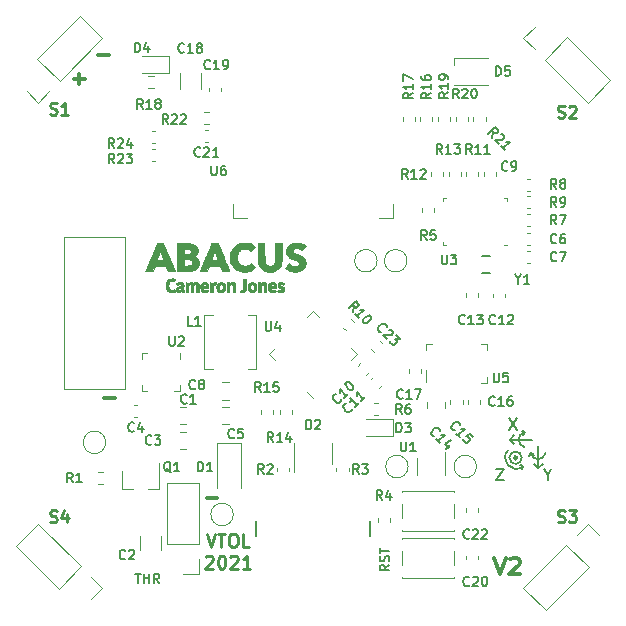
<source format=gto>
%TF.GenerationSoftware,KiCad,Pcbnew,(5.1.9-0-10_14)*%
%TF.CreationDate,2021-01-25T15:50:05-08:00*%
%TF.ProjectId,flight-computer-2,666c6967-6874-42d6-936f-6d7075746572,rev?*%
%TF.SameCoordinates,PX57bcf00PY58b1140*%
%TF.FileFunction,Legend,Top*%
%TF.FilePolarity,Positive*%
%FSLAX46Y46*%
G04 Gerber Fmt 4.6, Leading zero omitted, Abs format (unit mm)*
G04 Created by KiCad (PCBNEW (5.1.9-0-10_14)) date 2021-01-25 15:50:05*
%MOMM*%
%LPD*%
G01*
G04 APERTURE LIST*
%ADD10C,0.300000*%
%ADD11C,0.240000*%
%ADD12C,0.180000*%
%ADD13C,0.220000*%
%ADD14C,0.177800*%
%ADD15C,0.254000*%
%ADD16C,0.330000*%
%ADD17C,0.010000*%
%ADD18C,0.120000*%
%ADD19C,0.127000*%
%ADD20C,0.200000*%
G04 APERTURE END LIST*
D10*
X7842857Y18314286D02*
X8757142Y18314286D01*
D11*
X16492857Y6802381D02*
X16859523Y5702381D01*
X17226190Y6802381D01*
X17435714Y6802381D02*
X18064285Y6802381D01*
X17750000Y5702381D02*
X17750000Y6802381D01*
X18640476Y6802381D02*
X18850000Y6802381D01*
X18954761Y6750000D01*
X19059523Y6645239D01*
X19111904Y6435715D01*
X19111904Y6069048D01*
X19059523Y5859524D01*
X18954761Y5754762D01*
X18850000Y5702381D01*
X18640476Y5702381D01*
X18535714Y5754762D01*
X18430952Y5859524D01*
X18378571Y6069048D01*
X18378571Y6435715D01*
X18430952Y6645239D01*
X18535714Y6750000D01*
X18640476Y6802381D01*
X20107142Y5702381D02*
X19583333Y5702381D01*
X19583333Y6802381D01*
X16414285Y4847620D02*
X16466666Y4900000D01*
X16571428Y4952381D01*
X16833333Y4952381D01*
X16938095Y4900000D01*
X16990476Y4847620D01*
X17042857Y4742858D01*
X17042857Y4638096D01*
X16990476Y4480953D01*
X16361904Y3852381D01*
X17042857Y3852381D01*
X17723809Y4952381D02*
X17828571Y4952381D01*
X17933333Y4900000D01*
X17985714Y4847620D01*
X18038095Y4742858D01*
X18090476Y4533334D01*
X18090476Y4271429D01*
X18038095Y4061905D01*
X17985714Y3957143D01*
X17933333Y3904762D01*
X17828571Y3852381D01*
X17723809Y3852381D01*
X17619047Y3904762D01*
X17566666Y3957143D01*
X17514285Y4061905D01*
X17461904Y4271429D01*
X17461904Y4533334D01*
X17514285Y4742858D01*
X17566666Y4847620D01*
X17619047Y4900000D01*
X17723809Y4952381D01*
X18509523Y4847620D02*
X18561904Y4900000D01*
X18666666Y4952381D01*
X18928571Y4952381D01*
X19033333Y4900000D01*
X19085714Y4847620D01*
X19138095Y4742858D01*
X19138095Y4638096D01*
X19085714Y4480953D01*
X18457142Y3852381D01*
X19138095Y3852381D01*
X20185714Y3852381D02*
X19557142Y3852381D01*
X19871428Y3852381D02*
X19871428Y4952381D01*
X19766666Y4795239D01*
X19661904Y4690477D01*
X19557142Y4638096D01*
D10*
X16492857Y9814286D02*
X17407142Y9814286D01*
X5242857Y45314286D02*
X6157142Y45314286D01*
X5700000Y44857143D02*
X5700000Y45771429D01*
X7292857Y47314286D02*
X8207142Y47314286D01*
D12*
X10452380Y3438096D02*
X10909523Y3438096D01*
X10680952Y2638096D02*
X10680952Y3438096D01*
X11176190Y2638096D02*
X11176190Y3438096D01*
X11176190Y3057143D02*
X11633333Y3057143D01*
X11633333Y2638096D02*
X11633333Y3438096D01*
X12471428Y2638096D02*
X12204761Y3019048D01*
X12014285Y2638096D02*
X12014285Y3438096D01*
X12319047Y3438096D01*
X12395238Y3400000D01*
X12433333Y3361905D01*
X12471428Y3285715D01*
X12471428Y3171429D01*
X12433333Y3095239D01*
X12395238Y3057143D01*
X12319047Y3019048D01*
X12014285Y3019048D01*
D13*
X3238095Y42345239D02*
X3380952Y42297620D01*
X3619047Y42297620D01*
X3714285Y42345239D01*
X3761904Y42392858D01*
X3809523Y42488096D01*
X3809523Y42583334D01*
X3761904Y42678572D01*
X3714285Y42726191D01*
X3619047Y42773810D01*
X3428571Y42821429D01*
X3333333Y42869048D01*
X3285714Y42916667D01*
X3238095Y43011905D01*
X3238095Y43107143D01*
X3285714Y43202381D01*
X3333333Y43250000D01*
X3428571Y43297620D01*
X3666666Y43297620D01*
X3809523Y43250000D01*
X4761904Y42297620D02*
X4190476Y42297620D01*
X4476190Y42297620D02*
X4476190Y43297620D01*
X4380952Y43154762D01*
X4285714Y43059524D01*
X4190476Y43011905D01*
X46238095Y42095239D02*
X46380952Y42047620D01*
X46619047Y42047620D01*
X46714285Y42095239D01*
X46761904Y42142858D01*
X46809523Y42238096D01*
X46809523Y42333334D01*
X46761904Y42428572D01*
X46714285Y42476191D01*
X46619047Y42523810D01*
X46428571Y42571429D01*
X46333333Y42619048D01*
X46285714Y42666667D01*
X46238095Y42761905D01*
X46238095Y42857143D01*
X46285714Y42952381D01*
X46333333Y43000000D01*
X46428571Y43047620D01*
X46666666Y43047620D01*
X46809523Y43000000D01*
X47190476Y42952381D02*
X47238095Y43000000D01*
X47333333Y43047620D01*
X47571428Y43047620D01*
X47666666Y43000000D01*
X47714285Y42952381D01*
X47761904Y42857143D01*
X47761904Y42761905D01*
X47714285Y42619048D01*
X47142857Y42047620D01*
X47761904Y42047620D01*
X46238095Y7845239D02*
X46380952Y7797620D01*
X46619047Y7797620D01*
X46714285Y7845239D01*
X46761904Y7892858D01*
X46809523Y7988096D01*
X46809523Y8083334D01*
X46761904Y8178572D01*
X46714285Y8226191D01*
X46619047Y8273810D01*
X46428571Y8321429D01*
X46333333Y8369048D01*
X46285714Y8416667D01*
X46238095Y8511905D01*
X46238095Y8607143D01*
X46285714Y8702381D01*
X46333333Y8750000D01*
X46428571Y8797620D01*
X46666666Y8797620D01*
X46809523Y8750000D01*
X47142857Y8797620D02*
X47761904Y8797620D01*
X47428571Y8416667D01*
X47571428Y8416667D01*
X47666666Y8369048D01*
X47714285Y8321429D01*
X47761904Y8226191D01*
X47761904Y7988096D01*
X47714285Y7892858D01*
X47666666Y7845239D01*
X47571428Y7797620D01*
X47285714Y7797620D01*
X47190476Y7845239D01*
X47142857Y7892858D01*
X3238095Y7845239D02*
X3380952Y7797620D01*
X3619047Y7797620D01*
X3714285Y7845239D01*
X3761904Y7892858D01*
X3809523Y7988096D01*
X3809523Y8083334D01*
X3761904Y8178572D01*
X3714285Y8226191D01*
X3619047Y8273810D01*
X3428571Y8321429D01*
X3333333Y8369048D01*
X3285714Y8416667D01*
X3238095Y8511905D01*
X3238095Y8607143D01*
X3285714Y8702381D01*
X3333333Y8750000D01*
X3428571Y8797620D01*
X3666666Y8797620D01*
X3809523Y8750000D01*
X4666666Y8464286D02*
X4666666Y7797620D01*
X4428571Y8845239D02*
X4190476Y8130953D01*
X4809523Y8130953D01*
D14*
X43294025Y12531582D02*
X43024616Y12621384D01*
X43204222Y12262172D02*
X43294025Y12531582D01*
X43294026Y12531582D02*
G75*
G02*
X42015000Y13885000I-595378J718418D01*
G01*
X43920000Y13641000D02*
X44174000Y13514000D01*
X43793000Y13386999D02*
X43920000Y13641000D01*
X43920000Y13641004D02*
G75*
G03*
X45190000Y13641000I635000J142873D01*
G01*
X44555000Y12370999D02*
X44174000Y12752000D01*
X44555000Y12370999D02*
X44936001Y12752000D01*
X44555000Y12370999D02*
X44555000Y14276000D01*
X43420000Y15409000D02*
X43293000Y15155000D01*
X43166000Y15535999D02*
X43420000Y15409000D01*
X43420002Y15409000D02*
G75*
G03*
X43420000Y14139000I142874J-635000D01*
G01*
X42150000Y14774001D02*
X42531000Y15155000D01*
X42150000Y14774001D02*
X42531000Y14393000D01*
X42150000Y14774001D02*
X44055000Y14774000D01*
X43173634Y13250000D02*
G75*
G03*
X43173634Y13250000I-523634J0D01*
G01*
D15*
X42777000Y13250000D02*
G75*
G03*
X42777000Y13250000I-127000J0D01*
G01*
D12*
X41001647Y12295962D02*
X41645114Y12295962D01*
X41001647Y11330762D01*
X41645114Y11330762D01*
X45369342Y11800381D02*
X45369342Y11340762D01*
X45047609Y12305962D02*
X45369342Y11800381D01*
X45691076Y12305962D01*
X42101647Y16570962D02*
X42745114Y15605762D01*
X42745114Y16570962D02*
X42101647Y15605762D01*
D16*
X40866666Y4766667D02*
X41333333Y3366667D01*
X41800000Y4766667D01*
X42200000Y4633334D02*
X42266666Y4700000D01*
X42400000Y4766667D01*
X42733333Y4766667D01*
X42866666Y4700000D01*
X42933333Y4633334D01*
X43000000Y4500000D01*
X43000000Y4366667D01*
X42933333Y4166667D01*
X42133333Y3366667D01*
X43000000Y3366667D01*
D12*
X31961904Y4161905D02*
X31580952Y3895239D01*
X31961904Y3704762D02*
X31161904Y3704762D01*
X31161904Y4009524D01*
X31200000Y4085715D01*
X31238095Y4123810D01*
X31314285Y4161905D01*
X31428571Y4161905D01*
X31504761Y4123810D01*
X31542857Y4085715D01*
X31580952Y4009524D01*
X31580952Y3704762D01*
X31923809Y4466667D02*
X31961904Y4580953D01*
X31961904Y4771429D01*
X31923809Y4847620D01*
X31885714Y4885715D01*
X31809523Y4923810D01*
X31733333Y4923810D01*
X31657142Y4885715D01*
X31619047Y4847620D01*
X31580952Y4771429D01*
X31542857Y4619048D01*
X31504761Y4542858D01*
X31466666Y4504762D01*
X31390476Y4466667D01*
X31314285Y4466667D01*
X31238095Y4504762D01*
X31200000Y4542858D01*
X31161904Y4619048D01*
X31161904Y4809524D01*
X31200000Y4923810D01*
X31161904Y5152381D02*
X31161904Y5609524D01*
X31961904Y5380953D02*
X31161904Y5380953D01*
D17*
G36*
X13617315Y28422878D02*
G01*
X13625691Y28422012D01*
X13658661Y28417730D01*
X13693062Y28412067D01*
X13726311Y28405588D01*
X13755825Y28398853D01*
X13779020Y28392426D01*
X13793312Y28386870D01*
X13796067Y28384901D01*
X13796221Y28377212D01*
X13793589Y28359194D01*
X13788573Y28332809D01*
X13781576Y28300023D01*
X13772999Y28262798D01*
X13763244Y28223098D01*
X13761785Y28217366D01*
X13757485Y28200556D01*
X13717755Y28213691D01*
X13699878Y28218930D01*
X13681291Y28222639D01*
X13659269Y28225079D01*
X13631089Y28226512D01*
X13594027Y28227200D01*
X13576123Y28227326D01*
X13474222Y28227825D01*
X13425808Y28203912D01*
X13378276Y28174406D01*
X13339126Y28136671D01*
X13307839Y28089978D01*
X13283896Y28033600D01*
X13270897Y27986525D01*
X13264238Y27945693D01*
X13260421Y27897304D01*
X13259406Y27845273D01*
X13261156Y27793515D01*
X13265632Y27745947D01*
X13272795Y27706482D01*
X13273682Y27703039D01*
X13296249Y27637649D01*
X13326314Y27582478D01*
X13363859Y27537546D01*
X13408864Y27502875D01*
X13461310Y27478484D01*
X13484350Y27471617D01*
X13527949Y27464532D01*
X13578003Y27462912D01*
X13629637Y27466478D01*
X13677980Y27474948D01*
X13709775Y27484589D01*
X13732738Y27493294D01*
X13751845Y27500405D01*
X13763297Y27504508D01*
X13763898Y27504706D01*
X13768439Y27503625D01*
X13773209Y27496359D01*
X13778788Y27481349D01*
X13785753Y27457035D01*
X13794683Y27421857D01*
X13794798Y27421391D01*
X13803122Y27387144D01*
X13808559Y27363113D01*
X13811316Y27347195D01*
X13811600Y27337290D01*
X13809617Y27331296D01*
X13805574Y27327111D01*
X13804174Y27326032D01*
X13788764Y27317479D01*
X13764566Y27307419D01*
X13735192Y27297086D01*
X13704257Y27287715D01*
X13675373Y27280541D01*
X13665325Y27278584D01*
X13633485Y27274374D01*
X13594633Y27271263D01*
X13552598Y27269358D01*
X13511213Y27268767D01*
X13474307Y27269598D01*
X13445712Y27271958D01*
X13443075Y27272340D01*
X13365130Y27289967D01*
X13294892Y27317494D01*
X13232596Y27354761D01*
X13178476Y27401607D01*
X13132769Y27457872D01*
X13106147Y27502315D01*
X13083732Y27548653D01*
X13066416Y27593729D01*
X13053560Y27640347D01*
X13044524Y27691313D01*
X13038668Y27749431D01*
X13035528Y27811957D01*
X13034685Y27884030D01*
X13037505Y27946557D01*
X13044336Y28002254D01*
X13055526Y28053835D01*
X13071421Y28104014D01*
X13073736Y28110270D01*
X13095182Y28161801D01*
X13118434Y28205007D01*
X13146252Y28244226D01*
X13181394Y28283797D01*
X13189153Y28291740D01*
X13217871Y28319366D01*
X13243248Y28340021D01*
X13269566Y28356892D01*
X13293928Y28369682D01*
X13368509Y28399892D01*
X13446627Y28418727D01*
X13529242Y28426338D01*
X13617315Y28422878D01*
G37*
X13617315Y28422878D02*
X13625691Y28422012D01*
X13658661Y28417730D01*
X13693062Y28412067D01*
X13726311Y28405588D01*
X13755825Y28398853D01*
X13779020Y28392426D01*
X13793312Y28386870D01*
X13796067Y28384901D01*
X13796221Y28377212D01*
X13793589Y28359194D01*
X13788573Y28332809D01*
X13781576Y28300023D01*
X13772999Y28262798D01*
X13763244Y28223098D01*
X13761785Y28217366D01*
X13757485Y28200556D01*
X13717755Y28213691D01*
X13699878Y28218930D01*
X13681291Y28222639D01*
X13659269Y28225079D01*
X13631089Y28226512D01*
X13594027Y28227200D01*
X13576123Y28227326D01*
X13474222Y28227825D01*
X13425808Y28203912D01*
X13378276Y28174406D01*
X13339126Y28136671D01*
X13307839Y28089978D01*
X13283896Y28033600D01*
X13270897Y27986525D01*
X13264238Y27945693D01*
X13260421Y27897304D01*
X13259406Y27845273D01*
X13261156Y27793515D01*
X13265632Y27745947D01*
X13272795Y27706482D01*
X13273682Y27703039D01*
X13296249Y27637649D01*
X13326314Y27582478D01*
X13363859Y27537546D01*
X13408864Y27502875D01*
X13461310Y27478484D01*
X13484350Y27471617D01*
X13527949Y27464532D01*
X13578003Y27462912D01*
X13629637Y27466478D01*
X13677980Y27474948D01*
X13709775Y27484589D01*
X13732738Y27493294D01*
X13751845Y27500405D01*
X13763297Y27504508D01*
X13763898Y27504706D01*
X13768439Y27503625D01*
X13773209Y27496359D01*
X13778788Y27481349D01*
X13785753Y27457035D01*
X13794683Y27421857D01*
X13794798Y27421391D01*
X13803122Y27387144D01*
X13808559Y27363113D01*
X13811316Y27347195D01*
X13811600Y27337290D01*
X13809617Y27331296D01*
X13805574Y27327111D01*
X13804174Y27326032D01*
X13788764Y27317479D01*
X13764566Y27307419D01*
X13735192Y27297086D01*
X13704257Y27287715D01*
X13675373Y27280541D01*
X13665325Y27278584D01*
X13633485Y27274374D01*
X13594633Y27271263D01*
X13552598Y27269358D01*
X13511213Y27268767D01*
X13474307Y27269598D01*
X13445712Y27271958D01*
X13443075Y27272340D01*
X13365130Y27289967D01*
X13294892Y27317494D01*
X13232596Y27354761D01*
X13178476Y27401607D01*
X13132769Y27457872D01*
X13106147Y27502315D01*
X13083732Y27548653D01*
X13066416Y27593729D01*
X13053560Y27640347D01*
X13044524Y27691313D01*
X13038668Y27749431D01*
X13035528Y27811957D01*
X13034685Y27884030D01*
X13037505Y27946557D01*
X13044336Y28002254D01*
X13055526Y28053835D01*
X13071421Y28104014D01*
X13073736Y28110270D01*
X13095182Y28161801D01*
X13118434Y28205007D01*
X13146252Y28244226D01*
X13181394Y28283797D01*
X13189153Y28291740D01*
X13217871Y28319366D01*
X13243248Y28340021D01*
X13269566Y28356892D01*
X13293928Y28369682D01*
X13368509Y28399892D01*
X13446627Y28418727D01*
X13529242Y28426338D01*
X13617315Y28422878D01*
G36*
X16405818Y28102139D02*
G01*
X16467345Y28088364D01*
X16520113Y28065409D01*
X16564154Y28033248D01*
X16599500Y27991859D01*
X16626184Y27941219D01*
X16644183Y27881560D01*
X16648359Y27851860D01*
X16650619Y27813565D01*
X16650992Y27770628D01*
X16649507Y27727002D01*
X16646193Y27686642D01*
X16642559Y27661088D01*
X16638858Y27640450D01*
X16162240Y27640450D01*
X16166331Y27601308D01*
X16171328Y27573262D01*
X16179636Y27544307D01*
X16185342Y27529871D01*
X16207104Y27492959D01*
X16234591Y27465536D01*
X16269233Y27446747D01*
X16312460Y27435735D01*
X16348509Y27432200D01*
X16400619Y27432406D01*
X16446590Y27439431D01*
X16491584Y27454301D01*
X16516409Y27465522D01*
X16537414Y27475558D01*
X16553310Y27482800D01*
X16561292Y27485980D01*
X16561717Y27485999D01*
X16564746Y27480227D01*
X16572279Y27465391D01*
X16583154Y27443791D01*
X16595160Y27419824D01*
X16627679Y27354773D01*
X16597477Y27335968D01*
X16548745Y27311297D01*
X16491275Y27291594D01*
X16428244Y27277429D01*
X16362830Y27269376D01*
X16298211Y27268007D01*
X16245774Y27272601D01*
X16181742Y27287661D01*
X16125385Y27312807D01*
X16076879Y27347875D01*
X16036400Y27392700D01*
X16004126Y27447118D01*
X15980234Y27510964D01*
X15977027Y27522709D01*
X15965710Y27581404D01*
X15959724Y27646874D01*
X15959073Y27714791D01*
X15963348Y27775043D01*
X16166079Y27775043D01*
X16168559Y27772354D01*
X16175226Y27770385D01*
X16187541Y27769024D01*
X16206966Y27768161D01*
X16234964Y27767685D01*
X16272996Y27767486D01*
X16312847Y27767450D01*
X16462500Y27767450D01*
X16462500Y27808000D01*
X16457248Y27851681D01*
X16442222Y27888021D01*
X16418512Y27916254D01*
X16387210Y27935616D01*
X16349405Y27945339D01*
X16306190Y27944659D01*
X16276588Y27938519D01*
X16246470Y27924118D01*
X16218728Y27899676D01*
X16195519Y27867849D01*
X16178997Y27831295D01*
X16173883Y27811900D01*
X16169968Y27793534D01*
X16166496Y27779189D01*
X16166323Y27778563D01*
X16166079Y27775043D01*
X15963348Y27775043D01*
X15963759Y27780827D01*
X15973785Y27840655D01*
X15976813Y27852956D01*
X15998834Y27914647D01*
X16030076Y27969088D01*
X16069693Y28015202D01*
X16116837Y28051912D01*
X16146062Y28067891D01*
X16185485Y28084829D01*
X16222165Y28096301D01*
X16260320Y28103172D01*
X16304166Y28106307D01*
X16335500Y28106755D01*
X16405818Y28102139D01*
G37*
X16405818Y28102139D02*
X16467345Y28088364D01*
X16520113Y28065409D01*
X16564154Y28033248D01*
X16599500Y27991859D01*
X16626184Y27941219D01*
X16644183Y27881560D01*
X16648359Y27851860D01*
X16650619Y27813565D01*
X16650992Y27770628D01*
X16649507Y27727002D01*
X16646193Y27686642D01*
X16642559Y27661088D01*
X16638858Y27640450D01*
X16162240Y27640450D01*
X16166331Y27601308D01*
X16171328Y27573262D01*
X16179636Y27544307D01*
X16185342Y27529871D01*
X16207104Y27492959D01*
X16234591Y27465536D01*
X16269233Y27446747D01*
X16312460Y27435735D01*
X16348509Y27432200D01*
X16400619Y27432406D01*
X16446590Y27439431D01*
X16491584Y27454301D01*
X16516409Y27465522D01*
X16537414Y27475558D01*
X16553310Y27482800D01*
X16561292Y27485980D01*
X16561717Y27485999D01*
X16564746Y27480227D01*
X16572279Y27465391D01*
X16583154Y27443791D01*
X16595160Y27419824D01*
X16627679Y27354773D01*
X16597477Y27335968D01*
X16548745Y27311297D01*
X16491275Y27291594D01*
X16428244Y27277429D01*
X16362830Y27269376D01*
X16298211Y27268007D01*
X16245774Y27272601D01*
X16181742Y27287661D01*
X16125385Y27312807D01*
X16076879Y27347875D01*
X16036400Y27392700D01*
X16004126Y27447118D01*
X15980234Y27510964D01*
X15977027Y27522709D01*
X15965710Y27581404D01*
X15959724Y27646874D01*
X15959073Y27714791D01*
X15963348Y27775043D01*
X16166079Y27775043D01*
X16168559Y27772354D01*
X16175226Y27770385D01*
X16187541Y27769024D01*
X16206966Y27768161D01*
X16234964Y27767685D01*
X16272996Y27767486D01*
X16312847Y27767450D01*
X16462500Y27767450D01*
X16462500Y27808000D01*
X16457248Y27851681D01*
X16442222Y27888021D01*
X16418512Y27916254D01*
X16387210Y27935616D01*
X16349405Y27945339D01*
X16306190Y27944659D01*
X16276588Y27938519D01*
X16246470Y27924118D01*
X16218728Y27899676D01*
X16195519Y27867849D01*
X16178997Y27831295D01*
X16173883Y27811900D01*
X16169968Y27793534D01*
X16166496Y27779189D01*
X16166323Y27778563D01*
X16166079Y27775043D01*
X15963348Y27775043D01*
X15963759Y27780827D01*
X15973785Y27840655D01*
X15976813Y27852956D01*
X15998834Y27914647D01*
X16030076Y27969088D01*
X16069693Y28015202D01*
X16116837Y28051912D01*
X16146062Y28067891D01*
X16185485Y28084829D01*
X16222165Y28096301D01*
X16260320Y28103172D01*
X16304166Y28106307D01*
X16335500Y28106755D01*
X16405818Y28102139D01*
G36*
X17747787Y28106212D02*
G01*
X17811403Y28093963D01*
X17870088Y28072708D01*
X17921994Y28042925D01*
X17957929Y28012749D01*
X17985323Y27979518D01*
X18011129Y27937452D01*
X18033367Y27890410D01*
X18050056Y27842251D01*
X18054500Y27824600D01*
X18060695Y27785749D01*
X18064309Y27739053D01*
X18065390Y27688290D01*
X18063985Y27637237D01*
X18060142Y27589671D01*
X18053906Y27549369D01*
X18050902Y27536679D01*
X18027637Y27469233D01*
X17996638Y27411764D01*
X17957616Y27363962D01*
X17910285Y27325518D01*
X17854357Y27296120D01*
X17815050Y27282246D01*
X17780256Y27274864D01*
X17737572Y27270268D01*
X17691533Y27268613D01*
X17646675Y27270055D01*
X17607532Y27274752D01*
X17605981Y27275041D01*
X17543724Y27292842D01*
X17488469Y27320869D01*
X17440559Y27358533D01*
X17400339Y27405247D01*
X17368153Y27460420D01*
X17344344Y27523465D01*
X17329257Y27593793D01*
X17323235Y27670816D01*
X17324058Y27691250D01*
X17539059Y27691250D01*
X17539226Y27651085D01*
X17539894Y27621103D01*
X17541317Y27598788D01*
X17543747Y27581626D01*
X17547437Y27567102D01*
X17552640Y27552702D01*
X17553100Y27551550D01*
X17573635Y27511710D01*
X17599369Y27479857D01*
X17628503Y27458134D01*
X17633625Y27455620D01*
X17665001Y27446611D01*
X17701467Y27444036D01*
X17737267Y27447902D01*
X17761129Y27455443D01*
X17781661Y27467876D01*
X17801826Y27484789D01*
X17806878Y27490121D01*
X17826844Y27521151D01*
X17841749Y27561302D01*
X17851613Y27608056D01*
X17856456Y27658895D01*
X17856297Y27711300D01*
X17851158Y27762754D01*
X17841057Y27810738D01*
X17826015Y27852734D01*
X17806052Y27886224D01*
X17803706Y27889103D01*
X17775463Y27912980D01*
X17739261Y27927520D01*
X17697575Y27932272D01*
X17653241Y27926682D01*
X17615154Y27910096D01*
X17583703Y27882787D01*
X17559282Y27845030D01*
X17553238Y27831341D01*
X17547864Y27816743D01*
X17544034Y27802311D01*
X17541495Y27785523D01*
X17539989Y27763856D01*
X17539263Y27734789D01*
X17539060Y27695799D01*
X17539059Y27691250D01*
X17324058Y27691250D01*
X17326559Y27753276D01*
X17338669Y27829638D01*
X17359620Y27897276D01*
X17389235Y27955976D01*
X17427337Y28005525D01*
X17473751Y28045706D01*
X17528301Y28076306D01*
X17590808Y28097110D01*
X17613151Y28101789D01*
X17681088Y28108980D01*
X17747787Y28106212D01*
G37*
X17747787Y28106212D02*
X17811403Y28093963D01*
X17870088Y28072708D01*
X17921994Y28042925D01*
X17957929Y28012749D01*
X17985323Y27979518D01*
X18011129Y27937452D01*
X18033367Y27890410D01*
X18050056Y27842251D01*
X18054500Y27824600D01*
X18060695Y27785749D01*
X18064309Y27739053D01*
X18065390Y27688290D01*
X18063985Y27637237D01*
X18060142Y27589671D01*
X18053906Y27549369D01*
X18050902Y27536679D01*
X18027637Y27469233D01*
X17996638Y27411764D01*
X17957616Y27363962D01*
X17910285Y27325518D01*
X17854357Y27296120D01*
X17815050Y27282246D01*
X17780256Y27274864D01*
X17737572Y27270268D01*
X17691533Y27268613D01*
X17646675Y27270055D01*
X17607532Y27274752D01*
X17605981Y27275041D01*
X17543724Y27292842D01*
X17488469Y27320869D01*
X17440559Y27358533D01*
X17400339Y27405247D01*
X17368153Y27460420D01*
X17344344Y27523465D01*
X17329257Y27593793D01*
X17323235Y27670816D01*
X17324058Y27691250D01*
X17539059Y27691250D01*
X17539226Y27651085D01*
X17539894Y27621103D01*
X17541317Y27598788D01*
X17543747Y27581626D01*
X17547437Y27567102D01*
X17552640Y27552702D01*
X17553100Y27551550D01*
X17573635Y27511710D01*
X17599369Y27479857D01*
X17628503Y27458134D01*
X17633625Y27455620D01*
X17665001Y27446611D01*
X17701467Y27444036D01*
X17737267Y27447902D01*
X17761129Y27455443D01*
X17781661Y27467876D01*
X17801826Y27484789D01*
X17806878Y27490121D01*
X17826844Y27521151D01*
X17841749Y27561302D01*
X17851613Y27608056D01*
X17856456Y27658895D01*
X17856297Y27711300D01*
X17851158Y27762754D01*
X17841057Y27810738D01*
X17826015Y27852734D01*
X17806052Y27886224D01*
X17803706Y27889103D01*
X17775463Y27912980D01*
X17739261Y27927520D01*
X17697575Y27932272D01*
X17653241Y27926682D01*
X17615154Y27910096D01*
X17583703Y27882787D01*
X17559282Y27845030D01*
X17553238Y27831341D01*
X17547864Y27816743D01*
X17544034Y27802311D01*
X17541495Y27785523D01*
X17539989Y27763856D01*
X17539263Y27734789D01*
X17539060Y27695799D01*
X17539059Y27691250D01*
X17324058Y27691250D01*
X17326559Y27753276D01*
X17338669Y27829638D01*
X17359620Y27897276D01*
X17389235Y27955976D01*
X17427337Y28005525D01*
X17473751Y28045706D01*
X17528301Y28076306D01*
X17590808Y28097110D01*
X17613151Y28101789D01*
X17681088Y28108980D01*
X17747787Y28106212D01*
G36*
X20395737Y28106212D02*
G01*
X20459353Y28093963D01*
X20518038Y28072708D01*
X20569944Y28042925D01*
X20605879Y28012749D01*
X20633273Y27979518D01*
X20659079Y27937452D01*
X20681317Y27890410D01*
X20698006Y27842251D01*
X20702450Y27824600D01*
X20708645Y27785749D01*
X20712259Y27739053D01*
X20713340Y27688290D01*
X20711935Y27637237D01*
X20708092Y27589671D01*
X20701856Y27549369D01*
X20698852Y27536679D01*
X20675587Y27469233D01*
X20644588Y27411764D01*
X20605566Y27363962D01*
X20558235Y27325518D01*
X20502307Y27296120D01*
X20463000Y27282246D01*
X20428206Y27274864D01*
X20385522Y27270268D01*
X20339483Y27268613D01*
X20294625Y27270055D01*
X20255482Y27274752D01*
X20253931Y27275041D01*
X20191674Y27292842D01*
X20136419Y27320869D01*
X20088509Y27358533D01*
X20048289Y27405247D01*
X20016103Y27460420D01*
X19992294Y27523465D01*
X19977207Y27593793D01*
X19971185Y27670816D01*
X19972008Y27691250D01*
X20187009Y27691250D01*
X20187176Y27651085D01*
X20187844Y27621103D01*
X20189267Y27598788D01*
X20191697Y27581626D01*
X20195387Y27567102D01*
X20200590Y27552702D01*
X20201050Y27551550D01*
X20221585Y27511710D01*
X20247319Y27479857D01*
X20276453Y27458134D01*
X20281575Y27455620D01*
X20312951Y27446611D01*
X20349417Y27444036D01*
X20385217Y27447902D01*
X20409079Y27455443D01*
X20429611Y27467876D01*
X20449776Y27484789D01*
X20454828Y27490121D01*
X20474794Y27521151D01*
X20489699Y27561302D01*
X20499563Y27608056D01*
X20504406Y27658895D01*
X20504247Y27711300D01*
X20499108Y27762754D01*
X20489007Y27810738D01*
X20473965Y27852734D01*
X20454002Y27886224D01*
X20451656Y27889103D01*
X20423413Y27912980D01*
X20387211Y27927520D01*
X20345525Y27932272D01*
X20301191Y27926682D01*
X20263104Y27910096D01*
X20231653Y27882787D01*
X20207232Y27845030D01*
X20201188Y27831341D01*
X20195814Y27816743D01*
X20191984Y27802311D01*
X20189445Y27785523D01*
X20187939Y27763856D01*
X20187213Y27734789D01*
X20187010Y27695799D01*
X20187009Y27691250D01*
X19972008Y27691250D01*
X19974509Y27753276D01*
X19986619Y27829638D01*
X20007570Y27897276D01*
X20037185Y27955976D01*
X20075287Y28005525D01*
X20121701Y28045706D01*
X20176251Y28076306D01*
X20238758Y28097110D01*
X20261101Y28101789D01*
X20329038Y28108980D01*
X20395737Y28106212D01*
G37*
X20395737Y28106212D02*
X20459353Y28093963D01*
X20518038Y28072708D01*
X20569944Y28042925D01*
X20605879Y28012749D01*
X20633273Y27979518D01*
X20659079Y27937452D01*
X20681317Y27890410D01*
X20698006Y27842251D01*
X20702450Y27824600D01*
X20708645Y27785749D01*
X20712259Y27739053D01*
X20713340Y27688290D01*
X20711935Y27637237D01*
X20708092Y27589671D01*
X20701856Y27549369D01*
X20698852Y27536679D01*
X20675587Y27469233D01*
X20644588Y27411764D01*
X20605566Y27363962D01*
X20558235Y27325518D01*
X20502307Y27296120D01*
X20463000Y27282246D01*
X20428206Y27274864D01*
X20385522Y27270268D01*
X20339483Y27268613D01*
X20294625Y27270055D01*
X20255482Y27274752D01*
X20253931Y27275041D01*
X20191674Y27292842D01*
X20136419Y27320869D01*
X20088509Y27358533D01*
X20048289Y27405247D01*
X20016103Y27460420D01*
X19992294Y27523465D01*
X19977207Y27593793D01*
X19971185Y27670816D01*
X19972008Y27691250D01*
X20187009Y27691250D01*
X20187176Y27651085D01*
X20187844Y27621103D01*
X20189267Y27598788D01*
X20191697Y27581626D01*
X20195387Y27567102D01*
X20200590Y27552702D01*
X20201050Y27551550D01*
X20221585Y27511710D01*
X20247319Y27479857D01*
X20276453Y27458134D01*
X20281575Y27455620D01*
X20312951Y27446611D01*
X20349417Y27444036D01*
X20385217Y27447902D01*
X20409079Y27455443D01*
X20429611Y27467876D01*
X20449776Y27484789D01*
X20454828Y27490121D01*
X20474794Y27521151D01*
X20489699Y27561302D01*
X20499563Y27608056D01*
X20504406Y27658895D01*
X20504247Y27711300D01*
X20499108Y27762754D01*
X20489007Y27810738D01*
X20473965Y27852734D01*
X20454002Y27886224D01*
X20451656Y27889103D01*
X20423413Y27912980D01*
X20387211Y27927520D01*
X20345525Y27932272D01*
X20301191Y27926682D01*
X20263104Y27910096D01*
X20231653Y27882787D01*
X20207232Y27845030D01*
X20201188Y27831341D01*
X20195814Y27816743D01*
X20191984Y27802311D01*
X20189445Y27785523D01*
X20187939Y27763856D01*
X20187213Y27734789D01*
X20187010Y27695799D01*
X20187009Y27691250D01*
X19972008Y27691250D01*
X19974509Y27753276D01*
X19986619Y27829638D01*
X20007570Y27897276D01*
X20037185Y27955976D01*
X20075287Y28005525D01*
X20121701Y28045706D01*
X20176251Y28076306D01*
X20238758Y28097110D01*
X20261101Y28101789D01*
X20329038Y28108980D01*
X20395737Y28106212D01*
G36*
X22133518Y28102139D02*
G01*
X22195045Y28088364D01*
X22247813Y28065409D01*
X22291854Y28033248D01*
X22327200Y27991859D01*
X22353884Y27941219D01*
X22371883Y27881560D01*
X22376059Y27851860D01*
X22378319Y27813565D01*
X22378692Y27770628D01*
X22377207Y27727002D01*
X22373893Y27686642D01*
X22370259Y27661088D01*
X22366558Y27640450D01*
X21889940Y27640450D01*
X21894031Y27601308D01*
X21899028Y27573262D01*
X21907336Y27544307D01*
X21913042Y27529871D01*
X21934804Y27492959D01*
X21962291Y27465536D01*
X21996933Y27446747D01*
X22040160Y27435735D01*
X22076209Y27432200D01*
X22128319Y27432406D01*
X22174290Y27439431D01*
X22219284Y27454301D01*
X22244109Y27465522D01*
X22265114Y27475558D01*
X22281010Y27482800D01*
X22288992Y27485980D01*
X22289417Y27485999D01*
X22292446Y27480227D01*
X22299979Y27465391D01*
X22310854Y27443791D01*
X22322860Y27419824D01*
X22355379Y27354773D01*
X22325177Y27335968D01*
X22276445Y27311297D01*
X22218975Y27291594D01*
X22155944Y27277429D01*
X22090530Y27269376D01*
X22025911Y27268007D01*
X21973474Y27272601D01*
X21909448Y27287672D01*
X21853068Y27312845D01*
X21804531Y27347939D01*
X21764032Y27392772D01*
X21731767Y27447161D01*
X21707934Y27510923D01*
X21704856Y27522216D01*
X21693055Y27583438D01*
X21687015Y27651091D01*
X21686741Y27720817D01*
X21691159Y27775043D01*
X21893779Y27775043D01*
X21896259Y27772354D01*
X21902926Y27770385D01*
X21915241Y27769024D01*
X21934666Y27768161D01*
X21962664Y27767685D01*
X22000696Y27767486D01*
X22040547Y27767450D01*
X22190200Y27767450D01*
X22190200Y27808000D01*
X22184948Y27851681D01*
X22169922Y27888021D01*
X22146212Y27916254D01*
X22114910Y27935616D01*
X22077105Y27945339D01*
X22033890Y27944659D01*
X22004288Y27938519D01*
X21974170Y27924118D01*
X21946428Y27899676D01*
X21923219Y27867849D01*
X21906697Y27831295D01*
X21901583Y27811900D01*
X21897668Y27793534D01*
X21894196Y27779189D01*
X21894023Y27778563D01*
X21893779Y27775043D01*
X21691159Y27775043D01*
X21692236Y27788257D01*
X21703505Y27849052D01*
X21704513Y27852956D01*
X21726534Y27914647D01*
X21757776Y27969088D01*
X21797393Y28015202D01*
X21844537Y28051912D01*
X21873762Y28067891D01*
X21913185Y28084829D01*
X21949865Y28096301D01*
X21988020Y28103172D01*
X22031866Y28106307D01*
X22063200Y28106755D01*
X22133518Y28102139D01*
G37*
X22133518Y28102139D02*
X22195045Y28088364D01*
X22247813Y28065409D01*
X22291854Y28033248D01*
X22327200Y27991859D01*
X22353884Y27941219D01*
X22371883Y27881560D01*
X22376059Y27851860D01*
X22378319Y27813565D01*
X22378692Y27770628D01*
X22377207Y27727002D01*
X22373893Y27686642D01*
X22370259Y27661088D01*
X22366558Y27640450D01*
X21889940Y27640450D01*
X21894031Y27601308D01*
X21899028Y27573262D01*
X21907336Y27544307D01*
X21913042Y27529871D01*
X21934804Y27492959D01*
X21962291Y27465536D01*
X21996933Y27446747D01*
X22040160Y27435735D01*
X22076209Y27432200D01*
X22128319Y27432406D01*
X22174290Y27439431D01*
X22219284Y27454301D01*
X22244109Y27465522D01*
X22265114Y27475558D01*
X22281010Y27482800D01*
X22288992Y27485980D01*
X22289417Y27485999D01*
X22292446Y27480227D01*
X22299979Y27465391D01*
X22310854Y27443791D01*
X22322860Y27419824D01*
X22355379Y27354773D01*
X22325177Y27335968D01*
X22276445Y27311297D01*
X22218975Y27291594D01*
X22155944Y27277429D01*
X22090530Y27269376D01*
X22025911Y27268007D01*
X21973474Y27272601D01*
X21909448Y27287672D01*
X21853068Y27312845D01*
X21804531Y27347939D01*
X21764032Y27392772D01*
X21731767Y27447161D01*
X21707934Y27510923D01*
X21704856Y27522216D01*
X21693055Y27583438D01*
X21687015Y27651091D01*
X21686741Y27720817D01*
X21691159Y27775043D01*
X21893779Y27775043D01*
X21896259Y27772354D01*
X21902926Y27770385D01*
X21915241Y27769024D01*
X21934666Y27768161D01*
X21962664Y27767685D01*
X22000696Y27767486D01*
X22040547Y27767450D01*
X22190200Y27767450D01*
X22190200Y27808000D01*
X22184948Y27851681D01*
X22169922Y27888021D01*
X22146212Y27916254D01*
X22114910Y27935616D01*
X22077105Y27945339D01*
X22033890Y27944659D01*
X22004288Y27938519D01*
X21974170Y27924118D01*
X21946428Y27899676D01*
X21923219Y27867849D01*
X21906697Y27831295D01*
X21901583Y27811900D01*
X21897668Y27793534D01*
X21894196Y27779189D01*
X21894023Y27778563D01*
X21893779Y27775043D01*
X21691159Y27775043D01*
X21692236Y27788257D01*
X21703505Y27849052D01*
X21704513Y27852956D01*
X21726534Y27914647D01*
X21757776Y27969088D01*
X21797393Y28015202D01*
X21844537Y28051912D01*
X21873762Y28067891D01*
X21913185Y28084829D01*
X21949865Y28096301D01*
X21988020Y28103172D01*
X22031866Y28106307D01*
X22063200Y28106755D01*
X22133518Y28102139D01*
G36*
X22841975Y28105174D02*
G01*
X22907165Y28094614D01*
X22967709Y28078071D01*
X22993721Y28069199D01*
X23015653Y28061265D01*
X23030342Y28055434D01*
X23034126Y28053586D01*
X23037228Y28049093D01*
X23037383Y28039824D01*
X23034249Y28023825D01*
X23027483Y27999143D01*
X23020548Y27976125D01*
X23009659Y27942939D01*
X23000536Y27919759D01*
X22993569Y27907499D01*
X22990524Y27905776D01*
X22981209Y27908298D01*
X22962976Y27913512D01*
X22939079Y27920481D01*
X22927748Y27923822D01*
X22884326Y27934542D01*
X22841061Y27941408D01*
X22800853Y27944221D01*
X22766603Y27942778D01*
X22741211Y27936882D01*
X22740833Y27936725D01*
X22718941Y27921273D01*
X22704725Y27898485D01*
X22700226Y27872246D01*
X22701535Y27861969D01*
X22707450Y27847776D01*
X22719594Y27834142D01*
X22739293Y27820213D01*
X22767870Y27805139D01*
X22806650Y27788068D01*
X22832926Y27777473D01*
X22865348Y27764501D01*
X22895317Y27752160D01*
X22919950Y27741660D01*
X22936364Y27734213D01*
X22938910Y27732936D01*
X22965957Y27714842D01*
X22994407Y27689379D01*
X23020193Y27660640D01*
X23039250Y27632716D01*
X23040146Y27631051D01*
X23047371Y27616402D01*
X23052163Y27602951D01*
X23055002Y27587558D01*
X23056370Y27567083D01*
X23056750Y27538383D01*
X23056730Y27522975D01*
X23056357Y27489257D01*
X23055155Y27464890D01*
X23052620Y27446530D01*
X23048245Y27430831D01*
X23041527Y27414450D01*
X23039762Y27410590D01*
X23015428Y27370788D01*
X22982429Y27335187D01*
X22944322Y27307363D01*
X22929410Y27299650D01*
X22881578Y27282933D01*
X22825555Y27272060D01*
X22764594Y27267366D01*
X22701948Y27269187D01*
X22669625Y27272844D01*
X22638610Y27278625D01*
X22605286Y27287014D01*
X22571924Y27297173D01*
X22540800Y27308261D01*
X22514186Y27319439D01*
X22494357Y27329867D01*
X22483586Y27338705D01*
X22482300Y27342022D01*
X22484391Y27349765D01*
X22489943Y27366313D01*
X22497874Y27388728D01*
X22507100Y27414072D01*
X22516539Y27439409D01*
X22525109Y27461801D01*
X22531725Y27478310D01*
X22535306Y27486001D01*
X22535426Y27486144D01*
X22541807Y27484829D01*
X22556285Y27479304D01*
X22572389Y27472267D01*
X22612704Y27456631D01*
X22657726Y27443746D01*
X22702471Y27434795D01*
X22741955Y27430962D01*
X22746712Y27430900D01*
X22789070Y27434611D01*
X22821324Y27445682D01*
X22843342Y27464019D01*
X22854991Y27489530D01*
X22856950Y27508547D01*
X22854797Y27526355D01*
X22847502Y27542215D01*
X22833811Y27557048D01*
X22812467Y27571774D01*
X22782215Y27587313D01*
X22741801Y27604585D01*
X22707946Y27617762D01*
X22647199Y27643645D01*
X22598185Y27671210D01*
X22559955Y27701468D01*
X22531557Y27735431D01*
X22512044Y27774109D01*
X22500465Y27818513D01*
X22497479Y27841803D01*
X22497387Y27893916D01*
X22506272Y27943917D01*
X22523276Y27989393D01*
X22547540Y28027932D01*
X22572600Y28052939D01*
X22612469Y28076979D01*
X22661280Y28094346D01*
X22717094Y28104917D01*
X22777972Y28108567D01*
X22841975Y28105174D01*
G37*
X22841975Y28105174D02*
X22907165Y28094614D01*
X22967709Y28078071D01*
X22993721Y28069199D01*
X23015653Y28061265D01*
X23030342Y28055434D01*
X23034126Y28053586D01*
X23037228Y28049093D01*
X23037383Y28039824D01*
X23034249Y28023825D01*
X23027483Y27999143D01*
X23020548Y27976125D01*
X23009659Y27942939D01*
X23000536Y27919759D01*
X22993569Y27907499D01*
X22990524Y27905776D01*
X22981209Y27908298D01*
X22962976Y27913512D01*
X22939079Y27920481D01*
X22927748Y27923822D01*
X22884326Y27934542D01*
X22841061Y27941408D01*
X22800853Y27944221D01*
X22766603Y27942778D01*
X22741211Y27936882D01*
X22740833Y27936725D01*
X22718941Y27921273D01*
X22704725Y27898485D01*
X22700226Y27872246D01*
X22701535Y27861969D01*
X22707450Y27847776D01*
X22719594Y27834142D01*
X22739293Y27820213D01*
X22767870Y27805139D01*
X22806650Y27788068D01*
X22832926Y27777473D01*
X22865348Y27764501D01*
X22895317Y27752160D01*
X22919950Y27741660D01*
X22936364Y27734213D01*
X22938910Y27732936D01*
X22965957Y27714842D01*
X22994407Y27689379D01*
X23020193Y27660640D01*
X23039250Y27632716D01*
X23040146Y27631051D01*
X23047371Y27616402D01*
X23052163Y27602951D01*
X23055002Y27587558D01*
X23056370Y27567083D01*
X23056750Y27538383D01*
X23056730Y27522975D01*
X23056357Y27489257D01*
X23055155Y27464890D01*
X23052620Y27446530D01*
X23048245Y27430831D01*
X23041527Y27414450D01*
X23039762Y27410590D01*
X23015428Y27370788D01*
X22982429Y27335187D01*
X22944322Y27307363D01*
X22929410Y27299650D01*
X22881578Y27282933D01*
X22825555Y27272060D01*
X22764594Y27267366D01*
X22701948Y27269187D01*
X22669625Y27272844D01*
X22638610Y27278625D01*
X22605286Y27287014D01*
X22571924Y27297173D01*
X22540800Y27308261D01*
X22514186Y27319439D01*
X22494357Y27329867D01*
X22483586Y27338705D01*
X22482300Y27342022D01*
X22484391Y27349765D01*
X22489943Y27366313D01*
X22497874Y27388728D01*
X22507100Y27414072D01*
X22516539Y27439409D01*
X22525109Y27461801D01*
X22531725Y27478310D01*
X22535306Y27486001D01*
X22535426Y27486144D01*
X22541807Y27484829D01*
X22556285Y27479304D01*
X22572389Y27472267D01*
X22612704Y27456631D01*
X22657726Y27443746D01*
X22702471Y27434795D01*
X22741955Y27430962D01*
X22746712Y27430900D01*
X22789070Y27434611D01*
X22821324Y27445682D01*
X22843342Y27464019D01*
X22854991Y27489530D01*
X22856950Y27508547D01*
X22854797Y27526355D01*
X22847502Y27542215D01*
X22833811Y27557048D01*
X22812467Y27571774D01*
X22782215Y27587313D01*
X22741801Y27604585D01*
X22707946Y27617762D01*
X22647199Y27643645D01*
X22598185Y27671210D01*
X22559955Y27701468D01*
X22531557Y27735431D01*
X22512044Y27774109D01*
X22500465Y27818513D01*
X22497479Y27841803D01*
X22497387Y27893916D01*
X22506272Y27943917D01*
X22523276Y27989393D01*
X22547540Y28027932D01*
X22572600Y28052939D01*
X22612469Y28076979D01*
X22661280Y28094346D01*
X22717094Y28104917D01*
X22777972Y28108567D01*
X22841975Y28105174D01*
G36*
X19808824Y27981763D02*
G01*
X19808751Y27891884D01*
X19808560Y27813719D01*
X19808206Y27746283D01*
X19807643Y27688590D01*
X19806827Y27639654D01*
X19805711Y27598490D01*
X19804250Y27564113D01*
X19802400Y27535536D01*
X19800115Y27511774D01*
X19797349Y27491842D01*
X19794058Y27474754D01*
X19790195Y27459525D01*
X19785716Y27445168D01*
X19783927Y27439973D01*
X19762313Y27394660D01*
X19731840Y27353638D01*
X19694891Y27319383D01*
X19653850Y27294374D01*
X19637500Y27287748D01*
X19610836Y27281368D01*
X19575892Y27277046D01*
X19536950Y27275002D01*
X19498296Y27275455D01*
X19464215Y27278626D01*
X19463122Y27278795D01*
X19429363Y27285080D01*
X19399155Y27292545D01*
X19374928Y27300429D01*
X19359112Y27307975D01*
X19354295Y27312777D01*
X19354820Y27321080D01*
X19357986Y27338864D01*
X19363145Y27363344D01*
X19369651Y27391732D01*
X19376856Y27421243D01*
X19384115Y27449092D01*
X19390779Y27472491D01*
X19393085Y27479832D01*
X19397932Y27483592D01*
X19409963Y27482092D01*
X19424821Y27477527D01*
X19463261Y27470218D01*
X19495815Y27470225D01*
X19519503Y27472389D01*
X19534845Y27476251D01*
X19546194Y27483462D01*
X19555395Y27492829D01*
X19561880Y27500205D01*
X19567483Y27507406D01*
X19572273Y27515375D01*
X19576319Y27525052D01*
X19579690Y27537382D01*
X19582457Y27553306D01*
X19584689Y27573767D01*
X19586456Y27599707D01*
X19587826Y27632069D01*
X19588870Y27671795D01*
X19589658Y27719827D01*
X19590257Y27777109D01*
X19590739Y27844583D01*
X19591172Y27923190D01*
X19591466Y27981763D01*
X19593561Y28402450D01*
X19808950Y28402450D01*
X19808824Y27981763D01*
G37*
X19808824Y27981763D02*
X19808751Y27891884D01*
X19808560Y27813719D01*
X19808206Y27746283D01*
X19807643Y27688590D01*
X19806827Y27639654D01*
X19805711Y27598490D01*
X19804250Y27564113D01*
X19802400Y27535536D01*
X19800115Y27511774D01*
X19797349Y27491842D01*
X19794058Y27474754D01*
X19790195Y27459525D01*
X19785716Y27445168D01*
X19783927Y27439973D01*
X19762313Y27394660D01*
X19731840Y27353638D01*
X19694891Y27319383D01*
X19653850Y27294374D01*
X19637500Y27287748D01*
X19610836Y27281368D01*
X19575892Y27277046D01*
X19536950Y27275002D01*
X19498296Y27275455D01*
X19464215Y27278626D01*
X19463122Y27278795D01*
X19429363Y27285080D01*
X19399155Y27292545D01*
X19374928Y27300429D01*
X19359112Y27307975D01*
X19354295Y27312777D01*
X19354820Y27321080D01*
X19357986Y27338864D01*
X19363145Y27363344D01*
X19369651Y27391732D01*
X19376856Y27421243D01*
X19384115Y27449092D01*
X19390779Y27472491D01*
X19393085Y27479832D01*
X19397932Y27483592D01*
X19409963Y27482092D01*
X19424821Y27477527D01*
X19463261Y27470218D01*
X19495815Y27470225D01*
X19519503Y27472389D01*
X19534845Y27476251D01*
X19546194Y27483462D01*
X19555395Y27492829D01*
X19561880Y27500205D01*
X19567483Y27507406D01*
X19572273Y27515375D01*
X19576319Y27525052D01*
X19579690Y27537382D01*
X19582457Y27553306D01*
X19584689Y27573767D01*
X19586456Y27599707D01*
X19587826Y27632069D01*
X19588870Y27671795D01*
X19589658Y27719827D01*
X19590257Y27777109D01*
X19590739Y27844583D01*
X19591172Y27923190D01*
X19591466Y27981763D01*
X19593561Y28402450D01*
X19808950Y28402450D01*
X19808824Y27981763D01*
G36*
X14285365Y28100195D02*
G01*
X14314855Y28099309D01*
X14337982Y28097257D01*
X14357911Y28093726D01*
X14377802Y28088405D01*
X14383256Y28086722D01*
X14432638Y28066064D01*
X14472144Y28037826D01*
X14502740Y28001039D01*
X14525394Y27954734D01*
X14530767Y27938900D01*
X14534400Y27925522D01*
X14537025Y27910860D01*
X14538729Y27892919D01*
X14539601Y27869702D01*
X14539729Y27839214D01*
X14539200Y27799458D01*
X14538470Y27764275D01*
X14536689Y27670951D01*
X14535849Y27589833D01*
X14535961Y27520465D01*
X14537034Y27462387D01*
X14539078Y27415142D01*
X14542102Y27378271D01*
X14546115Y27351316D01*
X14547203Y27346369D01*
X14552344Y27323969D01*
X14556035Y27306360D01*
X14557498Y27297259D01*
X14557500Y27297156D01*
X14551500Y27294829D01*
X14534895Y27292959D01*
X14509777Y27291700D01*
X14478237Y27291203D01*
X14475832Y27291200D01*
X14394164Y27291200D01*
X14379641Y27342207D01*
X14372431Y27365961D01*
X14365937Y27384604D01*
X14361258Y27395061D01*
X14360303Y27396190D01*
X14353983Y27393346D01*
X14341122Y27383229D01*
X14323997Y27367706D01*
X14315207Y27359159D01*
X14279378Y27327542D01*
X14244118Y27305611D01*
X14205440Y27291196D01*
X14179751Y27285402D01*
X14134006Y27279703D01*
X14091616Y27281106D01*
X14055850Y27287282D01*
X14004322Y27303740D01*
X13961930Y27328652D01*
X13927751Y27362720D01*
X13902129Y27404040D01*
X13892410Y27424744D01*
X13886277Y27441758D01*
X13882914Y27459234D01*
X13881502Y27481322D01*
X13881225Y27510247D01*
X13881541Y27540525D01*
X13881931Y27546202D01*
X14087600Y27546202D01*
X14093141Y27515646D01*
X14108240Y27488555D01*
X14130603Y27468927D01*
X14132441Y27467904D01*
X14157826Y27459566D01*
X14190133Y27456488D01*
X14224657Y27458824D01*
X14248788Y27464105D01*
X14270922Y27474696D01*
X14296150Y27493188D01*
X14308262Y27504152D01*
X14341600Y27536394D01*
X14341600Y27639672D01*
X14313901Y27643826D01*
X14287854Y27645208D01*
X14254545Y27643482D01*
X14218541Y27639237D01*
X14184412Y27633062D01*
X14156727Y27625547D01*
X14149093Y27622572D01*
X14119910Y27604825D01*
X14099140Y27582079D01*
X14088570Y27556555D01*
X14087600Y27546202D01*
X13881931Y27546202D01*
X13883035Y27562264D01*
X13886527Y27579619D01*
X13892836Y27596747D01*
X13902178Y27616583D01*
X13927748Y27656653D01*
X13962054Y27690158D01*
X14005590Y27717310D01*
X14058849Y27738322D01*
X14122326Y27753408D01*
X14196513Y27762781D01*
X14247937Y27765809D01*
X14341600Y27769295D01*
X14341600Y27813451D01*
X14338397Y27853742D01*
X14328520Y27883972D01*
X14311566Y27905120D01*
X14301056Y27912193D01*
X14281939Y27918301D01*
X14253131Y27922055D01*
X14217407Y27923526D01*
X14177543Y27922784D01*
X14136315Y27919900D01*
X14096498Y27914944D01*
X14060867Y27907987D01*
X14052675Y27905871D01*
X14026417Y27898487D01*
X14004121Y27891891D01*
X13989141Y27887091D01*
X13985548Y27885726D01*
X13980715Y27885850D01*
X13975614Y27891752D01*
X13969479Y27905076D01*
X13961544Y27927467D01*
X13951696Y27958462D01*
X13943081Y27987950D01*
X13936700Y28013050D01*
X13933108Y28031306D01*
X13932861Y28040265D01*
X13933097Y28040613D01*
X13943304Y28046054D01*
X13963146Y28053445D01*
X13989862Y28061972D01*
X14020690Y28070822D01*
X14052868Y28079181D01*
X14083637Y28086237D01*
X14097125Y28088927D01*
X14135925Y28094405D01*
X14183416Y28098233D01*
X14235662Y28100110D01*
X14246350Y28100226D01*
X14285365Y28100195D01*
G37*
X14285365Y28100195D02*
X14314855Y28099309D01*
X14337982Y28097257D01*
X14357911Y28093726D01*
X14377802Y28088405D01*
X14383256Y28086722D01*
X14432638Y28066064D01*
X14472144Y28037826D01*
X14502740Y28001039D01*
X14525394Y27954734D01*
X14530767Y27938900D01*
X14534400Y27925522D01*
X14537025Y27910860D01*
X14538729Y27892919D01*
X14539601Y27869702D01*
X14539729Y27839214D01*
X14539200Y27799458D01*
X14538470Y27764275D01*
X14536689Y27670951D01*
X14535849Y27589833D01*
X14535961Y27520465D01*
X14537034Y27462387D01*
X14539078Y27415142D01*
X14542102Y27378271D01*
X14546115Y27351316D01*
X14547203Y27346369D01*
X14552344Y27323969D01*
X14556035Y27306360D01*
X14557498Y27297259D01*
X14557500Y27297156D01*
X14551500Y27294829D01*
X14534895Y27292959D01*
X14509777Y27291700D01*
X14478237Y27291203D01*
X14475832Y27291200D01*
X14394164Y27291200D01*
X14379641Y27342207D01*
X14372431Y27365961D01*
X14365937Y27384604D01*
X14361258Y27395061D01*
X14360303Y27396190D01*
X14353983Y27393346D01*
X14341122Y27383229D01*
X14323997Y27367706D01*
X14315207Y27359159D01*
X14279378Y27327542D01*
X14244118Y27305611D01*
X14205440Y27291196D01*
X14179751Y27285402D01*
X14134006Y27279703D01*
X14091616Y27281106D01*
X14055850Y27287282D01*
X14004322Y27303740D01*
X13961930Y27328652D01*
X13927751Y27362720D01*
X13902129Y27404040D01*
X13892410Y27424744D01*
X13886277Y27441758D01*
X13882914Y27459234D01*
X13881502Y27481322D01*
X13881225Y27510247D01*
X13881541Y27540525D01*
X13881931Y27546202D01*
X14087600Y27546202D01*
X14093141Y27515646D01*
X14108240Y27488555D01*
X14130603Y27468927D01*
X14132441Y27467904D01*
X14157826Y27459566D01*
X14190133Y27456488D01*
X14224657Y27458824D01*
X14248788Y27464105D01*
X14270922Y27474696D01*
X14296150Y27493188D01*
X14308262Y27504152D01*
X14341600Y27536394D01*
X14341600Y27639672D01*
X14313901Y27643826D01*
X14287854Y27645208D01*
X14254545Y27643482D01*
X14218541Y27639237D01*
X14184412Y27633062D01*
X14156727Y27625547D01*
X14149093Y27622572D01*
X14119910Y27604825D01*
X14099140Y27582079D01*
X14088570Y27556555D01*
X14087600Y27546202D01*
X13881931Y27546202D01*
X13883035Y27562264D01*
X13886527Y27579619D01*
X13892836Y27596747D01*
X13902178Y27616583D01*
X13927748Y27656653D01*
X13962054Y27690158D01*
X14005590Y27717310D01*
X14058849Y27738322D01*
X14122326Y27753408D01*
X14196513Y27762781D01*
X14247937Y27765809D01*
X14341600Y27769295D01*
X14341600Y27813451D01*
X14338397Y27853742D01*
X14328520Y27883972D01*
X14311566Y27905120D01*
X14301056Y27912193D01*
X14281939Y27918301D01*
X14253131Y27922055D01*
X14217407Y27923526D01*
X14177543Y27922784D01*
X14136315Y27919900D01*
X14096498Y27914944D01*
X14060867Y27907987D01*
X14052675Y27905871D01*
X14026417Y27898487D01*
X14004121Y27891891D01*
X13989141Y27887091D01*
X13985548Y27885726D01*
X13980715Y27885850D01*
X13975614Y27891752D01*
X13969479Y27905076D01*
X13961544Y27927467D01*
X13951696Y27958462D01*
X13943081Y27987950D01*
X13936700Y28013050D01*
X13933108Y28031306D01*
X13932861Y28040265D01*
X13933097Y28040613D01*
X13943304Y28046054D01*
X13963146Y28053445D01*
X13989862Y28061972D01*
X14020690Y28070822D01*
X14052868Y28079181D01*
X14083637Y28086237D01*
X14097125Y28088927D01*
X14135925Y28094405D01*
X14183416Y28098233D01*
X14235662Y28100110D01*
X14246350Y28100226D01*
X14285365Y28100195D01*
G36*
X15211757Y28102137D02*
G01*
X15256177Y28085219D01*
X15293270Y28058520D01*
X15322407Y28022321D01*
X15332526Y28003496D01*
X15346488Y27973825D01*
X15356449Y27989700D01*
X15373726Y28012001D01*
X15397785Y28036503D01*
X15424617Y28059611D01*
X15450213Y28077727D01*
X15461429Y28083854D01*
X15513867Y28101688D01*
X15571451Y28108812D01*
X15609637Y28107619D01*
X15663402Y28099505D01*
X15706990Y28085253D01*
X15741726Y28064105D01*
X15768936Y28035302D01*
X15785883Y28006843D01*
X15793720Y27989973D01*
X15800360Y27973193D01*
X15805916Y27955287D01*
X15810503Y27935037D01*
X15814236Y27911227D01*
X15817229Y27882639D01*
X15819597Y27848056D01*
X15821455Y27806261D01*
X15822916Y27756037D01*
X15824096Y27696166D01*
X15825109Y27625431D01*
X15825597Y27584888D01*
X15828984Y27291200D01*
X15618569Y27291200D01*
X15616672Y27569013D01*
X15616194Y27635827D01*
X15615717Y27691171D01*
X15615180Y27736273D01*
X15614520Y27772363D01*
X15613676Y27800671D01*
X15612587Y27822424D01*
X15611192Y27838854D01*
X15609429Y27851188D01*
X15607237Y27860656D01*
X15604554Y27868488D01*
X15601344Y27875858D01*
X15584062Y27901619D01*
X15559797Y27917923D01*
X15527285Y27925472D01*
X15510423Y27926200D01*
X15469802Y27921128D01*
X15435874Y27905578D01*
X15407858Y27879055D01*
X15388697Y27848666D01*
X15385740Y27842218D01*
X15383309Y27834711D01*
X15381353Y27824912D01*
X15379820Y27811588D01*
X15378660Y27793507D01*
X15377821Y27769434D01*
X15377252Y27738138D01*
X15376902Y27698385D01*
X15376720Y27648941D01*
X15376654Y27588575D01*
X15376650Y27558153D01*
X15376650Y27291200D01*
X15167719Y27291200D01*
X15165822Y27569013D01*
X15165354Y27635660D01*
X15164900Y27690835D01*
X15164394Y27735767D01*
X15163771Y27771684D01*
X15162964Y27799815D01*
X15161909Y27821389D01*
X15160538Y27837632D01*
X15158787Y27849774D01*
X15156589Y27859043D01*
X15153879Y27866668D01*
X15150592Y27873876D01*
X15149356Y27876398D01*
X15130670Y27903115D01*
X15105512Y27919417D01*
X15072711Y27925991D01*
X15064498Y27926200D01*
X15029142Y27923401D01*
X15000298Y27913867D01*
X14974861Y27895897D01*
X14949723Y27867787D01*
X14943989Y27860160D01*
X14925800Y27835395D01*
X14925800Y27291200D01*
X14716250Y27291200D01*
X14716250Y28085330D01*
X14797068Y28083553D01*
X14877886Y28081775D01*
X14888724Y28035098D01*
X14894269Y28012349D01*
X14899012Y27994914D01*
X14902054Y27986062D01*
X14902333Y27985650D01*
X14907706Y27988591D01*
X14919790Y27998786D01*
X14936452Y28014375D01*
X14945792Y28023569D01*
X14984952Y28058151D01*
X15024053Y28082389D01*
X15066630Y28098120D01*
X15103446Y28105510D01*
X15160636Y28108994D01*
X15211757Y28102137D01*
G37*
X15211757Y28102137D02*
X15256177Y28085219D01*
X15293270Y28058520D01*
X15322407Y28022321D01*
X15332526Y28003496D01*
X15346488Y27973825D01*
X15356449Y27989700D01*
X15373726Y28012001D01*
X15397785Y28036503D01*
X15424617Y28059611D01*
X15450213Y28077727D01*
X15461429Y28083854D01*
X15513867Y28101688D01*
X15571451Y28108812D01*
X15609637Y28107619D01*
X15663402Y28099505D01*
X15706990Y28085253D01*
X15741726Y28064105D01*
X15768936Y28035302D01*
X15785883Y28006843D01*
X15793720Y27989973D01*
X15800360Y27973193D01*
X15805916Y27955287D01*
X15810503Y27935037D01*
X15814236Y27911227D01*
X15817229Y27882639D01*
X15819597Y27848056D01*
X15821455Y27806261D01*
X15822916Y27756037D01*
X15824096Y27696166D01*
X15825109Y27625431D01*
X15825597Y27584888D01*
X15828984Y27291200D01*
X15618569Y27291200D01*
X15616672Y27569013D01*
X15616194Y27635827D01*
X15615717Y27691171D01*
X15615180Y27736273D01*
X15614520Y27772363D01*
X15613676Y27800671D01*
X15612587Y27822424D01*
X15611192Y27838854D01*
X15609429Y27851188D01*
X15607237Y27860656D01*
X15604554Y27868488D01*
X15601344Y27875858D01*
X15584062Y27901619D01*
X15559797Y27917923D01*
X15527285Y27925472D01*
X15510423Y27926200D01*
X15469802Y27921128D01*
X15435874Y27905578D01*
X15407858Y27879055D01*
X15388697Y27848666D01*
X15385740Y27842218D01*
X15383309Y27834711D01*
X15381353Y27824912D01*
X15379820Y27811588D01*
X15378660Y27793507D01*
X15377821Y27769434D01*
X15377252Y27738138D01*
X15376902Y27698385D01*
X15376720Y27648941D01*
X15376654Y27588575D01*
X15376650Y27558153D01*
X15376650Y27291200D01*
X15167719Y27291200D01*
X15165822Y27569013D01*
X15165354Y27635660D01*
X15164900Y27690835D01*
X15164394Y27735767D01*
X15163771Y27771684D01*
X15162964Y27799815D01*
X15161909Y27821389D01*
X15160538Y27837632D01*
X15158787Y27849774D01*
X15156589Y27859043D01*
X15153879Y27866668D01*
X15150592Y27873876D01*
X15149356Y27876398D01*
X15130670Y27903115D01*
X15105512Y27919417D01*
X15072711Y27925991D01*
X15064498Y27926200D01*
X15029142Y27923401D01*
X15000298Y27913867D01*
X14974861Y27895897D01*
X14949723Y27867787D01*
X14943989Y27860160D01*
X14925800Y27835395D01*
X14925800Y27291200D01*
X14716250Y27291200D01*
X14716250Y28085330D01*
X14797068Y28083553D01*
X14877886Y28081775D01*
X14888724Y28035098D01*
X14894269Y28012349D01*
X14899012Y27994914D01*
X14902054Y27986062D01*
X14902333Y27985650D01*
X14907706Y27988591D01*
X14919790Y27998786D01*
X14936452Y28014375D01*
X14945792Y28023569D01*
X14984952Y28058151D01*
X15024053Y28082389D01*
X15066630Y28098120D01*
X15103446Y28105510D01*
X15160636Y28108994D01*
X15211757Y28102137D01*
G36*
X17189577Y28100806D02*
G01*
X17215041Y28097464D01*
X17237627Y28092689D01*
X17253906Y28087043D01*
X17260259Y28081889D01*
X17260476Y28073169D01*
X17259066Y28054912D01*
X17256406Y28029937D01*
X17252872Y28001065D01*
X17248843Y27971113D01*
X17244694Y27942901D01*
X17240803Y27919248D01*
X17237548Y27902973D01*
X17235538Y27897022D01*
X17227783Y27896348D01*
X17212769Y27898973D01*
X17207632Y27900302D01*
X17163366Y27907348D01*
X17120751Y27904307D01*
X17082005Y27891863D01*
X17049346Y27870700D01*
X17026918Y27844650D01*
X17008600Y27815764D01*
X17008600Y27291200D01*
X16799050Y27291200D01*
X16799050Y28085330D01*
X16879625Y28083553D01*
X16960200Y28081775D01*
X16967836Y28050025D01*
X16973176Y28027648D01*
X16977907Y28007527D01*
X16979457Y28000813D01*
X16984842Y27986592D01*
X16991578Y27984997D01*
X16999586Y27996036D01*
X17000939Y27998885D01*
X17021252Y28030103D01*
X17050936Y28058432D01*
X17086669Y28081498D01*
X17125134Y28096929D01*
X17143728Y28100948D01*
X17164663Y28102154D01*
X17189577Y28100806D01*
G37*
X17189577Y28100806D02*
X17215041Y28097464D01*
X17237627Y28092689D01*
X17253906Y28087043D01*
X17260259Y28081889D01*
X17260476Y28073169D01*
X17259066Y28054912D01*
X17256406Y28029937D01*
X17252872Y28001065D01*
X17248843Y27971113D01*
X17244694Y27942901D01*
X17240803Y27919248D01*
X17237548Y27902973D01*
X17235538Y27897022D01*
X17227783Y27896348D01*
X17212769Y27898973D01*
X17207632Y27900302D01*
X17163366Y27907348D01*
X17120751Y27904307D01*
X17082005Y27891863D01*
X17049346Y27870700D01*
X17026918Y27844650D01*
X17008600Y27815764D01*
X17008600Y27291200D01*
X16799050Y27291200D01*
X16799050Y28085330D01*
X16879625Y28083553D01*
X16960200Y28081775D01*
X16967836Y28050025D01*
X16973176Y28027648D01*
X16977907Y28007527D01*
X16979457Y28000813D01*
X16984842Y27986592D01*
X16991578Y27984997D01*
X16999586Y27996036D01*
X17000939Y27998885D01*
X17021252Y28030103D01*
X17050936Y28058432D01*
X17086669Y28081498D01*
X17125134Y28096929D01*
X17143728Y28100948D01*
X17164663Y28102154D01*
X17189577Y28100806D01*
G36*
X18680441Y28107611D02*
G01*
X18735506Y28099325D01*
X18780860Y28083672D01*
X18817550Y28060034D01*
X18846622Y28027794D01*
X18862856Y28000074D01*
X18871115Y27982370D01*
X18878081Y27964771D01*
X18883863Y27946044D01*
X18888570Y27924961D01*
X18892313Y27900291D01*
X18895199Y27870803D01*
X18897341Y27835268D01*
X18898845Y27792454D01*
X18899823Y27741133D01*
X18900384Y27680072D01*
X18900638Y27608043D01*
X18900678Y27575363D01*
X18900900Y27291200D01*
X18697700Y27291200D01*
X18697700Y27537984D01*
X18697582Y27608203D01*
X18697169Y27666987D01*
X18696370Y27715603D01*
X18695093Y27755313D01*
X18693247Y27787382D01*
X18690742Y27813075D01*
X18687485Y27833655D01*
X18683388Y27850389D01*
X18678357Y27864539D01*
X18673420Y27875204D01*
X18655144Y27897969D01*
X18627813Y27914887D01*
X18594282Y27924518D01*
X18572325Y27926200D01*
X18530747Y27921320D01*
X18494519Y27906119D01*
X18462141Y27879757D01*
X18439083Y27851598D01*
X18418300Y27822365D01*
X18418300Y27291200D01*
X18208750Y27291200D01*
X18208750Y28084950D01*
X18372983Y28084950D01*
X18383773Y28035738D01*
X18389106Y28012349D01*
X18393617Y27994254D01*
X18396505Y27984622D01*
X18396880Y27983906D01*
X18402154Y27986788D01*
X18414272Y27996722D01*
X18431025Y28011850D01*
X18438911Y28019303D01*
X18461502Y28039580D01*
X18485089Y28058589D01*
X18505164Y28072734D01*
X18508094Y28074507D01*
X18547247Y28091754D01*
X18593981Y28103324D01*
X18644151Y28108423D01*
X18680441Y28107611D01*
G37*
X18680441Y28107611D02*
X18735506Y28099325D01*
X18780860Y28083672D01*
X18817550Y28060034D01*
X18846622Y28027794D01*
X18862856Y28000074D01*
X18871115Y27982370D01*
X18878081Y27964771D01*
X18883863Y27946044D01*
X18888570Y27924961D01*
X18892313Y27900291D01*
X18895199Y27870803D01*
X18897341Y27835268D01*
X18898845Y27792454D01*
X18899823Y27741133D01*
X18900384Y27680072D01*
X18900638Y27608043D01*
X18900678Y27575363D01*
X18900900Y27291200D01*
X18697700Y27291200D01*
X18697700Y27537984D01*
X18697582Y27608203D01*
X18697169Y27666987D01*
X18696370Y27715603D01*
X18695093Y27755313D01*
X18693247Y27787382D01*
X18690742Y27813075D01*
X18687485Y27833655D01*
X18683388Y27850389D01*
X18678357Y27864539D01*
X18673420Y27875204D01*
X18655144Y27897969D01*
X18627813Y27914887D01*
X18594282Y27924518D01*
X18572325Y27926200D01*
X18530747Y27921320D01*
X18494519Y27906119D01*
X18462141Y27879757D01*
X18439083Y27851598D01*
X18418300Y27822365D01*
X18418300Y27291200D01*
X18208750Y27291200D01*
X18208750Y28084950D01*
X18372983Y28084950D01*
X18383773Y28035738D01*
X18389106Y28012349D01*
X18393617Y27994254D01*
X18396505Y27984622D01*
X18396880Y27983906D01*
X18402154Y27986788D01*
X18414272Y27996722D01*
X18431025Y28011850D01*
X18438911Y28019303D01*
X18461502Y28039580D01*
X18485089Y28058589D01*
X18505164Y28072734D01*
X18508094Y28074507D01*
X18547247Y28091754D01*
X18593981Y28103324D01*
X18644151Y28108423D01*
X18680441Y28107611D01*
G36*
X21328391Y28107611D02*
G01*
X21383456Y28099325D01*
X21428810Y28083672D01*
X21465500Y28060034D01*
X21494572Y28027794D01*
X21510806Y28000074D01*
X21519065Y27982370D01*
X21526031Y27964771D01*
X21531813Y27946044D01*
X21536520Y27924961D01*
X21540263Y27900291D01*
X21543149Y27870803D01*
X21545291Y27835268D01*
X21546795Y27792454D01*
X21547773Y27741133D01*
X21548334Y27680072D01*
X21548588Y27608043D01*
X21548628Y27575363D01*
X21548850Y27291200D01*
X21345650Y27291200D01*
X21345650Y27537984D01*
X21345532Y27608203D01*
X21345119Y27666987D01*
X21344320Y27715603D01*
X21343043Y27755313D01*
X21341197Y27787382D01*
X21338692Y27813075D01*
X21335435Y27833655D01*
X21331338Y27850389D01*
X21326307Y27864539D01*
X21321370Y27875204D01*
X21303094Y27897969D01*
X21275763Y27914887D01*
X21242232Y27924518D01*
X21220275Y27926200D01*
X21178697Y27921320D01*
X21142469Y27906119D01*
X21110091Y27879757D01*
X21087033Y27851598D01*
X21066250Y27822365D01*
X21066250Y27291200D01*
X20856700Y27291200D01*
X20856700Y28084950D01*
X21020933Y28084950D01*
X21031723Y28035738D01*
X21037056Y28012349D01*
X21041567Y27994254D01*
X21044455Y27984622D01*
X21044830Y27983906D01*
X21050104Y27986788D01*
X21062222Y27996722D01*
X21078975Y28011850D01*
X21086861Y28019303D01*
X21109452Y28039580D01*
X21133039Y28058589D01*
X21153114Y28072734D01*
X21156044Y28074507D01*
X21195197Y28091754D01*
X21241931Y28103324D01*
X21292101Y28108423D01*
X21328391Y28107611D01*
G37*
X21328391Y28107611D02*
X21383456Y28099325D01*
X21428810Y28083672D01*
X21465500Y28060034D01*
X21494572Y28027794D01*
X21510806Y28000074D01*
X21519065Y27982370D01*
X21526031Y27964771D01*
X21531813Y27946044D01*
X21536520Y27924961D01*
X21540263Y27900291D01*
X21543149Y27870803D01*
X21545291Y27835268D01*
X21546795Y27792454D01*
X21547773Y27741133D01*
X21548334Y27680072D01*
X21548588Y27608043D01*
X21548628Y27575363D01*
X21548850Y27291200D01*
X21345650Y27291200D01*
X21345650Y27537984D01*
X21345532Y27608203D01*
X21345119Y27666987D01*
X21344320Y27715603D01*
X21343043Y27755313D01*
X21341197Y27787382D01*
X21338692Y27813075D01*
X21335435Y27833655D01*
X21331338Y27850389D01*
X21326307Y27864539D01*
X21321370Y27875204D01*
X21303094Y27897969D01*
X21275763Y27914887D01*
X21242232Y27924518D01*
X21220275Y27926200D01*
X21178697Y27921320D01*
X21142469Y27906119D01*
X21110091Y27879757D01*
X21087033Y27851598D01*
X21066250Y27822365D01*
X21066250Y27291200D01*
X20856700Y27291200D01*
X20856700Y28084950D01*
X21020933Y28084950D01*
X21031723Y28035738D01*
X21037056Y28012349D01*
X21041567Y27994254D01*
X21044455Y27984622D01*
X21044830Y27983906D01*
X21050104Y27986788D01*
X21062222Y27996722D01*
X21078975Y28011850D01*
X21086861Y28019303D01*
X21109452Y28039580D01*
X21133039Y28058589D01*
X21153114Y28072734D01*
X21156044Y28074507D01*
X21195197Y28091754D01*
X21241931Y28103324D01*
X21292101Y28108423D01*
X21328391Y28107611D01*
D18*
X19900000Y33550000D02*
X18750000Y33550000D01*
X18750000Y33550000D02*
X18750000Y34700000D01*
X31100000Y33550000D02*
X32250000Y33550000D01*
X32250000Y33550000D02*
X32250000Y34700000D01*
X16300000Y25350000D02*
X17000000Y25350000D01*
X20000000Y25350000D02*
X20700000Y25350000D01*
X20000000Y20750000D02*
X20700000Y20750000D01*
X16300000Y20750000D02*
X17000000Y20750000D01*
X16300000Y20750000D02*
X16300000Y25350000D01*
X20700000Y25350000D02*
X20700000Y20750000D01*
X12162779Y39890000D02*
X11837221Y39890000D01*
X12162779Y40910000D02*
X11837221Y40910000D01*
X11837221Y39410000D02*
X12162779Y39410000D01*
X11837221Y38390000D02*
X12162779Y38390000D01*
X15830000Y11120000D02*
X13170000Y11120000D01*
X15830000Y5980000D02*
X15830000Y11120000D01*
X13170000Y5980000D02*
X13170000Y11120000D01*
X15830000Y5980000D02*
X13170000Y5980000D01*
X15830000Y4710000D02*
X15830000Y3380000D01*
X15830000Y3380000D02*
X14500000Y3380000D01*
X43587221Y33885000D02*
X43912779Y33885000D01*
X43587221Y32865000D02*
X43912779Y32865000D01*
X16237742Y42522500D02*
X16712258Y42522500D01*
X16237742Y41477500D02*
X16712258Y41477500D01*
X16615580Y40015000D02*
X16334420Y40015000D01*
X16615580Y41035000D02*
X16334420Y41035000D01*
X24987348Y18821555D02*
X25500000Y18308903D01*
X25500000Y25691097D02*
X24987348Y25178445D01*
X26012652Y25178445D02*
X25500000Y25691097D01*
X29191097Y22000000D02*
X28678445Y21487348D01*
X28678445Y22512652D02*
X29191097Y22000000D01*
X21808903Y22000000D02*
X22321555Y22512652D01*
X22321555Y21487348D02*
X21808903Y22000000D01*
X40740000Y26859420D02*
X40740000Y27140580D01*
X41760000Y26859420D02*
X41760000Y27140580D01*
X14210000Y19365000D02*
X14210000Y18890000D01*
X14210000Y18890000D02*
X13735000Y18890000D01*
X10990000Y21635000D02*
X10990000Y22110000D01*
X10990000Y22110000D02*
X11465000Y22110000D01*
X10990000Y19365000D02*
X10990000Y18890000D01*
X10990000Y18890000D02*
X11465000Y18890000D01*
X14210000Y21635000D02*
X14210000Y22110000D01*
X4420000Y31910000D02*
X5750000Y31910000D01*
X4420000Y30580000D02*
X4420000Y31910000D01*
X5750000Y31910000D02*
X9620000Y31910000D01*
X9620000Y31910000D02*
X9620000Y19090000D01*
X4420000Y30580000D02*
X4420000Y19090000D01*
X4420000Y19090000D02*
X9620000Y19090000D01*
X39090000Y41787221D02*
X39090000Y42112779D01*
X40110000Y41787221D02*
X40110000Y42112779D01*
X37590000Y41787221D02*
X37590000Y42112779D01*
X38610000Y41787221D02*
X38610000Y42112779D01*
X36090000Y41787221D02*
X36090000Y42112779D01*
X37110000Y41787221D02*
X37110000Y42112779D01*
X28254478Y24024273D02*
X28024273Y24254478D01*
X28975727Y24745522D02*
X28745522Y24975727D01*
X36660000Y11800000D02*
X36660000Y13700000D01*
X34340000Y13200000D02*
X34340000Y11800000D01*
X37450000Y10330000D02*
X37450000Y10450000D01*
X37450000Y8180000D02*
X37450000Y9320000D01*
X37450000Y7050000D02*
X37450000Y7170000D01*
X33050000Y7050000D02*
X37450000Y7050000D01*
X33050000Y7170000D02*
X33050000Y7050000D01*
X33050000Y9320000D02*
X33050000Y8180000D01*
X33050000Y10450000D02*
X33050000Y10330000D01*
X37450000Y10450000D02*
X33050000Y10450000D01*
X37450000Y6450000D02*
X33050000Y6450000D01*
X33050000Y6450000D02*
X33050000Y6330000D01*
X33050000Y5320000D02*
X33050000Y4180000D01*
X33050000Y3170000D02*
X33050000Y3050000D01*
X33050000Y3050000D02*
X37450000Y3050000D01*
X37450000Y3050000D02*
X37450000Y3170000D01*
X37450000Y4180000D02*
X37450000Y5320000D01*
X37450000Y6330000D02*
X37450000Y6450000D01*
X31161219Y23160030D02*
X31360030Y22961219D01*
X30439970Y22438781D02*
X30638781Y22239970D01*
D17*
G36*
X19885523Y31449986D02*
G01*
X20026147Y31425495D01*
X20163556Y31387561D01*
X20294895Y31336685D01*
X20298214Y31335189D01*
X20343986Y31311630D01*
X20395268Y31280602D01*
X20447433Y31245292D01*
X20495853Y31208886D01*
X20535901Y31174573D01*
X20546650Y31164089D01*
X20592207Y31117678D01*
X20402161Y30927755D01*
X20212114Y30737832D01*
X20165104Y30785026D01*
X20098083Y30841219D01*
X20020853Y30886085D01*
X19934856Y30919080D01*
X19841536Y30939660D01*
X19742335Y30947279D01*
X19735125Y30947313D01*
X19632132Y30939965D01*
X19535141Y30918519D01*
X19444937Y30883869D01*
X19362304Y30836910D01*
X19288027Y30778537D01*
X19222892Y30709644D01*
X19167682Y30631127D01*
X19123184Y30543880D01*
X19090182Y30448798D01*
X19069462Y30346776D01*
X19061807Y30238709D01*
X19063199Y30181344D01*
X19076169Y30069987D01*
X19101924Y29966342D01*
X19140009Y29871151D01*
X19189965Y29785157D01*
X19251335Y29709103D01*
X19323663Y29643731D01*
X19406492Y29589784D01*
X19436851Y29574231D01*
X19489075Y29551114D01*
X19537411Y29534601D01*
X19587037Y29523471D01*
X19643131Y29516501D01*
X19695687Y29513119D01*
X19798345Y29514346D01*
X19892082Y29528310D01*
X19977969Y29555409D01*
X20057078Y29596046D01*
X20130481Y29650620D01*
X20173744Y29691785D01*
X20225594Y29745492D01*
X20421222Y29562575D01*
X20616850Y29379657D01*
X20547065Y29311757D01*
X20449583Y29227857D01*
X20342832Y29156539D01*
X20227497Y29098016D01*
X20104262Y29052502D01*
X19973810Y29020208D01*
X19836826Y29001349D01*
X19693992Y28996139D01*
X19558660Y29003518D01*
X19417554Y29024548D01*
X19282363Y29059640D01*
X19153942Y29108402D01*
X19033149Y29170443D01*
X18920838Y29245369D01*
X18817866Y29332790D01*
X18798415Y29351791D01*
X18707697Y29453555D01*
X18630055Y29564270D01*
X18565599Y29683728D01*
X18514437Y29811721D01*
X18476680Y29948043D01*
X18471374Y29973161D01*
X18465059Y30006666D01*
X18460385Y30037911D01*
X18457117Y30070260D01*
X18455024Y30107080D01*
X18453873Y30151736D01*
X18453429Y30207595D01*
X18453398Y30232938D01*
X18453627Y30293939D01*
X18454470Y30342446D01*
X18456161Y30381834D01*
X18458936Y30415480D01*
X18463030Y30446759D01*
X18468677Y30479048D01*
X18471525Y30493506D01*
X18506496Y30630041D01*
X18554454Y30758077D01*
X18615016Y30877101D01*
X18687797Y30986600D01*
X18772412Y31086061D01*
X18868477Y31174970D01*
X18975607Y31252814D01*
X19088218Y31316517D01*
X19185121Y31360906D01*
X19278980Y31395755D01*
X19374170Y31422247D01*
X19475065Y31441565D01*
X19586040Y31454895D01*
X19606053Y31456636D01*
X19744540Y31460533D01*
X19885523Y31449986D01*
G37*
X19885523Y31449986D02*
X20026147Y31425495D01*
X20163556Y31387561D01*
X20294895Y31336685D01*
X20298214Y31335189D01*
X20343986Y31311630D01*
X20395268Y31280602D01*
X20447433Y31245292D01*
X20495853Y31208886D01*
X20535901Y31174573D01*
X20546650Y31164089D01*
X20592207Y31117678D01*
X20402161Y30927755D01*
X20212114Y30737832D01*
X20165104Y30785026D01*
X20098083Y30841219D01*
X20020853Y30886085D01*
X19934856Y30919080D01*
X19841536Y30939660D01*
X19742335Y30947279D01*
X19735125Y30947313D01*
X19632132Y30939965D01*
X19535141Y30918519D01*
X19444937Y30883869D01*
X19362304Y30836910D01*
X19288027Y30778537D01*
X19222892Y30709644D01*
X19167682Y30631127D01*
X19123184Y30543880D01*
X19090182Y30448798D01*
X19069462Y30346776D01*
X19061807Y30238709D01*
X19063199Y30181344D01*
X19076169Y30069987D01*
X19101924Y29966342D01*
X19140009Y29871151D01*
X19189965Y29785157D01*
X19251335Y29709103D01*
X19323663Y29643731D01*
X19406492Y29589784D01*
X19436851Y29574231D01*
X19489075Y29551114D01*
X19537411Y29534601D01*
X19587037Y29523471D01*
X19643131Y29516501D01*
X19695687Y29513119D01*
X19798345Y29514346D01*
X19892082Y29528310D01*
X19977969Y29555409D01*
X20057078Y29596046D01*
X20130481Y29650620D01*
X20173744Y29691785D01*
X20225594Y29745492D01*
X20421222Y29562575D01*
X20616850Y29379657D01*
X20547065Y29311757D01*
X20449583Y29227857D01*
X20342832Y29156539D01*
X20227497Y29098016D01*
X20104262Y29052502D01*
X19973810Y29020208D01*
X19836826Y29001349D01*
X19693992Y28996139D01*
X19558660Y29003518D01*
X19417554Y29024548D01*
X19282363Y29059640D01*
X19153942Y29108402D01*
X19033149Y29170443D01*
X18920838Y29245369D01*
X18817866Y29332790D01*
X18798415Y29351791D01*
X18707697Y29453555D01*
X18630055Y29564270D01*
X18565599Y29683728D01*
X18514437Y29811721D01*
X18476680Y29948043D01*
X18471374Y29973161D01*
X18465059Y30006666D01*
X18460385Y30037911D01*
X18457117Y30070260D01*
X18455024Y30107080D01*
X18453873Y30151736D01*
X18453429Y30207595D01*
X18453398Y30232938D01*
X18453627Y30293939D01*
X18454470Y30342446D01*
X18456161Y30381834D01*
X18458936Y30415480D01*
X18463030Y30446759D01*
X18468677Y30479048D01*
X18471525Y30493506D01*
X18506496Y30630041D01*
X18554454Y30758077D01*
X18615016Y30877101D01*
X18687797Y30986600D01*
X18772412Y31086061D01*
X18868477Y31174970D01*
X18975607Y31252814D01*
X19088218Y31316517D01*
X19185121Y31360906D01*
X19278980Y31395755D01*
X19374170Y31422247D01*
X19475065Y31441565D01*
X19586040Y31454895D01*
X19606053Y31456636D01*
X19744540Y31460533D01*
X19885523Y31449986D01*
G36*
X21115967Y31399750D02*
G01*
X21394062Y31399750D01*
X21394219Y30675454D01*
X21394331Y30556032D01*
X21394607Y30443368D01*
X21395037Y30338427D01*
X21395612Y30242175D01*
X21396321Y30155578D01*
X21397156Y30079602D01*
X21398105Y30015214D01*
X21399160Y29963378D01*
X21400311Y29925062D01*
X21401547Y29901230D01*
X21402114Y29895594D01*
X21420954Y29806435D01*
X21450963Y29727618D01*
X21491718Y29659660D01*
X21542794Y29603076D01*
X21603766Y29558382D01*
X21674210Y29526094D01*
X21716349Y29513925D01*
X21763332Y29506600D01*
X21818727Y29503778D01*
X21877189Y29505236D01*
X21933374Y29510753D01*
X21981937Y29520105D01*
X22000640Y29525773D01*
X22072480Y29559282D01*
X22134559Y29605154D01*
X22186495Y29662944D01*
X22227903Y29732204D01*
X22258401Y29812488D01*
X22263738Y29832094D01*
X22266120Y29842427D01*
X22268231Y29854214D01*
X22270093Y29868460D01*
X22271727Y29886171D01*
X22273154Y29908350D01*
X22274396Y29936003D01*
X22275474Y29970133D01*
X22276408Y30011747D01*
X22277221Y30061848D01*
X22277933Y30121441D01*
X22278567Y30191532D01*
X22279142Y30273123D01*
X22279681Y30367222D01*
X22280205Y30474831D01*
X22280734Y30596956D01*
X22280927Y30643704D01*
X22284005Y31399750D01*
X22838687Y31399750D01*
X22838655Y30615922D01*
X22838621Y30483492D01*
X22838519Y30365956D01*
X22838337Y30262335D01*
X22838060Y30171649D01*
X22837674Y30092917D01*
X22837166Y30025161D01*
X22836521Y29967400D01*
X22835726Y29918654D01*
X22834766Y29877943D01*
X22833627Y29844286D01*
X22832296Y29816705D01*
X22830759Y29794219D01*
X22829001Y29775847D01*
X22827010Y29760611D01*
X22826430Y29756906D01*
X22800170Y29641252D01*
X22760616Y29533537D01*
X22708484Y29434231D01*
X22644490Y29343809D01*
X22569349Y29262742D01*
X22483779Y29191502D01*
X22388494Y29130563D01*
X22284210Y29080396D01*
X22171645Y29041474D01*
X22051512Y29014270D01*
X21924530Y28999256D01*
X21791413Y28996904D01*
X21685429Y29003993D01*
X21618254Y29013849D01*
X21544511Y29029643D01*
X21470353Y29049768D01*
X21401935Y29072614D01*
X21363611Y29088094D01*
X21256796Y29143224D01*
X21161549Y29209221D01*
X21077905Y29286041D01*
X21005899Y29373643D01*
X20945567Y29471983D01*
X20896942Y29581019D01*
X20860060Y29700708D01*
X20859957Y29701125D01*
X20857258Y29712356D01*
X20854862Y29723615D01*
X20852747Y29735886D01*
X20850892Y29750148D01*
X20849276Y29767382D01*
X20847876Y29788571D01*
X20846672Y29814694D01*
X20845642Y29846733D01*
X20844764Y29885668D01*
X20844016Y29932481D01*
X20843378Y29988153D01*
X20842827Y30053665D01*
X20842342Y30129998D01*
X20841901Y30218132D01*
X20841484Y30319049D01*
X20841068Y30433731D01*
X20840632Y30563157D01*
X20840562Y30584172D01*
X20837873Y31399751D01*
X21115967Y31399750D01*
G37*
X21115967Y31399750D02*
X21394062Y31399750D01*
X21394219Y30675454D01*
X21394331Y30556032D01*
X21394607Y30443368D01*
X21395037Y30338427D01*
X21395612Y30242175D01*
X21396321Y30155578D01*
X21397156Y30079602D01*
X21398105Y30015214D01*
X21399160Y29963378D01*
X21400311Y29925062D01*
X21401547Y29901230D01*
X21402114Y29895594D01*
X21420954Y29806435D01*
X21450963Y29727618D01*
X21491718Y29659660D01*
X21542794Y29603076D01*
X21603766Y29558382D01*
X21674210Y29526094D01*
X21716349Y29513925D01*
X21763332Y29506600D01*
X21818727Y29503778D01*
X21877189Y29505236D01*
X21933374Y29510753D01*
X21981937Y29520105D01*
X22000640Y29525773D01*
X22072480Y29559282D01*
X22134559Y29605154D01*
X22186495Y29662944D01*
X22227903Y29732204D01*
X22258401Y29812488D01*
X22263738Y29832094D01*
X22266120Y29842427D01*
X22268231Y29854214D01*
X22270093Y29868460D01*
X22271727Y29886171D01*
X22273154Y29908350D01*
X22274396Y29936003D01*
X22275474Y29970133D01*
X22276408Y30011747D01*
X22277221Y30061848D01*
X22277933Y30121441D01*
X22278567Y30191532D01*
X22279142Y30273123D01*
X22279681Y30367222D01*
X22280205Y30474831D01*
X22280734Y30596956D01*
X22280927Y30643704D01*
X22284005Y31399750D01*
X22838687Y31399750D01*
X22838655Y30615922D01*
X22838621Y30483492D01*
X22838519Y30365956D01*
X22838337Y30262335D01*
X22838060Y30171649D01*
X22837674Y30092917D01*
X22837166Y30025161D01*
X22836521Y29967400D01*
X22835726Y29918654D01*
X22834766Y29877943D01*
X22833627Y29844286D01*
X22832296Y29816705D01*
X22830759Y29794219D01*
X22829001Y29775847D01*
X22827010Y29760611D01*
X22826430Y29756906D01*
X22800170Y29641252D01*
X22760616Y29533537D01*
X22708484Y29434231D01*
X22644490Y29343809D01*
X22569349Y29262742D01*
X22483779Y29191502D01*
X22388494Y29130563D01*
X22284210Y29080396D01*
X22171645Y29041474D01*
X22051512Y29014270D01*
X21924530Y28999256D01*
X21791413Y28996904D01*
X21685429Y29003993D01*
X21618254Y29013849D01*
X21544511Y29029643D01*
X21470353Y29049768D01*
X21401935Y29072614D01*
X21363611Y29088094D01*
X21256796Y29143224D01*
X21161549Y29209221D01*
X21077905Y29286041D01*
X21005899Y29373643D01*
X20945567Y29471983D01*
X20896942Y29581019D01*
X20860060Y29700708D01*
X20859957Y29701125D01*
X20857258Y29712356D01*
X20854862Y29723615D01*
X20852747Y29735886D01*
X20850892Y29750148D01*
X20849276Y29767382D01*
X20847876Y29788571D01*
X20846672Y29814694D01*
X20845642Y29846733D01*
X20844764Y29885668D01*
X20844016Y29932481D01*
X20843378Y29988153D01*
X20842827Y30053665D01*
X20842342Y30129998D01*
X20841901Y30218132D01*
X20841484Y30319049D01*
X20841068Y30433731D01*
X20840632Y30563157D01*
X20840562Y30584172D01*
X20837873Y31399751D01*
X21115967Y31399750D01*
G36*
X24283254Y31448643D02*
G01*
X24420047Y31421623D01*
X24554719Y31378967D01*
X24636057Y31345091D01*
X24666635Y31329679D01*
X24702206Y31309395D01*
X24740327Y31285914D01*
X24778555Y31260913D01*
X24814446Y31236065D01*
X24845556Y31213046D01*
X24869442Y31193532D01*
X24883661Y31179196D01*
X24886562Y31173366D01*
X24881302Y31166625D01*
X24866386Y31149793D01*
X24843107Y31124270D01*
X24812758Y31091459D01*
X24776633Y31052762D01*
X24736025Y31009580D01*
X24710749Y30982842D01*
X24534936Y30797214D01*
X24480783Y30847352D01*
X24407218Y30905020D01*
X24326657Y30948502D01*
X24239750Y30977524D01*
X24147145Y30991813D01*
X24136468Y30992482D01*
X24052125Y30991662D01*
X23978280Y30979659D01*
X23915221Y30956598D01*
X23863234Y30922603D01*
X23822607Y30877797D01*
X23805738Y30849632D01*
X23792838Y30810959D01*
X23787979Y30765269D01*
X23791175Y30719062D01*
X23802442Y30678839D01*
X23805337Y30672718D01*
X23821270Y30646511D01*
X23841633Y30622940D01*
X23868117Y30601024D01*
X23902411Y30579780D01*
X23946204Y30558229D01*
X24001186Y30535387D01*
X24069047Y30510274D01*
X24108948Y30496348D01*
X24194865Y30466700D01*
X24267397Y30441353D01*
X24328224Y30419609D01*
X24379028Y30400771D01*
X24421490Y30384142D01*
X24457293Y30369026D01*
X24488117Y30354723D01*
X24515645Y30340538D01*
X24541557Y30325773D01*
X24567536Y30309731D01*
X24582870Y30299845D01*
X24666317Y30237709D01*
X24735373Y30169282D01*
X24790229Y30094155D01*
X24831079Y30011919D01*
X24858117Y29922168D01*
X24871534Y29824492D01*
X24871525Y29718482D01*
X24869671Y29693188D01*
X24854628Y29589189D01*
X24827705Y29494310D01*
X24787986Y29406195D01*
X24734558Y29322487D01*
X24717127Y29299655D01*
X24649627Y29226867D01*
X24570123Y29163320D01*
X24479795Y29109411D01*
X24379824Y29065541D01*
X24271390Y29032106D01*
X24155674Y29009505D01*
X24033856Y28998137D01*
X23907117Y28998399D01*
X23839092Y29003319D01*
X23721879Y29020260D01*
X23605958Y29047872D01*
X23493773Y29085143D01*
X23387768Y29131060D01*
X23290387Y29184612D01*
X23204074Y29244785D01*
X23155648Y29286419D01*
X23104869Y29334147D01*
X23287294Y29520494D01*
X23469718Y29706840D01*
X23517343Y29661798D01*
X23593568Y29598590D01*
X23675819Y29546635D01*
X23762149Y29506560D01*
X23850613Y29478989D01*
X23939262Y29464547D01*
X24026150Y29463860D01*
X24099015Y29474990D01*
X24165331Y29496587D01*
X24218505Y29527061D01*
X24258625Y29566516D01*
X24285777Y29615051D01*
X24300046Y29672768D01*
X24302462Y29713032D01*
X24299369Y29762143D01*
X24288646Y29801574D01*
X24268066Y29836284D01*
X24235400Y29871230D01*
X24228574Y29877470D01*
X24204652Y29897083D01*
X24177092Y29915640D01*
X24144079Y29933967D01*
X24103796Y29952894D01*
X24054428Y29973246D01*
X23994157Y29995853D01*
X23921168Y30021542D01*
X23886437Y30033397D01*
X23800826Y30062819D01*
X23728510Y30088708D01*
X23667540Y30111973D01*
X23615970Y30133520D01*
X23571851Y30154258D01*
X23533237Y30175094D01*
X23498180Y30196935D01*
X23464732Y30220688D01*
X23435664Y30243422D01*
X23372727Y30303884D01*
X23318071Y30375486D01*
X23273947Y30454679D01*
X23242607Y30537918D01*
X23238100Y30554626D01*
X23230275Y30598861D01*
X23225505Y30653990D01*
X23223739Y30715338D01*
X23224929Y30778231D01*
X23229025Y30837995D01*
X23235977Y30889955D01*
X23241947Y30917123D01*
X23275475Y31011253D01*
X23322683Y31098076D01*
X23382872Y31177009D01*
X23455341Y31247471D01*
X23539391Y31308880D01*
X23634322Y31360656D01*
X23739436Y31402215D01*
X23854031Y31432977D01*
X23865266Y31435293D01*
X24005352Y31455538D01*
X24144852Y31459968D01*
X24283254Y31448643D01*
G37*
X24283254Y31448643D02*
X24420047Y31421623D01*
X24554719Y31378967D01*
X24636057Y31345091D01*
X24666635Y31329679D01*
X24702206Y31309395D01*
X24740327Y31285914D01*
X24778555Y31260913D01*
X24814446Y31236065D01*
X24845556Y31213046D01*
X24869442Y31193532D01*
X24883661Y31179196D01*
X24886562Y31173366D01*
X24881302Y31166625D01*
X24866386Y31149793D01*
X24843107Y31124270D01*
X24812758Y31091459D01*
X24776633Y31052762D01*
X24736025Y31009580D01*
X24710749Y30982842D01*
X24534936Y30797214D01*
X24480783Y30847352D01*
X24407218Y30905020D01*
X24326657Y30948502D01*
X24239750Y30977524D01*
X24147145Y30991813D01*
X24136468Y30992482D01*
X24052125Y30991662D01*
X23978280Y30979659D01*
X23915221Y30956598D01*
X23863234Y30922603D01*
X23822607Y30877797D01*
X23805738Y30849632D01*
X23792838Y30810959D01*
X23787979Y30765269D01*
X23791175Y30719062D01*
X23802442Y30678839D01*
X23805337Y30672718D01*
X23821270Y30646511D01*
X23841633Y30622940D01*
X23868117Y30601024D01*
X23902411Y30579780D01*
X23946204Y30558229D01*
X24001186Y30535387D01*
X24069047Y30510274D01*
X24108948Y30496348D01*
X24194865Y30466700D01*
X24267397Y30441353D01*
X24328224Y30419609D01*
X24379028Y30400771D01*
X24421490Y30384142D01*
X24457293Y30369026D01*
X24488117Y30354723D01*
X24515645Y30340538D01*
X24541557Y30325773D01*
X24567536Y30309731D01*
X24582870Y30299845D01*
X24666317Y30237709D01*
X24735373Y30169282D01*
X24790229Y30094155D01*
X24831079Y30011919D01*
X24858117Y29922168D01*
X24871534Y29824492D01*
X24871525Y29718482D01*
X24869671Y29693188D01*
X24854628Y29589189D01*
X24827705Y29494310D01*
X24787986Y29406195D01*
X24734558Y29322487D01*
X24717127Y29299655D01*
X24649627Y29226867D01*
X24570123Y29163320D01*
X24479795Y29109411D01*
X24379824Y29065541D01*
X24271390Y29032106D01*
X24155674Y29009505D01*
X24033856Y28998137D01*
X23907117Y28998399D01*
X23839092Y29003319D01*
X23721879Y29020260D01*
X23605958Y29047872D01*
X23493773Y29085143D01*
X23387768Y29131060D01*
X23290387Y29184612D01*
X23204074Y29244785D01*
X23155648Y29286419D01*
X23104869Y29334147D01*
X23287294Y29520494D01*
X23469718Y29706840D01*
X23517343Y29661798D01*
X23593568Y29598590D01*
X23675819Y29546635D01*
X23762149Y29506560D01*
X23850613Y29478989D01*
X23939262Y29464547D01*
X24026150Y29463860D01*
X24099015Y29474990D01*
X24165331Y29496587D01*
X24218505Y29527061D01*
X24258625Y29566516D01*
X24285777Y29615051D01*
X24300046Y29672768D01*
X24302462Y29713032D01*
X24299369Y29762143D01*
X24288646Y29801574D01*
X24268066Y29836284D01*
X24235400Y29871230D01*
X24228574Y29877470D01*
X24204652Y29897083D01*
X24177092Y29915640D01*
X24144079Y29933967D01*
X24103796Y29952894D01*
X24054428Y29973246D01*
X23994157Y29995853D01*
X23921168Y30021542D01*
X23886437Y30033397D01*
X23800826Y30062819D01*
X23728510Y30088708D01*
X23667540Y30111973D01*
X23615970Y30133520D01*
X23571851Y30154258D01*
X23533237Y30175094D01*
X23498180Y30196935D01*
X23464732Y30220688D01*
X23435664Y30243422D01*
X23372727Y30303884D01*
X23318071Y30375486D01*
X23273947Y30454679D01*
X23242607Y30537918D01*
X23238100Y30554626D01*
X23230275Y30598861D01*
X23225505Y30653990D01*
X23223739Y30715338D01*
X23224929Y30778231D01*
X23229025Y30837995D01*
X23235977Y30889955D01*
X23241947Y30917123D01*
X23275475Y31011253D01*
X23322683Y31098076D01*
X23382872Y31177009D01*
X23455341Y31247471D01*
X23539391Y31308880D01*
X23634322Y31360656D01*
X23739436Y31402215D01*
X23854031Y31432977D01*
X23865266Y31435293D01*
X24005352Y31455538D01*
X24144852Y31459968D01*
X24283254Y31448643D01*
G36*
X12565643Y31397868D02*
G01*
X12839495Y31395782D01*
X13322653Y30233204D01*
X13376430Y30103768D01*
X13428527Y29978297D01*
X13478620Y29857577D01*
X13526385Y29742392D01*
X13571498Y29633527D01*
X13613633Y29531766D01*
X13652468Y29437895D01*
X13687677Y29352697D01*
X13718936Y29276957D01*
X13745920Y29211461D01*
X13768307Y29156992D01*
X13785771Y29114335D01*
X13797987Y29084275D01*
X13804632Y29067596D01*
X13805812Y29064315D01*
X13798158Y29062977D01*
X13776326Y29061838D01*
X13742015Y29060924D01*
X13696920Y29060256D01*
X13642738Y29059858D01*
X13581166Y29059753D01*
X13513902Y29059963D01*
X13494551Y29060080D01*
X13183291Y29062157D01*
X13002933Y29518563D01*
X12093242Y29518563D01*
X12007014Y29288375D01*
X11920785Y29058188D01*
X11616185Y29058188D01*
X11538577Y29058224D01*
X11475394Y29058376D01*
X11425188Y29058712D01*
X11386510Y29059298D01*
X11357910Y29060201D01*
X11337939Y29061488D01*
X11325148Y29063227D01*
X11318088Y29065483D01*
X11315310Y29068324D01*
X11315364Y29071817D01*
X11315434Y29072079D01*
X11318742Y29080327D01*
X11327796Y29102251D01*
X11342192Y29136893D01*
X11361529Y29183292D01*
X11385404Y29240489D01*
X11413414Y29307524D01*
X11445157Y29383437D01*
X11480231Y29467269D01*
X11518234Y29558060D01*
X11558763Y29654850D01*
X11601415Y29756680D01*
X11645789Y29862591D01*
X11691482Y29971621D01*
X11692684Y29974490D01*
X12258000Y29974490D01*
X12265646Y29973701D01*
X12287423Y29972974D01*
X12321586Y29972331D01*
X12366391Y29971791D01*
X12420092Y29971376D01*
X12480946Y29971105D01*
X12547208Y29971001D01*
X12552536Y29971000D01*
X12631534Y29971105D01*
X12695889Y29971446D01*
X12746832Y29972067D01*
X12785595Y29973008D01*
X12813409Y29974312D01*
X12831505Y29976021D01*
X12841115Y29978177D01*
X12843468Y29980822D01*
X12843435Y29980922D01*
X12840106Y29990100D01*
X12831896Y30012780D01*
X12819320Y30047535D01*
X12802895Y30092937D01*
X12783138Y30147559D01*
X12760563Y30209974D01*
X12735688Y30278755D01*
X12709029Y30352474D01*
X12698282Y30382195D01*
X12664364Y30475461D01*
X12634536Y30556380D01*
X12608954Y30624543D01*
X12587779Y30679545D01*
X12571167Y30720978D01*
X12559276Y30748436D01*
X12552266Y30761511D01*
X12550505Y30762356D01*
X12546762Y30753242D01*
X12538212Y30731059D01*
X12525479Y30697496D01*
X12509191Y30654239D01*
X12489973Y30602975D01*
X12468453Y30545391D01*
X12445255Y30483175D01*
X12421007Y30418012D01*
X12396335Y30351590D01*
X12371866Y30285597D01*
X12348224Y30221718D01*
X12326038Y30161642D01*
X12305933Y30107056D01*
X12288536Y30059645D01*
X12274472Y30021098D01*
X12264369Y29993101D01*
X12258852Y29977341D01*
X12258000Y29974490D01*
X11692684Y29974490D01*
X11738091Y30082812D01*
X11785214Y30195205D01*
X11832449Y30307838D01*
X11879394Y30419753D01*
X11925646Y30529991D01*
X11970802Y30637590D01*
X12014461Y30741593D01*
X12056219Y30841038D01*
X12095675Y30934967D01*
X12132426Y31022419D01*
X12166070Y31102435D01*
X12196205Y31174056D01*
X12222427Y31236321D01*
X12244335Y31288272D01*
X12261527Y31328947D01*
X12273599Y31357388D01*
X12275631Y31362149D01*
X12291792Y31399954D01*
X12565643Y31397868D01*
G37*
X12565643Y31397868D02*
X12839495Y31395782D01*
X13322653Y30233204D01*
X13376430Y30103768D01*
X13428527Y29978297D01*
X13478620Y29857577D01*
X13526385Y29742392D01*
X13571498Y29633527D01*
X13613633Y29531766D01*
X13652468Y29437895D01*
X13687677Y29352697D01*
X13718936Y29276957D01*
X13745920Y29211461D01*
X13768307Y29156992D01*
X13785771Y29114335D01*
X13797987Y29084275D01*
X13804632Y29067596D01*
X13805812Y29064315D01*
X13798158Y29062977D01*
X13776326Y29061838D01*
X13742015Y29060924D01*
X13696920Y29060256D01*
X13642738Y29059858D01*
X13581166Y29059753D01*
X13513902Y29059963D01*
X13494551Y29060080D01*
X13183291Y29062157D01*
X13002933Y29518563D01*
X12093242Y29518563D01*
X12007014Y29288375D01*
X11920785Y29058188D01*
X11616185Y29058188D01*
X11538577Y29058224D01*
X11475394Y29058376D01*
X11425188Y29058712D01*
X11386510Y29059298D01*
X11357910Y29060201D01*
X11337939Y29061488D01*
X11325148Y29063227D01*
X11318088Y29065483D01*
X11315310Y29068324D01*
X11315364Y29071817D01*
X11315434Y29072079D01*
X11318742Y29080327D01*
X11327796Y29102251D01*
X11342192Y29136893D01*
X11361529Y29183292D01*
X11385404Y29240489D01*
X11413414Y29307524D01*
X11445157Y29383437D01*
X11480231Y29467269D01*
X11518234Y29558060D01*
X11558763Y29654850D01*
X11601415Y29756680D01*
X11645789Y29862591D01*
X11691482Y29971621D01*
X11692684Y29974490D01*
X12258000Y29974490D01*
X12265646Y29973701D01*
X12287423Y29972974D01*
X12321586Y29972331D01*
X12366391Y29971791D01*
X12420092Y29971376D01*
X12480946Y29971105D01*
X12547208Y29971001D01*
X12552536Y29971000D01*
X12631534Y29971105D01*
X12695889Y29971446D01*
X12746832Y29972067D01*
X12785595Y29973008D01*
X12813409Y29974312D01*
X12831505Y29976021D01*
X12841115Y29978177D01*
X12843468Y29980822D01*
X12843435Y29980922D01*
X12840106Y29990100D01*
X12831896Y30012780D01*
X12819320Y30047535D01*
X12802895Y30092937D01*
X12783138Y30147559D01*
X12760563Y30209974D01*
X12735688Y30278755D01*
X12709029Y30352474D01*
X12698282Y30382195D01*
X12664364Y30475461D01*
X12634536Y30556380D01*
X12608954Y30624543D01*
X12587779Y30679545D01*
X12571167Y30720978D01*
X12559276Y30748436D01*
X12552266Y30761511D01*
X12550505Y30762356D01*
X12546762Y30753242D01*
X12538212Y30731059D01*
X12525479Y30697496D01*
X12509191Y30654239D01*
X12489973Y30602975D01*
X12468453Y30545391D01*
X12445255Y30483175D01*
X12421007Y30418012D01*
X12396335Y30351590D01*
X12371866Y30285597D01*
X12348224Y30221718D01*
X12326038Y30161642D01*
X12305933Y30107056D01*
X12288536Y30059645D01*
X12274472Y30021098D01*
X12264369Y29993101D01*
X12258852Y29977341D01*
X12258000Y29974490D01*
X11692684Y29974490D01*
X11738091Y30082812D01*
X11785214Y30195205D01*
X11832449Y30307838D01*
X11879394Y30419753D01*
X11925646Y30529991D01*
X11970802Y30637590D01*
X12014461Y30741593D01*
X12056219Y30841038D01*
X12095675Y30934967D01*
X12132426Y31022419D01*
X12166070Y31102435D01*
X12196205Y31174056D01*
X12222427Y31236321D01*
X12244335Y31288272D01*
X12261527Y31328947D01*
X12273599Y31357388D01*
X12275631Y31362149D01*
X12291792Y31399954D01*
X12565643Y31397868D01*
G36*
X14553921Y31397507D02*
G01*
X14660613Y31396831D01*
X14752731Y31396179D01*
X14831576Y31395510D01*
X14898448Y31394782D01*
X14954649Y31393954D01*
X15001480Y31392985D01*
X15040241Y31391832D01*
X15072234Y31390455D01*
X15098759Y31388812D01*
X15121117Y31386862D01*
X15140609Y31384562D01*
X15158535Y31381873D01*
X15176198Y31378752D01*
X15182968Y31377472D01*
X15282339Y31354642D01*
X15368793Y31326225D01*
X15444643Y31291119D01*
X15512198Y31248219D01*
X15573772Y31196425D01*
X15584575Y31185896D01*
X15636695Y31128127D01*
X15676526Y31069689D01*
X15705033Y31007909D01*
X15723180Y30940116D01*
X15731931Y30863638D01*
X15732283Y30776657D01*
X15729070Y30719994D01*
X15723354Y30674083D01*
X15713912Y30633852D01*
X15699518Y30594227D01*
X15678949Y30550137D01*
X15676353Y30544987D01*
X15642918Y30492990D01*
X15596834Y30441678D01*
X15541206Y30393701D01*
X15479137Y30351704D01*
X15413733Y30318335D01*
X15407523Y30315737D01*
X15382169Y30304446D01*
X15364406Y30294817D01*
X15357625Y30288720D01*
X15357738Y30288266D01*
X15367060Y30283649D01*
X15386282Y30278796D01*
X15394628Y30277304D01*
X15434253Y30267443D01*
X15481485Y30250232D01*
X15531239Y30227861D01*
X15578434Y30202517D01*
X15600797Y30188544D01*
X15667469Y30135011D01*
X15725120Y30070066D01*
X15771841Y29996486D01*
X15805728Y29917050D01*
X15818244Y29871689D01*
X15824738Y29828297D01*
X15828061Y29774456D01*
X15828340Y29715170D01*
X15825701Y29655441D01*
X15820271Y29600271D01*
X15812176Y29554664D01*
X15810031Y29546344D01*
X15777706Y29459150D01*
X15731415Y29378617D01*
X15672030Y29305749D01*
X15600418Y29241552D01*
X15517448Y29187033D01*
X15484593Y29169785D01*
X15427538Y29143607D01*
X15372628Y29123004D01*
X15313827Y29105974D01*
X15246247Y29090750D01*
X15213124Y29084373D01*
X15180075Y29078868D01*
X15145696Y29074172D01*
X15108581Y29070225D01*
X15067326Y29066965D01*
X15020526Y29064329D01*
X14966776Y29062258D01*
X14904672Y29060689D01*
X14832809Y29059561D01*
X14749782Y29058812D01*
X14654187Y29058381D01*
X14544618Y29058206D01*
X14502328Y29058195D01*
X14012187Y29058188D01*
X14012187Y29518563D01*
X14551937Y29518563D01*
X14748390Y29518609D01*
X14805668Y29518934D01*
X14860343Y29519820D01*
X14909547Y29521178D01*
X14950410Y29522916D01*
X14980063Y29524943D01*
X14991634Y29526317D01*
X15065662Y29542572D01*
X15126608Y29565349D01*
X15176232Y29595538D01*
X15216294Y29634030D01*
X15224160Y29643912D01*
X15246024Y29678910D01*
X15259627Y29717237D01*
X15266165Y29763264D01*
X15267185Y29801247D01*
X15261467Y29860475D01*
X15244535Y29910582D01*
X15215716Y29952215D01*
X15174336Y29986023D01*
X15119722Y30012653D01*
X15051201Y30032754D01*
X15020250Y30039020D01*
X14985025Y30043460D01*
X14934461Y30046764D01*
X14868409Y30048941D01*
X14786718Y30049996D01*
X14756328Y30050099D01*
X14551937Y30050375D01*
X14551937Y29518563D01*
X14012187Y29518563D01*
X14012187Y30471063D01*
X14551937Y30471063D01*
X14735834Y30471063D01*
X14791655Y30471438D01*
X14845181Y30472488D01*
X14893341Y30474100D01*
X14933067Y30476161D01*
X14961288Y30478558D01*
X14969027Y30479648D01*
X15021805Y30493534D01*
X15071627Y30515274D01*
X15114180Y30542583D01*
X15144860Y30572793D01*
X15173326Y30621513D01*
X15189417Y30674463D01*
X15193291Y30728692D01*
X15185110Y30781249D01*
X15165034Y30829184D01*
X15133222Y30869547D01*
X15128524Y30873829D01*
X15101607Y30894122D01*
X15070523Y30910589D01*
X15033523Y30923553D01*
X14988864Y30933338D01*
X14934798Y30940269D01*
X14869581Y30944668D01*
X14791465Y30946859D01*
X14732515Y30947253D01*
X14551937Y30947313D01*
X14551937Y30471063D01*
X14012187Y30471063D01*
X14012187Y31400829D01*
X14553921Y31397507D01*
G37*
X14553921Y31397507D02*
X14660613Y31396831D01*
X14752731Y31396179D01*
X14831576Y31395510D01*
X14898448Y31394782D01*
X14954649Y31393954D01*
X15001480Y31392985D01*
X15040241Y31391832D01*
X15072234Y31390455D01*
X15098759Y31388812D01*
X15121117Y31386862D01*
X15140609Y31384562D01*
X15158535Y31381873D01*
X15176198Y31378752D01*
X15182968Y31377472D01*
X15282339Y31354642D01*
X15368793Y31326225D01*
X15444643Y31291119D01*
X15512198Y31248219D01*
X15573772Y31196425D01*
X15584575Y31185896D01*
X15636695Y31128127D01*
X15676526Y31069689D01*
X15705033Y31007909D01*
X15723180Y30940116D01*
X15731931Y30863638D01*
X15732283Y30776657D01*
X15729070Y30719994D01*
X15723354Y30674083D01*
X15713912Y30633852D01*
X15699518Y30594227D01*
X15678949Y30550137D01*
X15676353Y30544987D01*
X15642918Y30492990D01*
X15596834Y30441678D01*
X15541206Y30393701D01*
X15479137Y30351704D01*
X15413733Y30318335D01*
X15407523Y30315737D01*
X15382169Y30304446D01*
X15364406Y30294817D01*
X15357625Y30288720D01*
X15357738Y30288266D01*
X15367060Y30283649D01*
X15386282Y30278796D01*
X15394628Y30277304D01*
X15434253Y30267443D01*
X15481485Y30250232D01*
X15531239Y30227861D01*
X15578434Y30202517D01*
X15600797Y30188544D01*
X15667469Y30135011D01*
X15725120Y30070066D01*
X15771841Y29996486D01*
X15805728Y29917050D01*
X15818244Y29871689D01*
X15824738Y29828297D01*
X15828061Y29774456D01*
X15828340Y29715170D01*
X15825701Y29655441D01*
X15820271Y29600271D01*
X15812176Y29554664D01*
X15810031Y29546344D01*
X15777706Y29459150D01*
X15731415Y29378617D01*
X15672030Y29305749D01*
X15600418Y29241552D01*
X15517448Y29187033D01*
X15484593Y29169785D01*
X15427538Y29143607D01*
X15372628Y29123004D01*
X15313827Y29105974D01*
X15246247Y29090750D01*
X15213124Y29084373D01*
X15180075Y29078868D01*
X15145696Y29074172D01*
X15108581Y29070225D01*
X15067326Y29066965D01*
X15020526Y29064329D01*
X14966776Y29062258D01*
X14904672Y29060689D01*
X14832809Y29059561D01*
X14749782Y29058812D01*
X14654187Y29058381D01*
X14544618Y29058206D01*
X14502328Y29058195D01*
X14012187Y29058188D01*
X14012187Y29518563D01*
X14551937Y29518563D01*
X14748390Y29518609D01*
X14805668Y29518934D01*
X14860343Y29519820D01*
X14909547Y29521178D01*
X14950410Y29522916D01*
X14980063Y29524943D01*
X14991634Y29526317D01*
X15065662Y29542572D01*
X15126608Y29565349D01*
X15176232Y29595538D01*
X15216294Y29634030D01*
X15224160Y29643912D01*
X15246024Y29678910D01*
X15259627Y29717237D01*
X15266165Y29763264D01*
X15267185Y29801247D01*
X15261467Y29860475D01*
X15244535Y29910582D01*
X15215716Y29952215D01*
X15174336Y29986023D01*
X15119722Y30012653D01*
X15051201Y30032754D01*
X15020250Y30039020D01*
X14985025Y30043460D01*
X14934461Y30046764D01*
X14868409Y30048941D01*
X14786718Y30049996D01*
X14756328Y30050099D01*
X14551937Y30050375D01*
X14551937Y29518563D01*
X14012187Y29518563D01*
X14012187Y30471063D01*
X14551937Y30471063D01*
X14735834Y30471063D01*
X14791655Y30471438D01*
X14845181Y30472488D01*
X14893341Y30474100D01*
X14933067Y30476161D01*
X14961288Y30478558D01*
X14969027Y30479648D01*
X15021805Y30493534D01*
X15071627Y30515274D01*
X15114180Y30542583D01*
X15144860Y30572793D01*
X15173326Y30621513D01*
X15189417Y30674463D01*
X15193291Y30728692D01*
X15185110Y30781249D01*
X15165034Y30829184D01*
X15133222Y30869547D01*
X15128524Y30873829D01*
X15101607Y30894122D01*
X15070523Y30910589D01*
X15033523Y30923553D01*
X14988864Y30933338D01*
X14934798Y30940269D01*
X14869581Y30944668D01*
X14791465Y30946859D01*
X14732515Y30947253D01*
X14551937Y30947313D01*
X14551937Y30471063D01*
X14012187Y30471063D01*
X14012187Y31400829D01*
X14553921Y31397507D01*
G36*
X17177331Y31397868D02*
G01*
X17451182Y31395782D01*
X17934341Y30233204D01*
X17988118Y30103768D01*
X18040215Y29978297D01*
X18090308Y29857577D01*
X18138073Y29742392D01*
X18183185Y29633527D01*
X18225321Y29531766D01*
X18264155Y29437895D01*
X18299364Y29352697D01*
X18330623Y29276957D01*
X18357608Y29211461D01*
X18379994Y29156992D01*
X18397458Y29114335D01*
X18409675Y29084275D01*
X18416320Y29067596D01*
X18417500Y29064315D01*
X18409845Y29062977D01*
X18388014Y29061838D01*
X18353702Y29060924D01*
X18308607Y29060256D01*
X18254425Y29059858D01*
X18192854Y29059753D01*
X18125589Y29059963D01*
X18106239Y29060080D01*
X17794978Y29062157D01*
X17704799Y29290360D01*
X17614621Y29518563D01*
X16704930Y29518563D01*
X16618701Y29288375D01*
X16532472Y29058188D01*
X16227873Y29058188D01*
X16150264Y29058224D01*
X16087082Y29058376D01*
X16036876Y29058712D01*
X15998197Y29059298D01*
X15969597Y29060201D01*
X15949626Y29061488D01*
X15936835Y29063227D01*
X15929775Y29065483D01*
X15926997Y29068324D01*
X15927051Y29071817D01*
X15927121Y29072079D01*
X15930430Y29080327D01*
X15939483Y29102251D01*
X15953880Y29136893D01*
X15973216Y29183292D01*
X15997091Y29240489D01*
X16025101Y29307524D01*
X16056845Y29383437D01*
X16091919Y29467269D01*
X16129922Y29558060D01*
X16170450Y29654850D01*
X16213103Y29756680D01*
X16257476Y29862591D01*
X16303169Y29971621D01*
X16304371Y29974490D01*
X16869687Y29974490D01*
X16877334Y29973701D01*
X16899111Y29972974D01*
X16933274Y29972331D01*
X16978079Y29971791D01*
X17031780Y29971376D01*
X17092634Y29971105D01*
X17158896Y29971001D01*
X17164224Y29971000D01*
X17243221Y29971105D01*
X17307576Y29971446D01*
X17358519Y29972067D01*
X17397283Y29973008D01*
X17425097Y29974312D01*
X17443193Y29976021D01*
X17452802Y29978177D01*
X17455156Y29980822D01*
X17455122Y29980922D01*
X17451794Y29990100D01*
X17443584Y30012780D01*
X17431008Y30047535D01*
X17414583Y30092937D01*
X17394825Y30147559D01*
X17372251Y30209974D01*
X17347376Y30278755D01*
X17320717Y30352474D01*
X17309969Y30382195D01*
X17276052Y30475461D01*
X17246223Y30556380D01*
X17220642Y30624543D01*
X17199466Y30679545D01*
X17182854Y30720978D01*
X17170964Y30748436D01*
X17163954Y30761511D01*
X17162192Y30762356D01*
X17158450Y30753242D01*
X17149899Y30731059D01*
X17137167Y30697496D01*
X17120879Y30654239D01*
X17101661Y30602975D01*
X17080140Y30545391D01*
X17056943Y30483175D01*
X17032695Y30418012D01*
X17008023Y30351590D01*
X16983553Y30285597D01*
X16959912Y30221718D01*
X16937726Y30161642D01*
X16917621Y30107056D01*
X16900223Y30059645D01*
X16886160Y30021098D01*
X16876056Y29993101D01*
X16870540Y29977341D01*
X16869687Y29974490D01*
X16304371Y29974490D01*
X16349778Y30082812D01*
X16396902Y30195205D01*
X16444137Y30307838D01*
X16491081Y30419753D01*
X16537333Y30529991D01*
X16582489Y30637590D01*
X16626148Y30741593D01*
X16667907Y30841038D01*
X16707363Y30934967D01*
X16744114Y31022419D01*
X16777758Y31102435D01*
X16807892Y31174056D01*
X16834115Y31236321D01*
X16856023Y31288272D01*
X16873214Y31328947D01*
X16885287Y31357388D01*
X16887318Y31362149D01*
X16903479Y31399954D01*
X17177331Y31397868D01*
G37*
X17177331Y31397868D02*
X17451182Y31395782D01*
X17934341Y30233204D01*
X17988118Y30103768D01*
X18040215Y29978297D01*
X18090308Y29857577D01*
X18138073Y29742392D01*
X18183185Y29633527D01*
X18225321Y29531766D01*
X18264155Y29437895D01*
X18299364Y29352697D01*
X18330623Y29276957D01*
X18357608Y29211461D01*
X18379994Y29156992D01*
X18397458Y29114335D01*
X18409675Y29084275D01*
X18416320Y29067596D01*
X18417500Y29064315D01*
X18409845Y29062977D01*
X18388014Y29061838D01*
X18353702Y29060924D01*
X18308607Y29060256D01*
X18254425Y29059858D01*
X18192854Y29059753D01*
X18125589Y29059963D01*
X18106239Y29060080D01*
X17794978Y29062157D01*
X17704799Y29290360D01*
X17614621Y29518563D01*
X16704930Y29518563D01*
X16618701Y29288375D01*
X16532472Y29058188D01*
X16227873Y29058188D01*
X16150264Y29058224D01*
X16087082Y29058376D01*
X16036876Y29058712D01*
X15998197Y29059298D01*
X15969597Y29060201D01*
X15949626Y29061488D01*
X15936835Y29063227D01*
X15929775Y29065483D01*
X15926997Y29068324D01*
X15927051Y29071817D01*
X15927121Y29072079D01*
X15930430Y29080327D01*
X15939483Y29102251D01*
X15953880Y29136893D01*
X15973216Y29183292D01*
X15997091Y29240489D01*
X16025101Y29307524D01*
X16056845Y29383437D01*
X16091919Y29467269D01*
X16129922Y29558060D01*
X16170450Y29654850D01*
X16213103Y29756680D01*
X16257476Y29862591D01*
X16303169Y29971621D01*
X16304371Y29974490D01*
X16869687Y29974490D01*
X16877334Y29973701D01*
X16899111Y29972974D01*
X16933274Y29972331D01*
X16978079Y29971791D01*
X17031780Y29971376D01*
X17092634Y29971105D01*
X17158896Y29971001D01*
X17164224Y29971000D01*
X17243221Y29971105D01*
X17307576Y29971446D01*
X17358519Y29972067D01*
X17397283Y29973008D01*
X17425097Y29974312D01*
X17443193Y29976021D01*
X17452802Y29978177D01*
X17455156Y29980822D01*
X17455122Y29980922D01*
X17451794Y29990100D01*
X17443584Y30012780D01*
X17431008Y30047535D01*
X17414583Y30092937D01*
X17394825Y30147559D01*
X17372251Y30209974D01*
X17347376Y30278755D01*
X17320717Y30352474D01*
X17309969Y30382195D01*
X17276052Y30475461D01*
X17246223Y30556380D01*
X17220642Y30624543D01*
X17199466Y30679545D01*
X17182854Y30720978D01*
X17170964Y30748436D01*
X17163954Y30761511D01*
X17162192Y30762356D01*
X17158450Y30753242D01*
X17149899Y30731059D01*
X17137167Y30697496D01*
X17120879Y30654239D01*
X17101661Y30602975D01*
X17080140Y30545391D01*
X17056943Y30483175D01*
X17032695Y30418012D01*
X17008023Y30351590D01*
X16983553Y30285597D01*
X16959912Y30221718D01*
X16937726Y30161642D01*
X16917621Y30107056D01*
X16900223Y30059645D01*
X16886160Y30021098D01*
X16876056Y29993101D01*
X16870540Y29977341D01*
X16869687Y29974490D01*
X16304371Y29974490D01*
X16349778Y30082812D01*
X16396902Y30195205D01*
X16444137Y30307838D01*
X16491081Y30419753D01*
X16537333Y30529991D01*
X16582489Y30637590D01*
X16626148Y30741593D01*
X16667907Y30841038D01*
X16707363Y30934967D01*
X16744114Y31022419D01*
X16777758Y31102435D01*
X16807892Y31174056D01*
X16834115Y31236321D01*
X16856023Y31288272D01*
X16873214Y31328947D01*
X16885287Y31357388D01*
X16887318Y31362149D01*
X16903479Y31399954D01*
X17177331Y31397868D01*
D18*
X33450000Y29925000D02*
G75*
G03*
X33450000Y29925000I-950000J0D01*
G01*
X30925000Y29925000D02*
G75*
G03*
X30925000Y29925000I-950000J0D01*
G01*
X33550000Y12500000D02*
G75*
G03*
X33550000Y12500000I-950000J0D01*
G01*
X39350000Y12500000D02*
G75*
G03*
X39350000Y12500000I-950000J0D01*
G01*
X18750000Y8450000D02*
G75*
G03*
X18750000Y8450000I-950000J0D01*
G01*
X7950000Y14550000D02*
G75*
G03*
X7950000Y14550000I-950000J0D01*
G01*
X11562742Y45572500D02*
X12037258Y45572500D01*
X11562742Y44527500D02*
X12037258Y44527500D01*
X7737258Y11027500D02*
X7262742Y11027500D01*
X7737258Y12072500D02*
X7262742Y12072500D01*
X9320000Y10640000D02*
X10250000Y10640000D01*
X12480000Y10640000D02*
X11550000Y10640000D01*
X12480000Y10640000D02*
X12480000Y12800000D01*
X9320000Y10640000D02*
X9320000Y12100000D01*
X11000000Y45815000D02*
X13285000Y45815000D01*
X13285000Y45815000D02*
X13285000Y47285000D01*
X13285000Y47285000D02*
X11000000Y47285000D01*
X16715000Y44309420D02*
X16715000Y44590580D01*
X17735000Y44309420D02*
X17735000Y44590580D01*
X14215000Y44438748D02*
X14215000Y45861252D01*
X16035000Y44438748D02*
X16035000Y45861252D01*
X36635000Y17961252D02*
X36635000Y17438748D01*
X35165000Y17961252D02*
X35165000Y17438748D01*
X31310030Y19388781D02*
X31111219Y19189970D01*
X30588781Y20110030D02*
X30389970Y19911219D01*
X18361252Y18165000D02*
X17838748Y18165000D01*
X18361252Y19635000D02*
X17838748Y19635000D01*
X18361252Y16065000D02*
X17838748Y16065000D01*
X18361252Y17535000D02*
X17838748Y17535000D01*
X10359420Y17710000D02*
X10640580Y17710000D01*
X10359420Y16690000D02*
X10640580Y16690000D01*
X14238748Y15435000D02*
X14761252Y15435000D01*
X14238748Y13965000D02*
X14761252Y13965000D01*
X14238748Y17535000D02*
X14761252Y17535000D01*
X14238748Y16065000D02*
X14761252Y16065000D01*
X27110000Y12700000D02*
X27110000Y14500000D01*
X23890000Y14500000D02*
X23890000Y12050000D01*
X36540000Y31240000D02*
X36540000Y31500000D01*
X36540000Y31240000D02*
X36800000Y31240000D01*
X36540000Y35260000D02*
X36540000Y35000000D01*
X36540000Y35260000D02*
X36800000Y35260000D01*
X41960000Y31240000D02*
X41700000Y31240000D01*
X41960000Y35260000D02*
X41960000Y35000000D01*
X41960000Y35260000D02*
X41700000Y35260000D01*
X19400000Y14500000D02*
X17400000Y14500000D01*
X17400000Y14500000D02*
X17400000Y10650000D01*
X19400000Y14500000D02*
X19400000Y10650000D01*
X37450000Y46500000D02*
X37450000Y47100000D01*
X37450000Y47100000D02*
X40350000Y47100000D01*
X37450000Y44800000D02*
X40350000Y44800000D01*
X35050000Y22400001D02*
X35050000Y22900001D01*
X35050000Y22900001D02*
X35550000Y22900001D01*
X39750000Y22900001D02*
X40250000Y22900001D01*
X40250000Y22900001D02*
X40250000Y22400001D01*
X40250000Y20100001D02*
X40250000Y19600001D01*
X40250000Y19600001D02*
X39750000Y19600001D01*
X35050000Y19700001D02*
X35050000Y20650001D01*
D19*
X40507485Y30350000D02*
X39807485Y30350000D01*
X40507485Y28850000D02*
X39807485Y28850000D01*
D18*
X43587221Y32260000D02*
X43912779Y32260000D01*
X43587221Y31240000D02*
X43912779Y31240000D01*
X43587221Y30760000D02*
X43912779Y30760000D01*
X43587221Y29740000D02*
X43912779Y29740000D01*
X39990000Y37087221D02*
X39990000Y37412779D01*
X41010000Y37087221D02*
X41010000Y37412779D01*
X38490000Y26837221D02*
X38490000Y27162779D01*
X39510000Y26837221D02*
X39510000Y27162779D01*
X30225727Y20504478D02*
X29995522Y20274273D01*
X29504478Y21225727D02*
X29274273Y20995522D01*
X38160000Y18114682D02*
X38160000Y17789124D01*
X37140000Y18114682D02*
X37140000Y17789124D01*
X39660000Y18114682D02*
X39660000Y17789124D01*
X38640000Y18114682D02*
X38640000Y17789124D01*
X34660000Y20766333D02*
X34660000Y20440775D01*
X33640000Y20766333D02*
X33640000Y20440775D01*
X38490000Y4637221D02*
X38490000Y4962779D01*
X39510000Y4637221D02*
X39510000Y4962779D01*
X38490000Y8637221D02*
X38490000Y8962779D01*
X39510000Y8637221D02*
X39510000Y8962779D01*
X22490000Y12087221D02*
X22490000Y12412779D01*
X23510000Y12087221D02*
X23510000Y12412779D01*
X28510000Y12412779D02*
X28510000Y12087221D01*
X27490000Y12412779D02*
X27490000Y12087221D01*
X32010000Y8162779D02*
X32010000Y7837221D01*
X30990000Y8162779D02*
X30990000Y7837221D01*
X30637221Y17860000D02*
X30962779Y17860000D01*
X30637221Y16840000D02*
X30962779Y16840000D01*
X34740000Y34087221D02*
X34740000Y34412779D01*
X35760000Y34087221D02*
X35760000Y34412779D01*
X43587221Y36885000D02*
X43912779Y36885000D01*
X43587221Y35865000D02*
X43912779Y35865000D01*
X43912779Y34365000D02*
X43587221Y34365000D01*
X43912779Y35385000D02*
X43587221Y35385000D01*
X39510000Y37412779D02*
X39510000Y37087221D01*
X38490000Y37412779D02*
X38490000Y37087221D01*
X36510000Y37412779D02*
X36510000Y37087221D01*
X35490000Y37412779D02*
X35490000Y37087221D01*
X38010000Y37412779D02*
X38010000Y37087221D01*
X36990000Y37412779D02*
X36990000Y37087221D01*
X23710000Y17262779D02*
X23710000Y16937221D01*
X22690000Y17262779D02*
X22690000Y16937221D01*
X21090000Y16937221D02*
X21090000Y17262779D01*
X22110000Y16937221D02*
X22110000Y17262779D01*
X34590000Y41787221D02*
X34590000Y42112779D01*
X35610000Y41787221D02*
X35610000Y42112779D01*
X33090000Y41787221D02*
X33090000Y42112779D01*
X34110000Y41787221D02*
X34110000Y42112779D01*
X30000000Y15065000D02*
X32285000Y15065000D01*
X32285000Y15065000D02*
X32285000Y16535000D01*
X32285000Y16535000D02*
X30000000Y16535000D01*
X10840000Y5397936D02*
X10840000Y6602064D01*
X12660000Y5397936D02*
X12660000Y6602064D01*
D20*
X20710000Y7850000D02*
X20710000Y6600000D01*
X30290000Y7850000D02*
X30290000Y6600000D01*
D18*
X2203949Y7676955D02*
X323045Y5796051D01*
X5838478Y4042426D02*
X2203949Y7676955D01*
X3957574Y2161522D02*
X323045Y5796051D01*
X5838478Y4042426D02*
X3957574Y2161522D01*
X6736503Y3144401D02*
X7676955Y2203949D01*
X7676955Y2203949D02*
X6736503Y1263497D01*
X43323045Y2203949D02*
X45203949Y323045D01*
X46957574Y5838478D02*
X43323045Y2203949D01*
X48838478Y3957574D02*
X45203949Y323045D01*
X46957574Y5838478D02*
X48838478Y3957574D01*
X47855599Y6736503D02*
X48796051Y7676955D01*
X48796051Y7676955D02*
X49736503Y6736503D01*
X48796051Y43323045D02*
X50676955Y45203949D01*
X45161522Y46957574D02*
X48796051Y43323045D01*
X47042426Y48838478D02*
X50676955Y45203949D01*
X45161522Y46957574D02*
X47042426Y48838478D01*
X44263497Y47855599D02*
X43323045Y48796051D01*
X43323045Y48796051D02*
X44263497Y49736503D01*
X7676955Y48796051D02*
X5796051Y50676955D01*
X4042426Y45161522D02*
X7676955Y48796051D01*
X2161522Y47042426D02*
X5796051Y50676955D01*
X4042426Y45161522D02*
X2161522Y47042426D01*
X3144401Y44263497D02*
X2203949Y43323045D01*
X2203949Y43323045D02*
X1263497Y44263497D01*
D20*
X16890476Y37988096D02*
X16890476Y37340477D01*
X16928571Y37264286D01*
X16966666Y37226191D01*
X17042857Y37188096D01*
X17195238Y37188096D01*
X17271428Y37226191D01*
X17309523Y37264286D01*
X17347619Y37340477D01*
X17347619Y37988096D01*
X18071428Y37988096D02*
X17919047Y37988096D01*
X17842857Y37950000D01*
X17804761Y37911905D01*
X17728571Y37797620D01*
X17690476Y37645239D01*
X17690476Y37340477D01*
X17728571Y37264286D01*
X17766666Y37226191D01*
X17842857Y37188096D01*
X17995238Y37188096D01*
X18071428Y37226191D01*
X18109523Y37264286D01*
X18147619Y37340477D01*
X18147619Y37530953D01*
X18109523Y37607143D01*
X18071428Y37645239D01*
X17995238Y37683334D01*
X17842857Y37683334D01*
X17766666Y37645239D01*
X17728571Y37607143D01*
X17690476Y37530953D01*
D12*
X15316666Y24438096D02*
X14935714Y24438096D01*
X14935714Y25238096D01*
X16002380Y24438096D02*
X15545238Y24438096D01*
X15773809Y24438096D02*
X15773809Y25238096D01*
X15697619Y25123810D01*
X15621428Y25047620D01*
X15545238Y25009524D01*
X8685714Y39488096D02*
X8419047Y39869048D01*
X8228571Y39488096D02*
X8228571Y40288096D01*
X8533333Y40288096D01*
X8609523Y40250000D01*
X8647619Y40211905D01*
X8685714Y40135715D01*
X8685714Y40021429D01*
X8647619Y39945239D01*
X8609523Y39907143D01*
X8533333Y39869048D01*
X8228571Y39869048D01*
X8990476Y40211905D02*
X9028571Y40250000D01*
X9104761Y40288096D01*
X9295238Y40288096D01*
X9371428Y40250000D01*
X9409523Y40211905D01*
X9447619Y40135715D01*
X9447619Y40059524D01*
X9409523Y39945239D01*
X8952380Y39488096D01*
X9447619Y39488096D01*
X10133333Y40021429D02*
X10133333Y39488096D01*
X9942857Y40326191D02*
X9752380Y39754762D01*
X10247619Y39754762D01*
X8685714Y38188096D02*
X8419047Y38569048D01*
X8228571Y38188096D02*
X8228571Y38988096D01*
X8533333Y38988096D01*
X8609523Y38950000D01*
X8647619Y38911905D01*
X8685714Y38835715D01*
X8685714Y38721429D01*
X8647619Y38645239D01*
X8609523Y38607143D01*
X8533333Y38569048D01*
X8228571Y38569048D01*
X8990476Y38911905D02*
X9028571Y38950000D01*
X9104761Y38988096D01*
X9295238Y38988096D01*
X9371428Y38950000D01*
X9409523Y38911905D01*
X9447619Y38835715D01*
X9447619Y38759524D01*
X9409523Y38645239D01*
X8952380Y38188096D01*
X9447619Y38188096D01*
X9714285Y38988096D02*
X10209523Y38988096D01*
X9942857Y38683334D01*
X10057142Y38683334D01*
X10133333Y38645239D01*
X10171428Y38607143D01*
X10209523Y38530953D01*
X10209523Y38340477D01*
X10171428Y38264286D01*
X10133333Y38226191D01*
X10057142Y38188096D01*
X9828571Y38188096D01*
X9752380Y38226191D01*
X9714285Y38264286D01*
X46116666Y33013096D02*
X45850000Y33394048D01*
X45659523Y33013096D02*
X45659523Y33813096D01*
X45964285Y33813096D01*
X46040476Y33775000D01*
X46078571Y33736905D01*
X46116666Y33660715D01*
X46116666Y33546429D01*
X46078571Y33470239D01*
X46040476Y33432143D01*
X45964285Y33394048D01*
X45659523Y33394048D01*
X46383333Y33813096D02*
X46916666Y33813096D01*
X46573809Y33013096D01*
X13235714Y41538096D02*
X12969047Y41919048D01*
X12778571Y41538096D02*
X12778571Y42338096D01*
X13083333Y42338096D01*
X13159523Y42300000D01*
X13197619Y42261905D01*
X13235714Y42185715D01*
X13235714Y42071429D01*
X13197619Y41995239D01*
X13159523Y41957143D01*
X13083333Y41919048D01*
X12778571Y41919048D01*
X13540476Y42261905D02*
X13578571Y42300000D01*
X13654761Y42338096D01*
X13845238Y42338096D01*
X13921428Y42300000D01*
X13959523Y42261905D01*
X13997619Y42185715D01*
X13997619Y42109524D01*
X13959523Y41995239D01*
X13502380Y41538096D01*
X13997619Y41538096D01*
X14302380Y42261905D02*
X14340476Y42300000D01*
X14416666Y42338096D01*
X14607142Y42338096D01*
X14683333Y42300000D01*
X14721428Y42261905D01*
X14759523Y42185715D01*
X14759523Y42109524D01*
X14721428Y41995239D01*
X14264285Y41538096D01*
X14759523Y41538096D01*
X15960714Y38809286D02*
X15922619Y38771191D01*
X15808333Y38733096D01*
X15732142Y38733096D01*
X15617857Y38771191D01*
X15541666Y38847381D01*
X15503571Y38923572D01*
X15465476Y39075953D01*
X15465476Y39190239D01*
X15503571Y39342620D01*
X15541666Y39418810D01*
X15617857Y39495000D01*
X15732142Y39533096D01*
X15808333Y39533096D01*
X15922619Y39495000D01*
X15960714Y39456905D01*
X16265476Y39456905D02*
X16303571Y39495000D01*
X16379761Y39533096D01*
X16570238Y39533096D01*
X16646428Y39495000D01*
X16684523Y39456905D01*
X16722619Y39380715D01*
X16722619Y39304524D01*
X16684523Y39190239D01*
X16227380Y38733096D01*
X16722619Y38733096D01*
X17484523Y38733096D02*
X17027380Y38733096D01*
X17255952Y38733096D02*
X17255952Y39533096D01*
X17179761Y39418810D01*
X17103571Y39342620D01*
X17027380Y39304524D01*
X21490476Y24788096D02*
X21490476Y24140477D01*
X21528571Y24064286D01*
X21566666Y24026191D01*
X21642857Y23988096D01*
X21795238Y23988096D01*
X21871428Y24026191D01*
X21909523Y24064286D01*
X21947619Y24140477D01*
X21947619Y24788096D01*
X22671428Y24521429D02*
X22671428Y23988096D01*
X22480952Y24826191D02*
X22290476Y24254762D01*
X22785714Y24254762D01*
X40935714Y24614286D02*
X40897619Y24576191D01*
X40783333Y24538096D01*
X40707142Y24538096D01*
X40592857Y24576191D01*
X40516666Y24652381D01*
X40478571Y24728572D01*
X40440476Y24880953D01*
X40440476Y24995239D01*
X40478571Y25147620D01*
X40516666Y25223810D01*
X40592857Y25300000D01*
X40707142Y25338096D01*
X40783333Y25338096D01*
X40897619Y25300000D01*
X40935714Y25261905D01*
X41697619Y24538096D02*
X41240476Y24538096D01*
X41469047Y24538096D02*
X41469047Y25338096D01*
X41392857Y25223810D01*
X41316666Y25147620D01*
X41240476Y25109524D01*
X42002380Y25261905D02*
X42040476Y25300000D01*
X42116666Y25338096D01*
X42307142Y25338096D01*
X42383333Y25300000D01*
X42421428Y25261905D01*
X42459523Y25185715D01*
X42459523Y25109524D01*
X42421428Y24995239D01*
X41964285Y24538096D01*
X42459523Y24538096D01*
X13340476Y23538096D02*
X13340476Y22890477D01*
X13378571Y22814286D01*
X13416666Y22776191D01*
X13492857Y22738096D01*
X13645238Y22738096D01*
X13721428Y22776191D01*
X13759523Y22814286D01*
X13797619Y22890477D01*
X13797619Y23538096D01*
X14140476Y23461905D02*
X14178571Y23500000D01*
X14254761Y23538096D01*
X14445238Y23538096D01*
X14521428Y23500000D01*
X14559523Y23461905D01*
X14597619Y23385715D01*
X14597619Y23309524D01*
X14559523Y23195239D01*
X14102380Y22738096D01*
X14597619Y22738096D01*
X40680439Y40357750D02*
X40761251Y40815686D01*
X40357190Y40680999D02*
X40922876Y41246684D01*
X41138375Y41031185D01*
X41165312Y40950373D01*
X41165312Y40896498D01*
X41138375Y40815686D01*
X41057563Y40734874D01*
X40976751Y40707936D01*
X40922876Y40707936D01*
X40842064Y40734874D01*
X40626564Y40950373D01*
X41407749Y40654062D02*
X41461624Y40654062D01*
X41542436Y40627124D01*
X41677123Y40492437D01*
X41704061Y40411625D01*
X41704061Y40357750D01*
X41677123Y40276938D01*
X41623248Y40223063D01*
X41515499Y40169188D01*
X40869001Y40169188D01*
X41219187Y39819002D01*
X41757935Y39280254D02*
X41434687Y39603503D01*
X41596311Y39441878D02*
X42161996Y40007564D01*
X42027309Y39980626D01*
X41919560Y39980626D01*
X41838748Y40007564D01*
X37835714Y43688096D02*
X37569047Y44069048D01*
X37378571Y43688096D02*
X37378571Y44488096D01*
X37683333Y44488096D01*
X37759523Y44450000D01*
X37797619Y44411905D01*
X37835714Y44335715D01*
X37835714Y44221429D01*
X37797619Y44145239D01*
X37759523Y44107143D01*
X37683333Y44069048D01*
X37378571Y44069048D01*
X38140476Y44411905D02*
X38178571Y44450000D01*
X38254761Y44488096D01*
X38445238Y44488096D01*
X38521428Y44450000D01*
X38559523Y44411905D01*
X38597619Y44335715D01*
X38597619Y44259524D01*
X38559523Y44145239D01*
X38102380Y43688096D01*
X38597619Y43688096D01*
X39092857Y44488096D02*
X39169047Y44488096D01*
X39245238Y44450000D01*
X39283333Y44411905D01*
X39321428Y44335715D01*
X39359523Y44183334D01*
X39359523Y43992858D01*
X39321428Y43840477D01*
X39283333Y43764286D01*
X39245238Y43726191D01*
X39169047Y43688096D01*
X39092857Y43688096D01*
X39016666Y43726191D01*
X38978571Y43764286D01*
X38940476Y43840477D01*
X38902380Y43992858D01*
X38902380Y44183334D01*
X38940476Y44335715D01*
X38978571Y44411905D01*
X39016666Y44450000D01*
X39092857Y44488096D01*
X36961904Y44185715D02*
X36580952Y43919048D01*
X36961904Y43728572D02*
X36161904Y43728572D01*
X36161904Y44033334D01*
X36200000Y44109524D01*
X36238095Y44147620D01*
X36314285Y44185715D01*
X36428571Y44185715D01*
X36504761Y44147620D01*
X36542857Y44109524D01*
X36580952Y44033334D01*
X36580952Y43728572D01*
X36961904Y44947620D02*
X36961904Y44490477D01*
X36961904Y44719048D02*
X36161904Y44719048D01*
X36276190Y44642858D01*
X36352380Y44566667D01*
X36390476Y44490477D01*
X36961904Y45328572D02*
X36961904Y45480953D01*
X36923809Y45557143D01*
X36885714Y45595239D01*
X36771428Y45671429D01*
X36619047Y45709524D01*
X36314285Y45709524D01*
X36238095Y45671429D01*
X36200000Y45633334D01*
X36161904Y45557143D01*
X36161904Y45404762D01*
X36200000Y45328572D01*
X36238095Y45290477D01*
X36314285Y45252381D01*
X36504761Y45252381D01*
X36580952Y45290477D01*
X36619047Y45328572D01*
X36657142Y45404762D01*
X36657142Y45557143D01*
X36619047Y45633334D01*
X36580952Y45671429D01*
X36504761Y45709524D01*
X28880439Y25607750D02*
X28961251Y26065686D01*
X28557190Y25930999D02*
X29122876Y26496684D01*
X29338375Y26281185D01*
X29365312Y26200373D01*
X29365312Y26146498D01*
X29338375Y26065686D01*
X29257563Y25984874D01*
X29176751Y25957936D01*
X29122876Y25957936D01*
X29042064Y25984874D01*
X28826564Y26200373D01*
X29419187Y25069002D02*
X29095938Y25392251D01*
X29257563Y25230626D02*
X29823248Y25796312D01*
X29688561Y25769375D01*
X29580812Y25769375D01*
X29500000Y25796312D01*
X30335059Y25284501D02*
X30388934Y25230626D01*
X30415871Y25149814D01*
X30415871Y25095939D01*
X30388934Y25015127D01*
X30308122Y24880440D01*
X30173435Y24745753D01*
X30038748Y24664941D01*
X29957935Y24638004D01*
X29904061Y24638004D01*
X29823248Y24664941D01*
X29769374Y24718816D01*
X29742436Y24799628D01*
X29742436Y24853503D01*
X29769374Y24934315D01*
X29850186Y25069002D01*
X29984873Y25203689D01*
X30119560Y25284501D01*
X30200372Y25311439D01*
X30254247Y25311439D01*
X30335059Y25284501D01*
X32940476Y14588096D02*
X32940476Y13940477D01*
X32978571Y13864286D01*
X33016666Y13826191D01*
X33092857Y13788096D01*
X33245238Y13788096D01*
X33321428Y13826191D01*
X33359523Y13864286D01*
X33397619Y13940477D01*
X33397619Y14588096D01*
X34197619Y13788096D02*
X33740476Y13788096D01*
X33969047Y13788096D02*
X33969047Y14588096D01*
X33892857Y14473810D01*
X33816666Y14397620D01*
X33740476Y14359524D01*
X31284314Y23861625D02*
X31230439Y23861625D01*
X31122690Y23915500D01*
X31068815Y23969375D01*
X31014940Y24077124D01*
X31014940Y24184874D01*
X31041877Y24265686D01*
X31122690Y24400373D01*
X31203502Y24481185D01*
X31338189Y24561997D01*
X31419001Y24588935D01*
X31526751Y24588935D01*
X31634500Y24535060D01*
X31688375Y24481185D01*
X31742250Y24373436D01*
X31742250Y24319561D01*
X31957749Y24104062D02*
X32011624Y24104062D01*
X32092436Y24077124D01*
X32227123Y23942437D01*
X32254061Y23861625D01*
X32254061Y23807750D01*
X32227123Y23726938D01*
X32173248Y23673063D01*
X32065499Y23619188D01*
X31419001Y23619188D01*
X31769187Y23269002D01*
X32523435Y23646126D02*
X32873621Y23295939D01*
X32469560Y23269002D01*
X32550372Y23188190D01*
X32577309Y23107378D01*
X32577309Y23053503D01*
X32550372Y22972691D01*
X32415685Y22838004D01*
X32334873Y22811066D01*
X32280998Y22811066D01*
X32200186Y22838004D01*
X32038561Y22999628D01*
X32011624Y23080440D01*
X32011624Y23134315D01*
X11085714Y42788096D02*
X10819047Y43169048D01*
X10628571Y42788096D02*
X10628571Y43588096D01*
X10933333Y43588096D01*
X11009523Y43550000D01*
X11047619Y43511905D01*
X11085714Y43435715D01*
X11085714Y43321429D01*
X11047619Y43245239D01*
X11009523Y43207143D01*
X10933333Y43169048D01*
X10628571Y43169048D01*
X11847619Y42788096D02*
X11390476Y42788096D01*
X11619047Y42788096D02*
X11619047Y43588096D01*
X11542857Y43473810D01*
X11466666Y43397620D01*
X11390476Y43359524D01*
X12304761Y43245239D02*
X12228571Y43283334D01*
X12190476Y43321429D01*
X12152380Y43397620D01*
X12152380Y43435715D01*
X12190476Y43511905D01*
X12228571Y43550000D01*
X12304761Y43588096D01*
X12457142Y43588096D01*
X12533333Y43550000D01*
X12571428Y43511905D01*
X12609523Y43435715D01*
X12609523Y43397620D01*
X12571428Y43321429D01*
X12533333Y43283334D01*
X12457142Y43245239D01*
X12304761Y43245239D01*
X12228571Y43207143D01*
X12190476Y43169048D01*
X12152380Y43092858D01*
X12152380Y42940477D01*
X12190476Y42864286D01*
X12228571Y42826191D01*
X12304761Y42788096D01*
X12457142Y42788096D01*
X12533333Y42826191D01*
X12571428Y42864286D01*
X12609523Y42940477D01*
X12609523Y43092858D01*
X12571428Y43169048D01*
X12533333Y43207143D01*
X12457142Y43245239D01*
X5166666Y11188096D02*
X4900000Y11569048D01*
X4709523Y11188096D02*
X4709523Y11988096D01*
X5014285Y11988096D01*
X5090476Y11950000D01*
X5128571Y11911905D01*
X5166666Y11835715D01*
X5166666Y11721429D01*
X5128571Y11645239D01*
X5090476Y11607143D01*
X5014285Y11569048D01*
X4709523Y11569048D01*
X5928571Y11188096D02*
X5471428Y11188096D01*
X5700000Y11188096D02*
X5700000Y11988096D01*
X5623809Y11873810D01*
X5547619Y11797620D01*
X5471428Y11759524D01*
X13473809Y12011905D02*
X13397619Y12050000D01*
X13321428Y12126191D01*
X13207142Y12240477D01*
X13130952Y12278572D01*
X13054761Y12278572D01*
X13092857Y12088096D02*
X13016666Y12126191D01*
X12940476Y12202381D01*
X12902380Y12354762D01*
X12902380Y12621429D01*
X12940476Y12773810D01*
X13016666Y12850000D01*
X13092857Y12888096D01*
X13245238Y12888096D01*
X13321428Y12850000D01*
X13397619Y12773810D01*
X13435714Y12621429D01*
X13435714Y12354762D01*
X13397619Y12202381D01*
X13321428Y12126191D01*
X13245238Y12088096D01*
X13092857Y12088096D01*
X14197619Y12088096D02*
X13740476Y12088096D01*
X13969047Y12088096D02*
X13969047Y12888096D01*
X13892857Y12773810D01*
X13816666Y12697620D01*
X13740476Y12659524D01*
X10409523Y47588096D02*
X10409523Y48388096D01*
X10600000Y48388096D01*
X10714285Y48350000D01*
X10790476Y48273810D01*
X10828571Y48197620D01*
X10866666Y48045239D01*
X10866666Y47930953D01*
X10828571Y47778572D01*
X10790476Y47702381D01*
X10714285Y47626191D01*
X10600000Y47588096D01*
X10409523Y47588096D01*
X11552380Y48121429D02*
X11552380Y47588096D01*
X11361904Y48426191D02*
X11171428Y47854762D01*
X11666666Y47854762D01*
X16785714Y46214286D02*
X16747619Y46176191D01*
X16633333Y46138096D01*
X16557142Y46138096D01*
X16442857Y46176191D01*
X16366666Y46252381D01*
X16328571Y46328572D01*
X16290476Y46480953D01*
X16290476Y46595239D01*
X16328571Y46747620D01*
X16366666Y46823810D01*
X16442857Y46900000D01*
X16557142Y46938096D01*
X16633333Y46938096D01*
X16747619Y46900000D01*
X16785714Y46861905D01*
X17547619Y46138096D02*
X17090476Y46138096D01*
X17319047Y46138096D02*
X17319047Y46938096D01*
X17242857Y46823810D01*
X17166666Y46747620D01*
X17090476Y46709524D01*
X17928571Y46138096D02*
X18080952Y46138096D01*
X18157142Y46176191D01*
X18195238Y46214286D01*
X18271428Y46328572D01*
X18309523Y46480953D01*
X18309523Y46785715D01*
X18271428Y46861905D01*
X18233333Y46900000D01*
X18157142Y46938096D01*
X18004761Y46938096D01*
X17928571Y46900000D01*
X17890476Y46861905D01*
X17852380Y46785715D01*
X17852380Y46595239D01*
X17890476Y46519048D01*
X17928571Y46480953D01*
X18004761Y46442858D01*
X18157142Y46442858D01*
X18233333Y46480953D01*
X18271428Y46519048D01*
X18309523Y46595239D01*
X14585714Y47614286D02*
X14547619Y47576191D01*
X14433333Y47538096D01*
X14357142Y47538096D01*
X14242857Y47576191D01*
X14166666Y47652381D01*
X14128571Y47728572D01*
X14090476Y47880953D01*
X14090476Y47995239D01*
X14128571Y48147620D01*
X14166666Y48223810D01*
X14242857Y48300000D01*
X14357142Y48338096D01*
X14433333Y48338096D01*
X14547619Y48300000D01*
X14585714Y48261905D01*
X15347619Y47538096D02*
X14890476Y47538096D01*
X15119047Y47538096D02*
X15119047Y48338096D01*
X15042857Y48223810D01*
X14966666Y48147620D01*
X14890476Y48109524D01*
X15804761Y47995239D02*
X15728571Y48033334D01*
X15690476Y48071429D01*
X15652380Y48147620D01*
X15652380Y48185715D01*
X15690476Y48261905D01*
X15728571Y48300000D01*
X15804761Y48338096D01*
X15957142Y48338096D01*
X16033333Y48300000D01*
X16071428Y48261905D01*
X16109523Y48185715D01*
X16109523Y48147620D01*
X16071428Y48071429D01*
X16033333Y48033334D01*
X15957142Y47995239D01*
X15804761Y47995239D01*
X15728571Y47957143D01*
X15690476Y47919048D01*
X15652380Y47842858D01*
X15652380Y47690477D01*
X15690476Y47614286D01*
X15728571Y47576191D01*
X15804761Y47538096D01*
X15957142Y47538096D01*
X16033333Y47576191D01*
X16071428Y47614286D01*
X16109523Y47690477D01*
X16109523Y47842858D01*
X16071428Y47919048D01*
X16033333Y47957143D01*
X15957142Y47995239D01*
X35784314Y15061625D02*
X35730439Y15061625D01*
X35622690Y15115500D01*
X35568815Y15169375D01*
X35514940Y15277124D01*
X35514940Y15384874D01*
X35541877Y15465686D01*
X35622690Y15600373D01*
X35703502Y15681185D01*
X35838189Y15761997D01*
X35919001Y15788935D01*
X36026751Y15788935D01*
X36134500Y15735060D01*
X36188375Y15681185D01*
X36242250Y15573436D01*
X36242250Y15519561D01*
X36269187Y14469002D02*
X35945938Y14792251D01*
X36107563Y14630626D02*
X36673248Y15196312D01*
X36538561Y15169375D01*
X36430812Y15169375D01*
X36350000Y15196312D01*
X37131184Y14361252D02*
X36754061Y13984129D01*
X37211996Y14711439D02*
X36673248Y14442065D01*
X37023435Y14091878D01*
X28788375Y17384315D02*
X28788375Y17330440D01*
X28734500Y17222691D01*
X28680625Y17168816D01*
X28572876Y17114941D01*
X28465126Y17114941D01*
X28384314Y17141878D01*
X28249627Y17222691D01*
X28168815Y17303503D01*
X28088003Y17438190D01*
X28061065Y17519002D01*
X28061065Y17626752D01*
X28114940Y17734501D01*
X28168815Y17788376D01*
X28276564Y17842251D01*
X28330439Y17842251D01*
X29380998Y17869188D02*
X29057749Y17545939D01*
X29219374Y17707564D02*
X28653688Y18273249D01*
X28680625Y18138562D01*
X28680625Y18030813D01*
X28653688Y17950000D01*
X29919746Y18407936D02*
X29596497Y18084688D01*
X29758122Y18246312D02*
X29192436Y18811997D01*
X29219374Y18677310D01*
X29219374Y18569561D01*
X29192436Y18488749D01*
X15516666Y19114286D02*
X15478571Y19076191D01*
X15364285Y19038096D01*
X15288095Y19038096D01*
X15173809Y19076191D01*
X15097619Y19152381D01*
X15059523Y19228572D01*
X15021428Y19380953D01*
X15021428Y19495239D01*
X15059523Y19647620D01*
X15097619Y19723810D01*
X15173809Y19800000D01*
X15288095Y19838096D01*
X15364285Y19838096D01*
X15478571Y19800000D01*
X15516666Y19761905D01*
X15973809Y19495239D02*
X15897619Y19533334D01*
X15859523Y19571429D01*
X15821428Y19647620D01*
X15821428Y19685715D01*
X15859523Y19761905D01*
X15897619Y19800000D01*
X15973809Y19838096D01*
X16126190Y19838096D01*
X16202380Y19800000D01*
X16240476Y19761905D01*
X16278571Y19685715D01*
X16278571Y19647620D01*
X16240476Y19571429D01*
X16202380Y19533334D01*
X16126190Y19495239D01*
X15973809Y19495239D01*
X15897619Y19457143D01*
X15859523Y19419048D01*
X15821428Y19342858D01*
X15821428Y19190477D01*
X15859523Y19114286D01*
X15897619Y19076191D01*
X15973809Y19038096D01*
X16126190Y19038096D01*
X16202380Y19076191D01*
X16240476Y19114286D01*
X16278571Y19190477D01*
X16278571Y19342858D01*
X16240476Y19419048D01*
X16202380Y19457143D01*
X16126190Y19495239D01*
X18841666Y14989286D02*
X18803571Y14951191D01*
X18689285Y14913096D01*
X18613095Y14913096D01*
X18498809Y14951191D01*
X18422619Y15027381D01*
X18384523Y15103572D01*
X18346428Y15255953D01*
X18346428Y15370239D01*
X18384523Y15522620D01*
X18422619Y15598810D01*
X18498809Y15675000D01*
X18613095Y15713096D01*
X18689285Y15713096D01*
X18803571Y15675000D01*
X18841666Y15636905D01*
X19565476Y15713096D02*
X19184523Y15713096D01*
X19146428Y15332143D01*
X19184523Y15370239D01*
X19260714Y15408334D01*
X19451190Y15408334D01*
X19527380Y15370239D01*
X19565476Y15332143D01*
X19603571Y15255953D01*
X19603571Y15065477D01*
X19565476Y14989286D01*
X19527380Y14951191D01*
X19451190Y14913096D01*
X19260714Y14913096D01*
X19184523Y14951191D01*
X19146428Y14989286D01*
X10366666Y15514286D02*
X10328571Y15476191D01*
X10214285Y15438096D01*
X10138095Y15438096D01*
X10023809Y15476191D01*
X9947619Y15552381D01*
X9909523Y15628572D01*
X9871428Y15780953D01*
X9871428Y15895239D01*
X9909523Y16047620D01*
X9947619Y16123810D01*
X10023809Y16200000D01*
X10138095Y16238096D01*
X10214285Y16238096D01*
X10328571Y16200000D01*
X10366666Y16161905D01*
X11052380Y15971429D02*
X11052380Y15438096D01*
X10861904Y16276191D02*
X10671428Y15704762D01*
X11166666Y15704762D01*
X11816666Y14414286D02*
X11778571Y14376191D01*
X11664285Y14338096D01*
X11588095Y14338096D01*
X11473809Y14376191D01*
X11397619Y14452381D01*
X11359523Y14528572D01*
X11321428Y14680953D01*
X11321428Y14795239D01*
X11359523Y14947620D01*
X11397619Y15023810D01*
X11473809Y15100000D01*
X11588095Y15138096D01*
X11664285Y15138096D01*
X11778571Y15100000D01*
X11816666Y15061905D01*
X12083333Y15138096D02*
X12578571Y15138096D01*
X12311904Y14833334D01*
X12426190Y14833334D01*
X12502380Y14795239D01*
X12540476Y14757143D01*
X12578571Y14680953D01*
X12578571Y14490477D01*
X12540476Y14414286D01*
X12502380Y14376191D01*
X12426190Y14338096D01*
X12197619Y14338096D01*
X12121428Y14376191D01*
X12083333Y14414286D01*
X14816666Y17914286D02*
X14778571Y17876191D01*
X14664285Y17838096D01*
X14588095Y17838096D01*
X14473809Y17876191D01*
X14397619Y17952381D01*
X14359523Y18028572D01*
X14321428Y18180953D01*
X14321428Y18295239D01*
X14359523Y18447620D01*
X14397619Y18523810D01*
X14473809Y18600000D01*
X14588095Y18638096D01*
X14664285Y18638096D01*
X14778571Y18600000D01*
X14816666Y18561905D01*
X15578571Y17838096D02*
X15121428Y17838096D01*
X15350000Y17838096D02*
X15350000Y18638096D01*
X15273809Y18523810D01*
X15197619Y18447620D01*
X15121428Y18409524D01*
X24909523Y15638096D02*
X24909523Y16438096D01*
X25100000Y16438096D01*
X25214285Y16400000D01*
X25290476Y16323810D01*
X25328571Y16247620D01*
X25366666Y16095239D01*
X25366666Y15980953D01*
X25328571Y15828572D01*
X25290476Y15752381D01*
X25214285Y15676191D01*
X25100000Y15638096D01*
X24909523Y15638096D01*
X25671428Y16361905D02*
X25709523Y16400000D01*
X25785714Y16438096D01*
X25976190Y16438096D01*
X26052380Y16400000D01*
X26090476Y16361905D01*
X26128571Y16285715D01*
X26128571Y16209524D01*
X26090476Y16095239D01*
X25633333Y15638096D01*
X26128571Y15638096D01*
X36390476Y30438096D02*
X36390476Y29790477D01*
X36428571Y29714286D01*
X36466666Y29676191D01*
X36542857Y29638096D01*
X36695238Y29638096D01*
X36771428Y29676191D01*
X36809523Y29714286D01*
X36847619Y29790477D01*
X36847619Y30438096D01*
X37152380Y30438096D02*
X37647619Y30438096D01*
X37380952Y30133334D01*
X37495238Y30133334D01*
X37571428Y30095239D01*
X37609523Y30057143D01*
X37647619Y29980953D01*
X37647619Y29790477D01*
X37609523Y29714286D01*
X37571428Y29676191D01*
X37495238Y29638096D01*
X37266666Y29638096D01*
X37190476Y29676191D01*
X37152380Y29714286D01*
X15759523Y12088096D02*
X15759523Y12888096D01*
X15950000Y12888096D01*
X16064285Y12850000D01*
X16140476Y12773810D01*
X16178571Y12697620D01*
X16216666Y12545239D01*
X16216666Y12430953D01*
X16178571Y12278572D01*
X16140476Y12202381D01*
X16064285Y12126191D01*
X15950000Y12088096D01*
X15759523Y12088096D01*
X16978571Y12088096D02*
X16521428Y12088096D01*
X16750000Y12088096D02*
X16750000Y12888096D01*
X16673809Y12773810D01*
X16597619Y12697620D01*
X16521428Y12659524D01*
X40959523Y45588096D02*
X40959523Y46388096D01*
X41150000Y46388096D01*
X41264285Y46350000D01*
X41340476Y46273810D01*
X41378571Y46197620D01*
X41416666Y46045239D01*
X41416666Y45930953D01*
X41378571Y45778572D01*
X41340476Y45702381D01*
X41264285Y45626191D01*
X41150000Y45588096D01*
X40959523Y45588096D01*
X42140476Y46388096D02*
X41759523Y46388096D01*
X41721428Y46007143D01*
X41759523Y46045239D01*
X41835714Y46083334D01*
X42026190Y46083334D01*
X42102380Y46045239D01*
X42140476Y46007143D01*
X42178571Y45930953D01*
X42178571Y45740477D01*
X42140476Y45664286D01*
X42102380Y45626191D01*
X42026190Y45588096D01*
X41835714Y45588096D01*
X41759523Y45626191D01*
X41721428Y45664286D01*
X40790476Y20438096D02*
X40790476Y19790477D01*
X40828571Y19714286D01*
X40866666Y19676191D01*
X40942857Y19638096D01*
X41095238Y19638096D01*
X41171428Y19676191D01*
X41209523Y19714286D01*
X41247619Y19790477D01*
X41247619Y20438096D01*
X42009523Y20438096D02*
X41628571Y20438096D01*
X41590476Y20057143D01*
X41628571Y20095239D01*
X41704761Y20133334D01*
X41895238Y20133334D01*
X41971428Y20095239D01*
X42009523Y20057143D01*
X42047619Y19980953D01*
X42047619Y19790477D01*
X42009523Y19714286D01*
X41971428Y19676191D01*
X41895238Y19638096D01*
X41704761Y19638096D01*
X41628571Y19676191D01*
X41590476Y19714286D01*
X42869047Y28369048D02*
X42869047Y27988096D01*
X42602380Y28788096D02*
X42869047Y28369048D01*
X43135714Y28788096D01*
X43821428Y27988096D02*
X43364285Y27988096D01*
X43592857Y27988096D02*
X43592857Y28788096D01*
X43516666Y28673810D01*
X43440476Y28597620D01*
X43364285Y28559524D01*
X46116666Y31464286D02*
X46078571Y31426191D01*
X45964285Y31388096D01*
X45888095Y31388096D01*
X45773809Y31426191D01*
X45697619Y31502381D01*
X45659523Y31578572D01*
X45621428Y31730953D01*
X45621428Y31845239D01*
X45659523Y31997620D01*
X45697619Y32073810D01*
X45773809Y32150000D01*
X45888095Y32188096D01*
X45964285Y32188096D01*
X46078571Y32150000D01*
X46116666Y32111905D01*
X46802380Y32188096D02*
X46650000Y32188096D01*
X46573809Y32150000D01*
X46535714Y32111905D01*
X46459523Y31997620D01*
X46421428Y31845239D01*
X46421428Y31540477D01*
X46459523Y31464286D01*
X46497619Y31426191D01*
X46573809Y31388096D01*
X46726190Y31388096D01*
X46802380Y31426191D01*
X46840476Y31464286D01*
X46878571Y31540477D01*
X46878571Y31730953D01*
X46840476Y31807143D01*
X46802380Y31845239D01*
X46726190Y31883334D01*
X46573809Y31883334D01*
X46497619Y31845239D01*
X46459523Y31807143D01*
X46421428Y31730953D01*
X46116666Y29964286D02*
X46078571Y29926191D01*
X45964285Y29888096D01*
X45888095Y29888096D01*
X45773809Y29926191D01*
X45697619Y30002381D01*
X45659523Y30078572D01*
X45621428Y30230953D01*
X45621428Y30345239D01*
X45659523Y30497620D01*
X45697619Y30573810D01*
X45773809Y30650000D01*
X45888095Y30688096D01*
X45964285Y30688096D01*
X46078571Y30650000D01*
X46116666Y30611905D01*
X46383333Y30688096D02*
X46916666Y30688096D01*
X46573809Y29888096D01*
X41966666Y37614286D02*
X41928571Y37576191D01*
X41814285Y37538096D01*
X41738095Y37538096D01*
X41623809Y37576191D01*
X41547619Y37652381D01*
X41509523Y37728572D01*
X41471428Y37880953D01*
X41471428Y37995239D01*
X41509523Y38147620D01*
X41547619Y38223810D01*
X41623809Y38300000D01*
X41738095Y38338096D01*
X41814285Y38338096D01*
X41928571Y38300000D01*
X41966666Y38261905D01*
X42347619Y37538096D02*
X42500000Y37538096D01*
X42576190Y37576191D01*
X42614285Y37614286D01*
X42690476Y37728572D01*
X42728571Y37880953D01*
X42728571Y38185715D01*
X42690476Y38261905D01*
X42652380Y38300000D01*
X42576190Y38338096D01*
X42423809Y38338096D01*
X42347619Y38300000D01*
X42309523Y38261905D01*
X42271428Y38185715D01*
X42271428Y37995239D01*
X42309523Y37919048D01*
X42347619Y37880953D01*
X42423809Y37842858D01*
X42576190Y37842858D01*
X42652380Y37880953D01*
X42690476Y37919048D01*
X42728571Y37995239D01*
X38335714Y24614286D02*
X38297619Y24576191D01*
X38183333Y24538096D01*
X38107142Y24538096D01*
X37992857Y24576191D01*
X37916666Y24652381D01*
X37878571Y24728572D01*
X37840476Y24880953D01*
X37840476Y24995239D01*
X37878571Y25147620D01*
X37916666Y25223810D01*
X37992857Y25300000D01*
X38107142Y25338096D01*
X38183333Y25338096D01*
X38297619Y25300000D01*
X38335714Y25261905D01*
X39097619Y24538096D02*
X38640476Y24538096D01*
X38869047Y24538096D02*
X38869047Y25338096D01*
X38792857Y25223810D01*
X38716666Y25147620D01*
X38640476Y25109524D01*
X39364285Y25338096D02*
X39859523Y25338096D01*
X39592857Y25033334D01*
X39707142Y25033334D01*
X39783333Y24995239D01*
X39821428Y24957143D01*
X39859523Y24880953D01*
X39859523Y24690477D01*
X39821428Y24614286D01*
X39783333Y24576191D01*
X39707142Y24538096D01*
X39478571Y24538096D01*
X39402380Y24576191D01*
X39364285Y24614286D01*
X27888375Y18184315D02*
X27888375Y18130440D01*
X27834500Y18022691D01*
X27780625Y17968816D01*
X27672876Y17914941D01*
X27565126Y17914941D01*
X27484314Y17941878D01*
X27349627Y18022691D01*
X27268815Y18103503D01*
X27188003Y18238190D01*
X27161065Y18319002D01*
X27161065Y18426752D01*
X27214940Y18534501D01*
X27268815Y18588376D01*
X27376564Y18642251D01*
X27430439Y18642251D01*
X28480998Y18669188D02*
X28157749Y18345939D01*
X28319374Y18507564D02*
X27753688Y19073249D01*
X27780625Y18938562D01*
X27780625Y18830813D01*
X27753688Y18750000D01*
X28265499Y19585060D02*
X28319374Y19638935D01*
X28400186Y19665872D01*
X28454061Y19665872D01*
X28534873Y19638935D01*
X28669560Y19558123D01*
X28804247Y19423436D01*
X28885059Y19288749D01*
X28911996Y19207936D01*
X28911996Y19154062D01*
X28885059Y19073249D01*
X28831184Y19019375D01*
X28750372Y18992437D01*
X28696497Y18992437D01*
X28615685Y19019375D01*
X28480998Y19100187D01*
X28346311Y19234874D01*
X28265499Y19369561D01*
X28238561Y19450373D01*
X28238561Y19504248D01*
X28265499Y19585060D01*
X37484314Y15561625D02*
X37430439Y15561625D01*
X37322690Y15615500D01*
X37268815Y15669375D01*
X37214940Y15777124D01*
X37214940Y15884874D01*
X37241877Y15965686D01*
X37322690Y16100373D01*
X37403502Y16181185D01*
X37538189Y16261997D01*
X37619001Y16288935D01*
X37726751Y16288935D01*
X37834500Y16235060D01*
X37888375Y16181185D01*
X37942250Y16073436D01*
X37942250Y16019561D01*
X37969187Y14969002D02*
X37645938Y15292251D01*
X37807563Y15130626D02*
X38373248Y15696312D01*
X38238561Y15669375D01*
X38130812Y15669375D01*
X38050000Y15696312D01*
X39046683Y15022877D02*
X38777309Y15292251D01*
X38480998Y15049814D01*
X38534873Y15049814D01*
X38615685Y15022877D01*
X38750372Y14888190D01*
X38777309Y14807378D01*
X38777309Y14753503D01*
X38750372Y14672691D01*
X38615685Y14538004D01*
X38534873Y14511066D01*
X38480998Y14511066D01*
X38400186Y14538004D01*
X38265499Y14672691D01*
X38238561Y14753503D01*
X38238561Y14807378D01*
X40885714Y17714286D02*
X40847619Y17676191D01*
X40733333Y17638096D01*
X40657142Y17638096D01*
X40542857Y17676191D01*
X40466666Y17752381D01*
X40428571Y17828572D01*
X40390476Y17980953D01*
X40390476Y18095239D01*
X40428571Y18247620D01*
X40466666Y18323810D01*
X40542857Y18400000D01*
X40657142Y18438096D01*
X40733333Y18438096D01*
X40847619Y18400000D01*
X40885714Y18361905D01*
X41647619Y17638096D02*
X41190476Y17638096D01*
X41419047Y17638096D02*
X41419047Y18438096D01*
X41342857Y18323810D01*
X41266666Y18247620D01*
X41190476Y18209524D01*
X42333333Y18438096D02*
X42180952Y18438096D01*
X42104761Y18400000D01*
X42066666Y18361905D01*
X41990476Y18247620D01*
X41952380Y18095239D01*
X41952380Y17790477D01*
X41990476Y17714286D01*
X42028571Y17676191D01*
X42104761Y17638096D01*
X42257142Y17638096D01*
X42333333Y17676191D01*
X42371428Y17714286D01*
X42409523Y17790477D01*
X42409523Y17980953D01*
X42371428Y18057143D01*
X42333333Y18095239D01*
X42257142Y18133334D01*
X42104761Y18133334D01*
X42028571Y18095239D01*
X41990476Y18057143D01*
X41952380Y17980953D01*
X33085714Y18314286D02*
X33047619Y18276191D01*
X32933333Y18238096D01*
X32857142Y18238096D01*
X32742857Y18276191D01*
X32666666Y18352381D01*
X32628571Y18428572D01*
X32590476Y18580953D01*
X32590476Y18695239D01*
X32628571Y18847620D01*
X32666666Y18923810D01*
X32742857Y19000000D01*
X32857142Y19038096D01*
X32933333Y19038096D01*
X33047619Y19000000D01*
X33085714Y18961905D01*
X33847619Y18238096D02*
X33390476Y18238096D01*
X33619047Y18238096D02*
X33619047Y19038096D01*
X33542857Y18923810D01*
X33466666Y18847620D01*
X33390476Y18809524D01*
X34114285Y19038096D02*
X34647619Y19038096D01*
X34304761Y18238096D01*
X38735714Y2464286D02*
X38697619Y2426191D01*
X38583333Y2388096D01*
X38507142Y2388096D01*
X38392857Y2426191D01*
X38316666Y2502381D01*
X38278571Y2578572D01*
X38240476Y2730953D01*
X38240476Y2845239D01*
X38278571Y2997620D01*
X38316666Y3073810D01*
X38392857Y3150000D01*
X38507142Y3188096D01*
X38583333Y3188096D01*
X38697619Y3150000D01*
X38735714Y3111905D01*
X39040476Y3111905D02*
X39078571Y3150000D01*
X39154761Y3188096D01*
X39345238Y3188096D01*
X39421428Y3150000D01*
X39459523Y3111905D01*
X39497619Y3035715D01*
X39497619Y2959524D01*
X39459523Y2845239D01*
X39002380Y2388096D01*
X39497619Y2388096D01*
X39992857Y3188096D02*
X40069047Y3188096D01*
X40145238Y3150000D01*
X40183333Y3111905D01*
X40221428Y3035715D01*
X40259523Y2883334D01*
X40259523Y2692858D01*
X40221428Y2540477D01*
X40183333Y2464286D01*
X40145238Y2426191D01*
X40069047Y2388096D01*
X39992857Y2388096D01*
X39916666Y2426191D01*
X39878571Y2464286D01*
X39840476Y2540477D01*
X39802380Y2692858D01*
X39802380Y2883334D01*
X39840476Y3035715D01*
X39878571Y3111905D01*
X39916666Y3150000D01*
X39992857Y3188096D01*
X38735714Y6464286D02*
X38697619Y6426191D01*
X38583333Y6388096D01*
X38507142Y6388096D01*
X38392857Y6426191D01*
X38316666Y6502381D01*
X38278571Y6578572D01*
X38240476Y6730953D01*
X38240476Y6845239D01*
X38278571Y6997620D01*
X38316666Y7073810D01*
X38392857Y7150000D01*
X38507142Y7188096D01*
X38583333Y7188096D01*
X38697619Y7150000D01*
X38735714Y7111905D01*
X39040476Y7111905D02*
X39078571Y7150000D01*
X39154761Y7188096D01*
X39345238Y7188096D01*
X39421428Y7150000D01*
X39459523Y7111905D01*
X39497619Y7035715D01*
X39497619Y6959524D01*
X39459523Y6845239D01*
X39002380Y6388096D01*
X39497619Y6388096D01*
X39802380Y7111905D02*
X39840476Y7150000D01*
X39916666Y7188096D01*
X40107142Y7188096D01*
X40183333Y7150000D01*
X40221428Y7111905D01*
X40259523Y7035715D01*
X40259523Y6959524D01*
X40221428Y6845239D01*
X39764285Y6388096D01*
X40259523Y6388096D01*
X21316666Y11888096D02*
X21050000Y12269048D01*
X20859523Y11888096D02*
X20859523Y12688096D01*
X21164285Y12688096D01*
X21240476Y12650000D01*
X21278571Y12611905D01*
X21316666Y12535715D01*
X21316666Y12421429D01*
X21278571Y12345239D01*
X21240476Y12307143D01*
X21164285Y12269048D01*
X20859523Y12269048D01*
X21621428Y12611905D02*
X21659523Y12650000D01*
X21735714Y12688096D01*
X21926190Y12688096D01*
X22002380Y12650000D01*
X22040476Y12611905D01*
X22078571Y12535715D01*
X22078571Y12459524D01*
X22040476Y12345239D01*
X21583333Y11888096D01*
X22078571Y11888096D01*
X29366666Y11888096D02*
X29100000Y12269048D01*
X28909523Y11888096D02*
X28909523Y12688096D01*
X29214285Y12688096D01*
X29290476Y12650000D01*
X29328571Y12611905D01*
X29366666Y12535715D01*
X29366666Y12421429D01*
X29328571Y12345239D01*
X29290476Y12307143D01*
X29214285Y12269048D01*
X28909523Y12269048D01*
X29633333Y12688096D02*
X30128571Y12688096D01*
X29861904Y12383334D01*
X29976190Y12383334D01*
X30052380Y12345239D01*
X30090476Y12307143D01*
X30128571Y12230953D01*
X30128571Y12040477D01*
X30090476Y11964286D01*
X30052380Y11926191D01*
X29976190Y11888096D01*
X29747619Y11888096D01*
X29671428Y11926191D01*
X29633333Y11964286D01*
X31366666Y9688096D02*
X31100000Y10069048D01*
X30909523Y9688096D02*
X30909523Y10488096D01*
X31214285Y10488096D01*
X31290476Y10450000D01*
X31328571Y10411905D01*
X31366666Y10335715D01*
X31366666Y10221429D01*
X31328571Y10145239D01*
X31290476Y10107143D01*
X31214285Y10069048D01*
X30909523Y10069048D01*
X32052380Y10221429D02*
X32052380Y9688096D01*
X31861904Y10526191D02*
X31671428Y9954762D01*
X32166666Y9954762D01*
X33016666Y16988096D02*
X32750000Y17369048D01*
X32559523Y16988096D02*
X32559523Y17788096D01*
X32864285Y17788096D01*
X32940476Y17750000D01*
X32978571Y17711905D01*
X33016666Y17635715D01*
X33016666Y17521429D01*
X32978571Y17445239D01*
X32940476Y17407143D01*
X32864285Y17369048D01*
X32559523Y17369048D01*
X33702380Y17788096D02*
X33550000Y17788096D01*
X33473809Y17750000D01*
X33435714Y17711905D01*
X33359523Y17597620D01*
X33321428Y17445239D01*
X33321428Y17140477D01*
X33359523Y17064286D01*
X33397619Y17026191D01*
X33473809Y16988096D01*
X33626190Y16988096D01*
X33702380Y17026191D01*
X33740476Y17064286D01*
X33778571Y17140477D01*
X33778571Y17330953D01*
X33740476Y17407143D01*
X33702380Y17445239D01*
X33626190Y17483334D01*
X33473809Y17483334D01*
X33397619Y17445239D01*
X33359523Y17407143D01*
X33321428Y17330953D01*
X35116666Y31688096D02*
X34850000Y32069048D01*
X34659523Y31688096D02*
X34659523Y32488096D01*
X34964285Y32488096D01*
X35040476Y32450000D01*
X35078571Y32411905D01*
X35116666Y32335715D01*
X35116666Y32221429D01*
X35078571Y32145239D01*
X35040476Y32107143D01*
X34964285Y32069048D01*
X34659523Y32069048D01*
X35840476Y32488096D02*
X35459523Y32488096D01*
X35421428Y32107143D01*
X35459523Y32145239D01*
X35535714Y32183334D01*
X35726190Y32183334D01*
X35802380Y32145239D01*
X35840476Y32107143D01*
X35878571Y32030953D01*
X35878571Y31840477D01*
X35840476Y31764286D01*
X35802380Y31726191D01*
X35726190Y31688096D01*
X35535714Y31688096D01*
X35459523Y31726191D01*
X35421428Y31764286D01*
X46116666Y36013096D02*
X45850000Y36394048D01*
X45659523Y36013096D02*
X45659523Y36813096D01*
X45964285Y36813096D01*
X46040476Y36775000D01*
X46078571Y36736905D01*
X46116666Y36660715D01*
X46116666Y36546429D01*
X46078571Y36470239D01*
X46040476Y36432143D01*
X45964285Y36394048D01*
X45659523Y36394048D01*
X46573809Y36470239D02*
X46497619Y36508334D01*
X46459523Y36546429D01*
X46421428Y36622620D01*
X46421428Y36660715D01*
X46459523Y36736905D01*
X46497619Y36775000D01*
X46573809Y36813096D01*
X46726190Y36813096D01*
X46802380Y36775000D01*
X46840476Y36736905D01*
X46878571Y36660715D01*
X46878571Y36622620D01*
X46840476Y36546429D01*
X46802380Y36508334D01*
X46726190Y36470239D01*
X46573809Y36470239D01*
X46497619Y36432143D01*
X46459523Y36394048D01*
X46421428Y36317858D01*
X46421428Y36165477D01*
X46459523Y36089286D01*
X46497619Y36051191D01*
X46573809Y36013096D01*
X46726190Y36013096D01*
X46802380Y36051191D01*
X46840476Y36089286D01*
X46878571Y36165477D01*
X46878571Y36317858D01*
X46840476Y36394048D01*
X46802380Y36432143D01*
X46726190Y36470239D01*
X46116666Y34513096D02*
X45850000Y34894048D01*
X45659523Y34513096D02*
X45659523Y35313096D01*
X45964285Y35313096D01*
X46040476Y35275000D01*
X46078571Y35236905D01*
X46116666Y35160715D01*
X46116666Y35046429D01*
X46078571Y34970239D01*
X46040476Y34932143D01*
X45964285Y34894048D01*
X45659523Y34894048D01*
X46497619Y34513096D02*
X46650000Y34513096D01*
X46726190Y34551191D01*
X46764285Y34589286D01*
X46840476Y34703572D01*
X46878571Y34855953D01*
X46878571Y35160715D01*
X46840476Y35236905D01*
X46802380Y35275000D01*
X46726190Y35313096D01*
X46573809Y35313096D01*
X46497619Y35275000D01*
X46459523Y35236905D01*
X46421428Y35160715D01*
X46421428Y34970239D01*
X46459523Y34894048D01*
X46497619Y34855953D01*
X46573809Y34817858D01*
X46726190Y34817858D01*
X46802380Y34855953D01*
X46840476Y34894048D01*
X46878571Y34970239D01*
X38935714Y38988096D02*
X38669047Y39369048D01*
X38478571Y38988096D02*
X38478571Y39788096D01*
X38783333Y39788096D01*
X38859523Y39750000D01*
X38897619Y39711905D01*
X38935714Y39635715D01*
X38935714Y39521429D01*
X38897619Y39445239D01*
X38859523Y39407143D01*
X38783333Y39369048D01*
X38478571Y39369048D01*
X39697619Y38988096D02*
X39240476Y38988096D01*
X39469047Y38988096D02*
X39469047Y39788096D01*
X39392857Y39673810D01*
X39316666Y39597620D01*
X39240476Y39559524D01*
X40459523Y38988096D02*
X40002380Y38988096D01*
X40230952Y38988096D02*
X40230952Y39788096D01*
X40154761Y39673810D01*
X40078571Y39597620D01*
X40002380Y39559524D01*
X33535714Y36888096D02*
X33269047Y37269048D01*
X33078571Y36888096D02*
X33078571Y37688096D01*
X33383333Y37688096D01*
X33459523Y37650000D01*
X33497619Y37611905D01*
X33535714Y37535715D01*
X33535714Y37421429D01*
X33497619Y37345239D01*
X33459523Y37307143D01*
X33383333Y37269048D01*
X33078571Y37269048D01*
X34297619Y36888096D02*
X33840476Y36888096D01*
X34069047Y36888096D02*
X34069047Y37688096D01*
X33992857Y37573810D01*
X33916666Y37497620D01*
X33840476Y37459524D01*
X34602380Y37611905D02*
X34640476Y37650000D01*
X34716666Y37688096D01*
X34907142Y37688096D01*
X34983333Y37650000D01*
X35021428Y37611905D01*
X35059523Y37535715D01*
X35059523Y37459524D01*
X35021428Y37345239D01*
X34564285Y36888096D01*
X35059523Y36888096D01*
X36435714Y38988096D02*
X36169047Y39369048D01*
X35978571Y38988096D02*
X35978571Y39788096D01*
X36283333Y39788096D01*
X36359523Y39750000D01*
X36397619Y39711905D01*
X36435714Y39635715D01*
X36435714Y39521429D01*
X36397619Y39445239D01*
X36359523Y39407143D01*
X36283333Y39369048D01*
X35978571Y39369048D01*
X37197619Y38988096D02*
X36740476Y38988096D01*
X36969047Y38988096D02*
X36969047Y39788096D01*
X36892857Y39673810D01*
X36816666Y39597620D01*
X36740476Y39559524D01*
X37464285Y39788096D02*
X37959523Y39788096D01*
X37692857Y39483334D01*
X37807142Y39483334D01*
X37883333Y39445239D01*
X37921428Y39407143D01*
X37959523Y39330953D01*
X37959523Y39140477D01*
X37921428Y39064286D01*
X37883333Y39026191D01*
X37807142Y38988096D01*
X37578571Y38988096D01*
X37502380Y39026191D01*
X37464285Y39064286D01*
X22135714Y14588096D02*
X21869047Y14969048D01*
X21678571Y14588096D02*
X21678571Y15388096D01*
X21983333Y15388096D01*
X22059523Y15350000D01*
X22097619Y15311905D01*
X22135714Y15235715D01*
X22135714Y15121429D01*
X22097619Y15045239D01*
X22059523Y15007143D01*
X21983333Y14969048D01*
X21678571Y14969048D01*
X22897619Y14588096D02*
X22440476Y14588096D01*
X22669047Y14588096D02*
X22669047Y15388096D01*
X22592857Y15273810D01*
X22516666Y15197620D01*
X22440476Y15159524D01*
X23583333Y15121429D02*
X23583333Y14588096D01*
X23392857Y15426191D02*
X23202380Y14854762D01*
X23697619Y14854762D01*
X21085714Y18838096D02*
X20819047Y19219048D01*
X20628571Y18838096D02*
X20628571Y19638096D01*
X20933333Y19638096D01*
X21009523Y19600000D01*
X21047619Y19561905D01*
X21085714Y19485715D01*
X21085714Y19371429D01*
X21047619Y19295239D01*
X21009523Y19257143D01*
X20933333Y19219048D01*
X20628571Y19219048D01*
X21847619Y18838096D02*
X21390476Y18838096D01*
X21619047Y18838096D02*
X21619047Y19638096D01*
X21542857Y19523810D01*
X21466666Y19447620D01*
X21390476Y19409524D01*
X22571428Y19638096D02*
X22190476Y19638096D01*
X22152380Y19257143D01*
X22190476Y19295239D01*
X22266666Y19333334D01*
X22457142Y19333334D01*
X22533333Y19295239D01*
X22571428Y19257143D01*
X22609523Y19180953D01*
X22609523Y18990477D01*
X22571428Y18914286D01*
X22533333Y18876191D01*
X22457142Y18838096D01*
X22266666Y18838096D01*
X22190476Y18876191D01*
X22152380Y18914286D01*
X35461904Y44135715D02*
X35080952Y43869048D01*
X35461904Y43678572D02*
X34661904Y43678572D01*
X34661904Y43983334D01*
X34700000Y44059524D01*
X34738095Y44097620D01*
X34814285Y44135715D01*
X34928571Y44135715D01*
X35004761Y44097620D01*
X35042857Y44059524D01*
X35080952Y43983334D01*
X35080952Y43678572D01*
X35461904Y44897620D02*
X35461904Y44440477D01*
X35461904Y44669048D02*
X34661904Y44669048D01*
X34776190Y44592858D01*
X34852380Y44516667D01*
X34890476Y44440477D01*
X34661904Y45583334D02*
X34661904Y45430953D01*
X34700000Y45354762D01*
X34738095Y45316667D01*
X34852380Y45240477D01*
X35004761Y45202381D01*
X35309523Y45202381D01*
X35385714Y45240477D01*
X35423809Y45278572D01*
X35461904Y45354762D01*
X35461904Y45507143D01*
X35423809Y45583334D01*
X35385714Y45621429D01*
X35309523Y45659524D01*
X35119047Y45659524D01*
X35042857Y45621429D01*
X35004761Y45583334D01*
X34966666Y45507143D01*
X34966666Y45354762D01*
X35004761Y45278572D01*
X35042857Y45240477D01*
X35119047Y45202381D01*
X33961904Y44135715D02*
X33580952Y43869048D01*
X33961904Y43678572D02*
X33161904Y43678572D01*
X33161904Y43983334D01*
X33200000Y44059524D01*
X33238095Y44097620D01*
X33314285Y44135715D01*
X33428571Y44135715D01*
X33504761Y44097620D01*
X33542857Y44059524D01*
X33580952Y43983334D01*
X33580952Y43678572D01*
X33961904Y44897620D02*
X33961904Y44440477D01*
X33961904Y44669048D02*
X33161904Y44669048D01*
X33276190Y44592858D01*
X33352380Y44516667D01*
X33390476Y44440477D01*
X33161904Y45164286D02*
X33161904Y45697620D01*
X33961904Y45354762D01*
X32559523Y15388096D02*
X32559523Y16188096D01*
X32750000Y16188096D01*
X32864285Y16150000D01*
X32940476Y16073810D01*
X32978571Y15997620D01*
X33016666Y15845239D01*
X33016666Y15730953D01*
X32978571Y15578572D01*
X32940476Y15502381D01*
X32864285Y15426191D01*
X32750000Y15388096D01*
X32559523Y15388096D01*
X33283333Y16188096D02*
X33778571Y16188096D01*
X33511904Y15883334D01*
X33626190Y15883334D01*
X33702380Y15845239D01*
X33740476Y15807143D01*
X33778571Y15730953D01*
X33778571Y15540477D01*
X33740476Y15464286D01*
X33702380Y15426191D01*
X33626190Y15388096D01*
X33397619Y15388096D01*
X33321428Y15426191D01*
X33283333Y15464286D01*
X9616666Y4714286D02*
X9578571Y4676191D01*
X9464285Y4638096D01*
X9388095Y4638096D01*
X9273809Y4676191D01*
X9197619Y4752381D01*
X9159523Y4828572D01*
X9121428Y4980953D01*
X9121428Y5095239D01*
X9159523Y5247620D01*
X9197619Y5323810D01*
X9273809Y5400000D01*
X9388095Y5438096D01*
X9464285Y5438096D01*
X9578571Y5400000D01*
X9616666Y5361905D01*
X9921428Y5361905D02*
X9959523Y5400000D01*
X10035714Y5438096D01*
X10226190Y5438096D01*
X10302380Y5400000D01*
X10340476Y5361905D01*
X10378571Y5285715D01*
X10378571Y5209524D01*
X10340476Y5095239D01*
X9883333Y4638096D01*
X10378571Y4638096D01*
M02*

</source>
